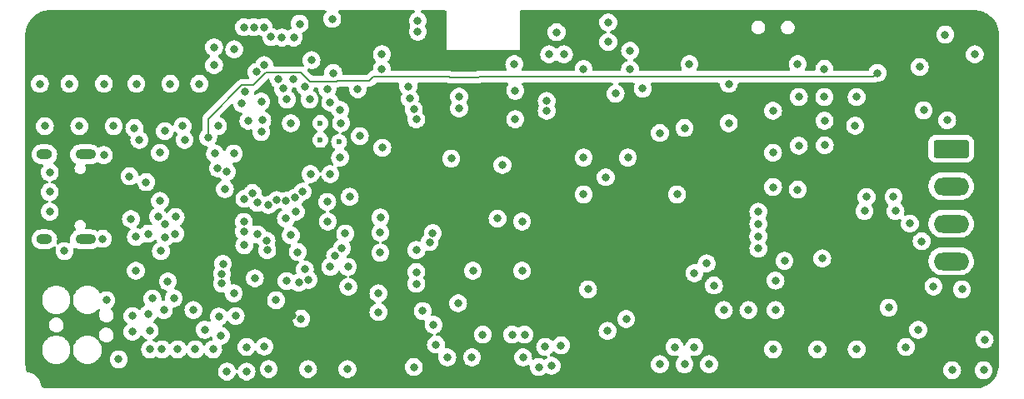
<source format=gbr>
%TF.GenerationSoftware,KiCad,Pcbnew,(6.99.0-1917-g23fb4c7433)*%
%TF.CreationDate,2022-06-08T13:57:36+10:00*%
%TF.ProjectId,samd21_gps_tracker,73616d64-3231-45f6-9770-735f74726163,rev?*%
%TF.SameCoordinates,Original*%
%TF.FileFunction,Copper,L3,Inr*%
%TF.FilePolarity,Positive*%
%FSLAX46Y46*%
G04 Gerber Fmt 4.6, Leading zero omitted, Abs format (unit mm)*
G04 Created by KiCad (PCBNEW (6.99.0-1917-g23fb4c7433)) date 2022-06-08 13:57:36*
%MOMM*%
%LPD*%
G01*
G04 APERTURE LIST*
G04 Aperture macros list*
%AMRoundRect*
0 Rectangle with rounded corners*
0 $1 Rounding radius*
0 $2 $3 $4 $5 $6 $7 $8 $9 X,Y pos of 4 corners*
0 Add a 4 corners polygon primitive as box body*
4,1,4,$2,$3,$4,$5,$6,$7,$8,$9,$2,$3,0*
0 Add four circle primitives for the rounded corners*
1,1,$1+$1,$2,$3*
1,1,$1+$1,$4,$5*
1,1,$1+$1,$6,$7*
1,1,$1+$1,$8,$9*
0 Add four rect primitives between the rounded corners*
20,1,$1+$1,$2,$3,$4,$5,0*
20,1,$1+$1,$4,$5,$6,$7,0*
20,1,$1+$1,$6,$7,$8,$9,0*
20,1,$1+$1,$8,$9,$2,$3,0*%
G04 Aperture macros list end*
%TA.AperFunction,ComponentPad*%
%ADD10RoundRect,0.250000X-1.550000X0.650000X-1.550000X-0.650000X1.550000X-0.650000X1.550000X0.650000X0*%
%TD*%
%TA.AperFunction,ComponentPad*%
%ADD11O,3.600000X1.800000*%
%TD*%
%TA.AperFunction,ComponentPad*%
%ADD12O,1.600000X1.000000*%
%TD*%
%TA.AperFunction,ComponentPad*%
%ADD13O,2.100000X1.000000*%
%TD*%
%TA.AperFunction,ViaPad*%
%ADD14C,0.800000*%
%TD*%
%TA.AperFunction,ViaPad*%
%ADD15C,0.600000*%
%TD*%
%TA.AperFunction,Conductor*%
%ADD16C,0.200000*%
%TD*%
G04 APERTURE END LIST*
D10*
%TO.N,GND*%
%TO.C,J2*%
X232600000Y-51600000D03*
D11*
%TO.N,VIN*%
X232599999Y-55409999D03*
%TO.N,CH*%
X232599999Y-59219999D03*
%TO.N,CL*%
X232599999Y-63029999D03*
%TD*%
D12*
%TO.N,*%
%TO.C,J5*%
X140449999Y-60819999D03*
D13*
X144629999Y-60819999D03*
D12*
X140449999Y-52179999D03*
D13*
X144629999Y-52179999D03*
%TD*%
D14*
%TO.N,GND*%
X180250000Y-71500000D03*
X180000000Y-69500000D03*
X153750000Y-60250000D03*
X169250000Y-59000000D03*
X187000000Y-53250000D03*
X191500000Y-47750000D03*
X191500000Y-46750000D03*
X195250000Y-43500000D03*
X191750000Y-42000000D03*
X197750000Y-40750000D03*
X192500000Y-39750000D03*
X198500000Y-46000000D03*
X201250000Y-45500000D03*
X203000000Y-50000000D03*
X205500000Y-49500000D03*
X197500000Y-54500000D03*
X199750000Y-52500000D03*
X195250000Y-56250000D03*
X208500000Y-65500000D03*
X228000000Y-71750000D03*
X229250000Y-70000000D03*
X217000000Y-55750000D03*
X213000000Y-58000000D03*
X213000000Y-59250000D03*
X213000000Y-60500000D03*
X213000000Y-61750000D03*
X199970000Y-43550000D03*
X223790000Y-57930000D03*
X226940000Y-57930000D03*
X185000000Y-70500000D03*
X188000000Y-70500000D03*
X189250000Y-70500000D03*
X222990000Y-46340000D03*
X219710000Y-46340000D03*
X219710000Y-43490000D03*
X219740000Y-48750000D03*
X217120000Y-46340000D03*
X217120000Y-51290000D03*
X181400000Y-72800000D03*
X155800000Y-72000000D03*
X157600000Y-72000000D03*
X152400000Y-72000000D03*
X153600000Y-66800000D03*
X158400000Y-70600000D03*
X151200000Y-72000000D03*
X152600000Y-68000000D03*
X151000000Y-68400000D03*
X149400000Y-68600000D03*
X149400000Y-70200000D03*
X155600000Y-68000000D03*
X223000000Y-72000000D03*
X219000000Y-72000000D03*
X214750000Y-68000000D03*
X214750000Y-65000000D03*
X214500000Y-55500000D03*
X214500000Y-52000000D03*
X214500000Y-47750000D03*
X204750000Y-56250000D03*
X164250000Y-44500000D03*
X165750000Y-44500000D03*
X174750000Y-42000000D03*
X156200000Y-45000000D03*
X149800000Y-45000000D03*
X157700000Y-43100000D03*
X157700000Y-41300000D03*
X233700000Y-65900000D03*
X229800000Y-47700000D03*
X232200000Y-48700000D03*
X178400000Y-38600000D03*
X178400000Y-39700000D03*
X152700000Y-49800000D03*
X157800000Y-52100000D03*
X232700000Y-74100000D03*
X235900000Y-74100000D03*
X236000000Y-71000000D03*
X195700000Y-65900000D03*
X169500000Y-63600000D03*
X162750000Y-39250000D03*
X217000000Y-43000000D03*
X162800002Y-71700000D03*
X206500000Y-71750000D03*
X143000000Y-45000000D03*
X146500000Y-45000000D03*
X146382990Y-60750000D03*
X207750000Y-63250000D03*
X174800000Y-51500000D03*
X181800000Y-52600000D03*
X189000000Y-59000000D03*
X141000000Y-56000000D03*
X197750000Y-38760510D03*
X197683287Y-70115855D03*
X226750000Y-56500000D03*
X140000000Y-45000000D03*
X226250000Y-67750000D03*
X174400000Y-68200000D03*
X228400000Y-59200000D03*
X158181520Y-68676592D03*
X182600000Y-47500000D03*
X146750000Y-67000000D03*
X235000000Y-42000000D03*
X171300000Y-63600000D03*
X160750000Y-39250000D03*
X154500000Y-49300000D03*
X206500000Y-64250000D03*
X214500000Y-72000000D03*
X149600000Y-49500000D03*
X167500000Y-54181468D03*
X167250000Y-74000000D03*
X199970000Y-41650000D03*
X232000000Y-40000000D03*
X159000000Y-74250000D03*
X184000000Y-64000000D03*
X183900000Y-72800000D03*
X158500002Y-64300000D03*
X171485543Y-56483504D03*
X154000000Y-72000000D03*
X206000000Y-43000000D03*
X172504632Y-50317667D03*
X151432948Y-66832948D03*
X182500000Y-67300000D03*
X140500000Y-49300000D03*
X148000000Y-73000000D03*
X195250000Y-52500000D03*
X162600000Y-48700000D03*
X159900000Y-68600000D03*
X212000000Y-68000000D03*
X159700000Y-52100000D03*
X156750000Y-70000000D03*
X141000000Y-58000000D03*
X161846986Y-64767002D03*
X230800000Y-65600000D03*
X209500000Y-68000000D03*
X161750000Y-39250000D03*
X147500000Y-49300000D03*
X219750000Y-51250000D03*
X153788715Y-58538715D03*
X204500000Y-71750000D03*
X163500000Y-40250000D03*
X203000000Y-73500000D03*
X222840000Y-49260000D03*
X182600000Y-46300000D03*
X158500000Y-65300000D03*
X164000002Y-67000000D03*
X229400000Y-43300000D03*
X149250000Y-58750000D03*
X158100000Y-49300000D03*
X163249998Y-74000000D03*
X153250000Y-45000000D03*
X205500000Y-73500000D03*
X169500000Y-54181468D03*
X189100000Y-72800000D03*
X146500000Y-52250000D03*
X189000000Y-64000000D03*
X229600000Y-61000000D03*
X208000000Y-73500000D03*
X171250000Y-74000000D03*
X149100000Y-54400000D03*
X151157948Y-70092052D03*
X142500000Y-62000000D03*
X199581907Y-68905041D03*
X210000000Y-49000000D03*
X169200002Y-57000000D03*
X152200000Y-52000000D03*
X174750000Y-43500000D03*
X144000000Y-49300002D03*
X152200000Y-56900000D03*
X161000000Y-74250000D03*
X162100000Y-57100000D03*
X160727701Y-59033455D03*
X141000000Y-54000000D03*
X162500000Y-46815479D03*
X210000000Y-45000000D03*
X224000000Y-56500000D03*
%TO.N,+3V3*%
X154600000Y-38800000D03*
X212250000Y-65500000D03*
X157500000Y-38800000D03*
X173200000Y-42400000D03*
X170450000Y-69700000D03*
X226600000Y-61900000D03*
X228000000Y-67750000D03*
X140835032Y-68750000D03*
X153600000Y-64000000D03*
X225250000Y-64750000D03*
X222500000Y-63500000D03*
X142700000Y-38800000D03*
X148800000Y-38800000D03*
X153750000Y-61910510D03*
X227700000Y-63800000D03*
X145800000Y-38800000D03*
X195250000Y-42000000D03*
X165623474Y-68580185D03*
X224200000Y-61900000D03*
X151600000Y-38760510D03*
X169700000Y-42400000D03*
X196100000Y-68500000D03*
X222700000Y-65500000D03*
X225300000Y-59750000D03*
X230800000Y-68000000D03*
%TO.N,VIN*%
X157100000Y-50448999D03*
X225100000Y-43900000D03*
%TO.N,LoRa_VCC*%
X186500000Y-58700000D03*
X174600000Y-58600000D03*
X169211276Y-45549490D03*
X160532719Y-47000000D03*
X172300000Y-45549490D03*
%TO.N,Net-(C15-Pad1)*%
X188200000Y-43000000D03*
X169700619Y-38411968D03*
X169800000Y-43900000D03*
X193250000Y-42000000D03*
D15*
%TO.N,Net-(C22-Pad1)*%
X170400000Y-50900000D03*
%TO.N,Net-(C23-Pad1)*%
X168500000Y-50700000D03*
%TO.N,Net-(C24-Pad1)*%
X168500000Y-49000000D03*
D14*
%TO.N,SIM_VDD*%
X178900000Y-68100000D03*
X177436699Y-45264198D03*
%TO.N,Net-(C26-Pad1)*%
X161000000Y-71750000D03*
%TO.N,SWDIO*%
X151000000Y-60250000D03*
X152000000Y-58500000D03*
%TO.N,~{Reset}*%
X160750004Y-60000209D03*
X159699998Y-66300000D03*
%TO.N,SWCLK*%
X149761466Y-60568572D03*
X152750000Y-59250000D03*
%TO.N,STATUS_LED*%
X165500000Y-60400000D03*
X158800000Y-55700000D03*
%TO.N,PPS*%
X150800000Y-55000000D03*
X166678075Y-55963720D03*
%TO.N,GPS_ON*%
X166400000Y-38900000D03*
X167600000Y-42600000D03*
%TO.N,SDA*%
X165100000Y-46600000D03*
X164052188Y-56817983D03*
X167400000Y-46600000D03*
X188300000Y-48600000D03*
%TO.N,SCL*%
X166950661Y-45279779D03*
X188300000Y-45700000D03*
X164700000Y-45500000D03*
X163220624Y-57311555D03*
%TO.N,RN_RST*%
X160771562Y-61415479D03*
X158600000Y-63310032D03*
X170000000Y-62500000D03*
X163100000Y-61900000D03*
%TO.N,CAN_RST*%
X149750000Y-64000000D03*
X152300000Y-62000000D03*
%TO.N,INT1*%
X162000000Y-43800000D03*
X162500000Y-49900000D03*
X160843222Y-45803329D03*
X161183229Y-48767600D03*
%TO.N,INT2*%
X165800000Y-40300000D03*
X162800000Y-43100000D03*
%TO.N,SIM_DATA*%
X178000000Y-47600000D03*
X170500000Y-47650500D03*
X178249490Y-64138258D03*
%TO.N,SIM_CLK*%
X170600000Y-49000000D03*
X178249490Y-48602194D03*
X178249490Y-61900000D03*
%TO.N,SIM_RST*%
X169500000Y-46900000D03*
X177600000Y-46500000D03*
X178249490Y-65336584D03*
%TO.N,~{EN}*%
X215665989Y-62999991D03*
X219500000Y-62750000D03*
%TO.N,GPS_TX*%
X165015603Y-56901305D03*
%TO.N,GPS_RX*%
X165923559Y-56568549D03*
%TO.N,RN_RX*%
X174586357Y-62160312D03*
X179607798Y-61092749D03*
X170700000Y-61700000D03*
X165000000Y-58700000D03*
%TO.N,RN_TX*%
X171028281Y-60228281D03*
X179921847Y-60178153D03*
X166000000Y-58000000D03*
X174593171Y-60135510D03*
%TO.N,D11-MOSI*%
X191340869Y-71740869D03*
X166927416Y-63872584D03*
%TO.N,D13-SCK*%
X192962064Y-71586890D03*
X167303989Y-64927950D03*
%TO.N,D10-SS*%
X190684430Y-73789629D03*
X166300000Y-65200000D03*
%TO.N,D12-MISO*%
X165066936Y-65045584D03*
X192000000Y-73644968D03*
%TO.N,STATUS*%
X161596197Y-56098003D03*
X159000000Y-53939490D03*
X163027007Y-60935747D03*
%TO.N,NETLIGHT*%
X160778988Y-56700000D03*
X158085679Y-53591119D03*
X162100000Y-60300000D03*
%TO.N,SIM_PWRKEY*%
X166542067Y-68882341D03*
%TO.N,SIM_TXD*%
X174400000Y-66300000D03*
%TO.N,SIM_RXD*%
X171342012Y-65624173D03*
%TO.N,BATT_ADC*%
X166200000Y-62100000D03*
X178000000Y-73800000D03*
%TO.N,3V3*%
X152700000Y-60600000D03*
X150100000Y-50700000D03*
X164600000Y-40300000D03*
X154700000Y-50700000D03*
X170500000Y-52500000D03*
X153000000Y-65100000D03*
X165500000Y-49000000D03*
X159749999Y-41500000D03*
%TD*%
D16*
%TO.N,VIN*%
X170187162Y-44700000D02*
X170120161Y-44767001D01*
X160523061Y-45136328D02*
X157100000Y-48559389D01*
X181679839Y-44367001D02*
X181612837Y-44299999D01*
X166491043Y-43832999D02*
X162954163Y-43832999D01*
X184587163Y-44299999D02*
X184520161Y-44367001D01*
X173487162Y-44700000D02*
X170187162Y-44700000D01*
X170120161Y-44767001D02*
X167425045Y-44767001D01*
X173887163Y-44299999D02*
X173487162Y-44700000D01*
X162954163Y-43832999D02*
X161650834Y-45136328D01*
X167425045Y-44767001D02*
X166491043Y-43832999D01*
X181612837Y-44299999D02*
X173887163Y-44299999D01*
X157100000Y-48559389D02*
X157100000Y-50448999D01*
X224700001Y-44299999D02*
X184587163Y-44299999D01*
X161650834Y-45136328D02*
X160523061Y-45136328D01*
X184520161Y-44367001D02*
X181679839Y-44367001D01*
X225100000Y-43900000D02*
X224700001Y-44299999D01*
%TD*%
%TA.AperFunction,Conductor*%
%TO.N,+3V3*%
G36*
X169061413Y-37545502D02*
G01*
X169107906Y-37599158D01*
X169118010Y-37669432D01*
X169086929Y-37735808D01*
X168961579Y-37875024D01*
X168866092Y-38040412D01*
X168807077Y-38222040D01*
X168806387Y-38228601D01*
X168806387Y-38228603D01*
X168805743Y-38234729D01*
X168787115Y-38411968D01*
X168787805Y-38418533D01*
X168805651Y-38588324D01*
X168807077Y-38601896D01*
X168866092Y-38783524D01*
X168961579Y-38948912D01*
X168965997Y-38953819D01*
X168965998Y-38953820D01*
X169025384Y-39019775D01*
X169089366Y-39090834D01*
X169243867Y-39203086D01*
X169249895Y-39205770D01*
X169249897Y-39205771D01*
X169397894Y-39271663D01*
X169418331Y-39280762D01*
X169511731Y-39300615D01*
X169598675Y-39319096D01*
X169598680Y-39319096D01*
X169605132Y-39320468D01*
X169796106Y-39320468D01*
X169802558Y-39319096D01*
X169802563Y-39319096D01*
X169889506Y-39300615D01*
X169982907Y-39280762D01*
X170003344Y-39271663D01*
X170151341Y-39205771D01*
X170151343Y-39205770D01*
X170157371Y-39203086D01*
X170311872Y-39090834D01*
X170375854Y-39019775D01*
X170435240Y-38953820D01*
X170435241Y-38953819D01*
X170439659Y-38948912D01*
X170535146Y-38783524D01*
X170594161Y-38601896D01*
X170595588Y-38588324D01*
X170613433Y-38418533D01*
X170614123Y-38411968D01*
X170595495Y-38234729D01*
X170594851Y-38228603D01*
X170594851Y-38228601D01*
X170594161Y-38222040D01*
X170535146Y-38040412D01*
X170439659Y-37875024D01*
X170314309Y-37735808D01*
X170283593Y-37671803D01*
X170292357Y-37601349D01*
X170337819Y-37546818D01*
X170407946Y-37525500D01*
X177986951Y-37525500D01*
X178055072Y-37545502D01*
X178101565Y-37599158D01*
X178111669Y-37669432D01*
X178082175Y-37734012D01*
X178038199Y-37766607D01*
X177949281Y-37806195D01*
X177949274Y-37806199D01*
X177943248Y-37808882D01*
X177788747Y-37921134D01*
X177784326Y-37926044D01*
X177784325Y-37926045D01*
X177754127Y-37959584D01*
X177660960Y-38063056D01*
X177565473Y-38228444D01*
X177506458Y-38410072D01*
X177486496Y-38600000D01*
X177487186Y-38606565D01*
X177498980Y-38718774D01*
X177506458Y-38789928D01*
X177565473Y-38971556D01*
X177568776Y-38977278D01*
X177568777Y-38977279D01*
X177632125Y-39087000D01*
X177648863Y-39155995D01*
X177632125Y-39212999D01*
X177565473Y-39328444D01*
X177506458Y-39510072D01*
X177505768Y-39516633D01*
X177505768Y-39516635D01*
X177494139Y-39627279D01*
X177486496Y-39700000D01*
X177487186Y-39706565D01*
X177497271Y-39802514D01*
X177506458Y-39889928D01*
X177565473Y-40071556D01*
X177660960Y-40236944D01*
X177665378Y-40241851D01*
X177665379Y-40241852D01*
X177705980Y-40286944D01*
X177788747Y-40378866D01*
X177943248Y-40491118D01*
X177949276Y-40493802D01*
X177949278Y-40493803D01*
X178033332Y-40531226D01*
X178117712Y-40568794D01*
X178211113Y-40588647D01*
X178298056Y-40607128D01*
X178298061Y-40607128D01*
X178304513Y-40608500D01*
X178495487Y-40608500D01*
X178501939Y-40607128D01*
X178501944Y-40607128D01*
X178588887Y-40588647D01*
X178682288Y-40568794D01*
X178766668Y-40531226D01*
X178850722Y-40493803D01*
X178850724Y-40493802D01*
X178856752Y-40491118D01*
X179011253Y-40378866D01*
X179094020Y-40286944D01*
X179134621Y-40241852D01*
X179134622Y-40241851D01*
X179139040Y-40236944D01*
X179234527Y-40071556D01*
X179293542Y-39889928D01*
X179302730Y-39802514D01*
X179312814Y-39706565D01*
X179313504Y-39700000D01*
X179305861Y-39627279D01*
X179294232Y-39516635D01*
X179294232Y-39516633D01*
X179293542Y-39510072D01*
X179234527Y-39328444D01*
X179167875Y-39212999D01*
X179151137Y-39144005D01*
X179167875Y-39087000D01*
X179231223Y-38977279D01*
X179231224Y-38977278D01*
X179234527Y-38971556D01*
X179293542Y-38789928D01*
X179301021Y-38718774D01*
X179312814Y-38606565D01*
X179313504Y-38600000D01*
X179293542Y-38410072D01*
X179234527Y-38228444D01*
X179139040Y-38063056D01*
X179045874Y-37959584D01*
X179015675Y-37926045D01*
X179015674Y-37926044D01*
X179011253Y-37921134D01*
X178856752Y-37808882D01*
X178850726Y-37806199D01*
X178850719Y-37806195D01*
X178761801Y-37766607D01*
X178707705Y-37720627D01*
X178687055Y-37652700D01*
X178706407Y-37584392D01*
X178759618Y-37537390D01*
X178813049Y-37525500D01*
X181174000Y-37525500D01*
X181242121Y-37545502D01*
X181288614Y-37599158D01*
X181300000Y-37651500D01*
X181300000Y-41600000D01*
X188800000Y-41600000D01*
X188800000Y-40750000D01*
X196836496Y-40750000D01*
X196837186Y-40756565D01*
X196853011Y-40907128D01*
X196856458Y-40939928D01*
X196915473Y-41121556D01*
X196918776Y-41127278D01*
X196918777Y-41127279D01*
X196936803Y-41158500D01*
X197010960Y-41286944D01*
X197015378Y-41291851D01*
X197015379Y-41291852D01*
X197120387Y-41408475D01*
X197138747Y-41428866D01*
X197293248Y-41541118D01*
X197299276Y-41543802D01*
X197299278Y-41543803D01*
X197461681Y-41616109D01*
X197467712Y-41618794D01*
X197542680Y-41634729D01*
X197648056Y-41657128D01*
X197648061Y-41657128D01*
X197654513Y-41658500D01*
X197845487Y-41658500D01*
X197851939Y-41657128D01*
X197851944Y-41657128D01*
X197957320Y-41634729D01*
X198032288Y-41618794D01*
X198038319Y-41616109D01*
X198200722Y-41543803D01*
X198200724Y-41543802D01*
X198206752Y-41541118D01*
X198361253Y-41428866D01*
X198379613Y-41408475D01*
X198484621Y-41291852D01*
X198484622Y-41291851D01*
X198489040Y-41286944D01*
X198563197Y-41158500D01*
X198581223Y-41127279D01*
X198581224Y-41127278D01*
X198584527Y-41121556D01*
X198643542Y-40939928D01*
X198646990Y-40907128D01*
X198662814Y-40756565D01*
X198663504Y-40750000D01*
X198655861Y-40677279D01*
X198644232Y-40566635D01*
X198644232Y-40566633D01*
X198643542Y-40560072D01*
X198584527Y-40378444D01*
X198489040Y-40213056D01*
X198468216Y-40189928D01*
X198365675Y-40076045D01*
X198365674Y-40076044D01*
X198361253Y-40071134D01*
X198263346Y-40000000D01*
X231086496Y-40000000D01*
X231087186Y-40006565D01*
X231103011Y-40157128D01*
X231106458Y-40189928D01*
X231165473Y-40371556D01*
X231260960Y-40536944D01*
X231265378Y-40541851D01*
X231265379Y-40541852D01*
X231287220Y-40566109D01*
X231388747Y-40678866D01*
X231543248Y-40791118D01*
X231549276Y-40793802D01*
X231549278Y-40793803D01*
X231695449Y-40858882D01*
X231717712Y-40868794D01*
X231811112Y-40888647D01*
X231898056Y-40907128D01*
X231898061Y-40907128D01*
X231904513Y-40908500D01*
X232095487Y-40908500D01*
X232101939Y-40907128D01*
X232101944Y-40907128D01*
X232188888Y-40888647D01*
X232282288Y-40868794D01*
X232304551Y-40858882D01*
X232450722Y-40793803D01*
X232450724Y-40793802D01*
X232456752Y-40791118D01*
X232611253Y-40678866D01*
X232712780Y-40566109D01*
X232734621Y-40541852D01*
X232734622Y-40541851D01*
X232739040Y-40536944D01*
X232834527Y-40371556D01*
X232893542Y-40189928D01*
X232896990Y-40157128D01*
X232912814Y-40006565D01*
X232913504Y-40000000D01*
X232906643Y-39934724D01*
X232894232Y-39816635D01*
X232894232Y-39816633D01*
X232893542Y-39810072D01*
X232834527Y-39628444D01*
X232808295Y-39583008D01*
X232775944Y-39526976D01*
X232739040Y-39463056D01*
X232718216Y-39439928D01*
X232615675Y-39326045D01*
X232615674Y-39326044D01*
X232611253Y-39321134D01*
X232456752Y-39208882D01*
X232450724Y-39206198D01*
X232450722Y-39206197D01*
X232288319Y-39133891D01*
X232288318Y-39133891D01*
X232282288Y-39131206D01*
X232188887Y-39111353D01*
X232101944Y-39092872D01*
X232101939Y-39092872D01*
X232095487Y-39091500D01*
X231904513Y-39091500D01*
X231898061Y-39092872D01*
X231898056Y-39092872D01*
X231811113Y-39111353D01*
X231717712Y-39131206D01*
X231711682Y-39133891D01*
X231711681Y-39133891D01*
X231549278Y-39206197D01*
X231549276Y-39206198D01*
X231543248Y-39208882D01*
X231388747Y-39321134D01*
X231384326Y-39326044D01*
X231384325Y-39326045D01*
X231281785Y-39439928D01*
X231260960Y-39463056D01*
X231224056Y-39526976D01*
X231191706Y-39583008D01*
X231165473Y-39628444D01*
X231106458Y-39810072D01*
X231105768Y-39816633D01*
X231105768Y-39816635D01*
X231093357Y-39934724D01*
X231086496Y-40000000D01*
X198263346Y-40000000D01*
X198206752Y-39958882D01*
X198200724Y-39956198D01*
X198200722Y-39956197D01*
X198038319Y-39883891D01*
X198038318Y-39883891D01*
X198032288Y-39881206D01*
X198025833Y-39879834D01*
X198025824Y-39879831D01*
X198019566Y-39878501D01*
X197957093Y-39844773D01*
X197922772Y-39782623D01*
X197927500Y-39711784D01*
X197969776Y-39654747D01*
X198019566Y-39632009D01*
X198025824Y-39630679D01*
X198025833Y-39630676D01*
X198032288Y-39629304D01*
X198047074Y-39622721D01*
X198200722Y-39554313D01*
X198200724Y-39554312D01*
X198206752Y-39551628D01*
X198240683Y-39526976D01*
X198328660Y-39463056D01*
X198361253Y-39439376D01*
X198382921Y-39415311D01*
X198437175Y-39355056D01*
X212299500Y-39355056D01*
X212340210Y-39520225D01*
X212343752Y-39526974D01*
X212343753Y-39526976D01*
X212373025Y-39582749D01*
X212419266Y-39670852D01*
X212424317Y-39676553D01*
X212424318Y-39676555D01*
X212446623Y-39701732D01*
X212532071Y-39798183D01*
X212538343Y-39802512D01*
X212538345Y-39802514D01*
X212656240Y-39883891D01*
X212672070Y-39894818D01*
X212679200Y-39897522D01*
X212823999Y-39952437D01*
X212824004Y-39952438D01*
X212831128Y-39955140D01*
X212838697Y-39956059D01*
X212953845Y-39970041D01*
X212953851Y-39970041D01*
X212957628Y-39970500D01*
X213042372Y-39970500D01*
X213046149Y-39970041D01*
X213046155Y-39970041D01*
X213161303Y-39956059D01*
X213168872Y-39955140D01*
X213175996Y-39952438D01*
X213176001Y-39952437D01*
X213320800Y-39897522D01*
X213327930Y-39894818D01*
X213343760Y-39883891D01*
X213461655Y-39802514D01*
X213461657Y-39802512D01*
X213467929Y-39798183D01*
X213553377Y-39701732D01*
X213575682Y-39676555D01*
X213575683Y-39676553D01*
X213580734Y-39670852D01*
X213626975Y-39582749D01*
X213656247Y-39526976D01*
X213656248Y-39526974D01*
X213659790Y-39520225D01*
X213700500Y-39355056D01*
X215299500Y-39355056D01*
X215340210Y-39520225D01*
X215343752Y-39526974D01*
X215343753Y-39526976D01*
X215373025Y-39582749D01*
X215419266Y-39670852D01*
X215424317Y-39676553D01*
X215424318Y-39676555D01*
X215446623Y-39701732D01*
X215532071Y-39798183D01*
X215538343Y-39802512D01*
X215538345Y-39802514D01*
X215656240Y-39883891D01*
X215672070Y-39894818D01*
X215679200Y-39897522D01*
X215823999Y-39952437D01*
X215824004Y-39952438D01*
X215831128Y-39955140D01*
X215838697Y-39956059D01*
X215953845Y-39970041D01*
X215953851Y-39970041D01*
X215957628Y-39970500D01*
X216042372Y-39970500D01*
X216046149Y-39970041D01*
X216046155Y-39970041D01*
X216161303Y-39956059D01*
X216168872Y-39955140D01*
X216175996Y-39952438D01*
X216176001Y-39952437D01*
X216320800Y-39897522D01*
X216327930Y-39894818D01*
X216343760Y-39883891D01*
X216461655Y-39802514D01*
X216461657Y-39802512D01*
X216467929Y-39798183D01*
X216553377Y-39701732D01*
X216575682Y-39676555D01*
X216575683Y-39676553D01*
X216580734Y-39670852D01*
X216626975Y-39582749D01*
X216656247Y-39526976D01*
X216656248Y-39526974D01*
X216659790Y-39520225D01*
X216700500Y-39355056D01*
X216700500Y-39184944D01*
X216659790Y-39019775D01*
X216634483Y-38971556D01*
X216600372Y-38906565D01*
X216580734Y-38869148D01*
X216569970Y-38856997D01*
X216472984Y-38747523D01*
X216467929Y-38741817D01*
X216419152Y-38708148D01*
X216334206Y-38649514D01*
X216327930Y-38645182D01*
X216316616Y-38640891D01*
X216176001Y-38587563D01*
X216175996Y-38587562D01*
X216168872Y-38584860D01*
X216146620Y-38582158D01*
X216046155Y-38569959D01*
X216046149Y-38569959D01*
X216042372Y-38569500D01*
X215957628Y-38569500D01*
X215953851Y-38569959D01*
X215953845Y-38569959D01*
X215853380Y-38582158D01*
X215831128Y-38584860D01*
X215824004Y-38587562D01*
X215823999Y-38587563D01*
X215683384Y-38640891D01*
X215672070Y-38645182D01*
X215665794Y-38649514D01*
X215580849Y-38708148D01*
X215532071Y-38741817D01*
X215527016Y-38747523D01*
X215430031Y-38856997D01*
X215419266Y-38869148D01*
X215399628Y-38906565D01*
X215365518Y-38971556D01*
X215340210Y-39019775D01*
X215299500Y-39184944D01*
X215299500Y-39355056D01*
X213700500Y-39355056D01*
X213700500Y-39184944D01*
X213659790Y-39019775D01*
X213634483Y-38971556D01*
X213600372Y-38906565D01*
X213580734Y-38869148D01*
X213569970Y-38856997D01*
X213472984Y-38747523D01*
X213467929Y-38741817D01*
X213419152Y-38708148D01*
X213334206Y-38649514D01*
X213327930Y-38645182D01*
X213316616Y-38640891D01*
X213176001Y-38587563D01*
X213175996Y-38587562D01*
X213168872Y-38584860D01*
X213146620Y-38582158D01*
X213046155Y-38569959D01*
X213046149Y-38569959D01*
X213042372Y-38569500D01*
X212957628Y-38569500D01*
X212953851Y-38569959D01*
X212953845Y-38569959D01*
X212853380Y-38582158D01*
X212831128Y-38584860D01*
X212824004Y-38587562D01*
X212823999Y-38587563D01*
X212683384Y-38640891D01*
X212672070Y-38645182D01*
X212665794Y-38649514D01*
X212580849Y-38708148D01*
X212532071Y-38741817D01*
X212527016Y-38747523D01*
X212430031Y-38856997D01*
X212419266Y-38869148D01*
X212399628Y-38906565D01*
X212365518Y-38971556D01*
X212340210Y-39019775D01*
X212299500Y-39184944D01*
X212299500Y-39355056D01*
X198437175Y-39355056D01*
X198484621Y-39302362D01*
X198484622Y-39302361D01*
X198489040Y-39297454D01*
X198584527Y-39132066D01*
X198643542Y-38950438D01*
X198644304Y-38943194D01*
X198662814Y-38767075D01*
X198663504Y-38760510D01*
X198651383Y-38645182D01*
X198644232Y-38577145D01*
X198644232Y-38577143D01*
X198643542Y-38570582D01*
X198584527Y-38388954D01*
X198567293Y-38359103D01*
X198492341Y-38229284D01*
X198489040Y-38223566D01*
X198361253Y-38081644D01*
X198206752Y-37969392D01*
X198200724Y-37966708D01*
X198200722Y-37966707D01*
X198038319Y-37894401D01*
X198038318Y-37894401D01*
X198032288Y-37891716D01*
X197930692Y-37870121D01*
X197851944Y-37853382D01*
X197851939Y-37853382D01*
X197845487Y-37852010D01*
X197654513Y-37852010D01*
X197648061Y-37853382D01*
X197648056Y-37853382D01*
X197569308Y-37870121D01*
X197467712Y-37891716D01*
X197461682Y-37894401D01*
X197461681Y-37894401D01*
X197299278Y-37966707D01*
X197299276Y-37966708D01*
X197293248Y-37969392D01*
X197138747Y-38081644D01*
X197010960Y-38223566D01*
X197007659Y-38229284D01*
X196932708Y-38359103D01*
X196915473Y-38388954D01*
X196856458Y-38570582D01*
X196855768Y-38577143D01*
X196855768Y-38577145D01*
X196848617Y-38645182D01*
X196836496Y-38760510D01*
X196837186Y-38767075D01*
X196855697Y-38943194D01*
X196856458Y-38950438D01*
X196915473Y-39132066D01*
X197010960Y-39297454D01*
X197015378Y-39302361D01*
X197015379Y-39302362D01*
X197117079Y-39415311D01*
X197138747Y-39439376D01*
X197171340Y-39463056D01*
X197259318Y-39526976D01*
X197293248Y-39551628D01*
X197299276Y-39554312D01*
X197299278Y-39554313D01*
X197452926Y-39622721D01*
X197467712Y-39629304D01*
X197474167Y-39630676D01*
X197474176Y-39630679D01*
X197480434Y-39632009D01*
X197542907Y-39665737D01*
X197577228Y-39727887D01*
X197572500Y-39798726D01*
X197530224Y-39855763D01*
X197480434Y-39878501D01*
X197474176Y-39879831D01*
X197474167Y-39879834D01*
X197467712Y-39881206D01*
X197461682Y-39883891D01*
X197461681Y-39883891D01*
X197299278Y-39956197D01*
X197299276Y-39956198D01*
X197293248Y-39958882D01*
X197138747Y-40071134D01*
X197134326Y-40076044D01*
X197134325Y-40076045D01*
X197031785Y-40189928D01*
X197010960Y-40213056D01*
X196915473Y-40378444D01*
X196856458Y-40560072D01*
X196855768Y-40566633D01*
X196855768Y-40566635D01*
X196844139Y-40677279D01*
X196836496Y-40750000D01*
X188800000Y-40750000D01*
X188800000Y-39750000D01*
X191586496Y-39750000D01*
X191587186Y-39756565D01*
X191600142Y-39879831D01*
X191606458Y-39939928D01*
X191665473Y-40121556D01*
X191668776Y-40127278D01*
X191668777Y-40127279D01*
X191686803Y-40158500D01*
X191760960Y-40286944D01*
X191765378Y-40291851D01*
X191765379Y-40291852D01*
X191856338Y-40392872D01*
X191888747Y-40428866D01*
X192043248Y-40541118D01*
X192049276Y-40543802D01*
X192049278Y-40543803D01*
X192194591Y-40608500D01*
X192217712Y-40618794D01*
X192311113Y-40638647D01*
X192398056Y-40657128D01*
X192398061Y-40657128D01*
X192404513Y-40658500D01*
X192595487Y-40658500D01*
X192601939Y-40657128D01*
X192601944Y-40657128D01*
X192688887Y-40638647D01*
X192782288Y-40618794D01*
X192805409Y-40608500D01*
X192950722Y-40543803D01*
X192950724Y-40543802D01*
X192956752Y-40541118D01*
X193111253Y-40428866D01*
X193143662Y-40392872D01*
X193234621Y-40291852D01*
X193234622Y-40291851D01*
X193239040Y-40286944D01*
X193313197Y-40158500D01*
X193331223Y-40127279D01*
X193331224Y-40127278D01*
X193334527Y-40121556D01*
X193393542Y-39939928D01*
X193399859Y-39879831D01*
X193412814Y-39756565D01*
X193413504Y-39750000D01*
X193400963Y-39630679D01*
X193394232Y-39566635D01*
X193394232Y-39566633D01*
X193393542Y-39560072D01*
X193334527Y-39378444D01*
X193239040Y-39213056D01*
X193207069Y-39177548D01*
X193115675Y-39076045D01*
X193115674Y-39076044D01*
X193111253Y-39071134D01*
X192956752Y-38958882D01*
X192950724Y-38956198D01*
X192950722Y-38956197D01*
X192788319Y-38883891D01*
X192788318Y-38883891D01*
X192782288Y-38881206D01*
X192688888Y-38861353D01*
X192601944Y-38842872D01*
X192601939Y-38842872D01*
X192595487Y-38841500D01*
X192404513Y-38841500D01*
X192398061Y-38842872D01*
X192398056Y-38842872D01*
X192311113Y-38861353D01*
X192217712Y-38881206D01*
X192211682Y-38883891D01*
X192211681Y-38883891D01*
X192049278Y-38956197D01*
X192049276Y-38956198D01*
X192043248Y-38958882D01*
X191888747Y-39071134D01*
X191884326Y-39076044D01*
X191884325Y-39076045D01*
X191792932Y-39177548D01*
X191760960Y-39213056D01*
X191665473Y-39378444D01*
X191606458Y-39560072D01*
X191605768Y-39566633D01*
X191605768Y-39566635D01*
X191599037Y-39630679D01*
X191586496Y-39750000D01*
X188800000Y-39750000D01*
X188800000Y-37651500D01*
X188820002Y-37583379D01*
X188873658Y-37536886D01*
X188926000Y-37525500D01*
X234996194Y-37525500D01*
X235003802Y-37525730D01*
X235290661Y-37543082D01*
X235305765Y-37544916D01*
X235584689Y-37596030D01*
X235599462Y-37599671D01*
X235870201Y-37684037D01*
X235884419Y-37689429D01*
X236143006Y-37805811D01*
X236156476Y-37812880D01*
X236399154Y-37959584D01*
X236411676Y-37968227D01*
X236634903Y-38143114D01*
X236646291Y-38153204D01*
X236846796Y-38353709D01*
X236856886Y-38365097D01*
X237031773Y-38588324D01*
X237040416Y-38600846D01*
X237187120Y-38843524D01*
X237194189Y-38856994D01*
X237301851Y-39096206D01*
X237310569Y-39115577D01*
X237315963Y-39129799D01*
X237382492Y-39343297D01*
X237400329Y-39400538D01*
X237403970Y-39415311D01*
X237455084Y-39694235D01*
X237456918Y-39709339D01*
X237474270Y-39996198D01*
X237474500Y-40003806D01*
X237474500Y-73496194D01*
X237474270Y-73503802D01*
X237456918Y-73790661D01*
X237455084Y-73805765D01*
X237403970Y-74084689D01*
X237400329Y-74099462D01*
X237316354Y-74368949D01*
X237315965Y-74370196D01*
X237310571Y-74384419D01*
X237201268Y-74627279D01*
X237194191Y-74643003D01*
X237187120Y-74656476D01*
X237040416Y-74899154D01*
X237031773Y-74911676D01*
X236856886Y-75134903D01*
X236846796Y-75146291D01*
X236646291Y-75346796D01*
X236634903Y-75356886D01*
X236411676Y-75531773D01*
X236399154Y-75540416D01*
X236156476Y-75687120D01*
X236143006Y-75694189D01*
X235884419Y-75810571D01*
X235870201Y-75815963D01*
X235692061Y-75871474D01*
X235599462Y-75900329D01*
X235584689Y-75903970D01*
X235305765Y-75955084D01*
X235290661Y-75956918D01*
X235003802Y-75974270D01*
X234996194Y-75974500D01*
X141003806Y-75974500D01*
X140996198Y-75974270D01*
X140709339Y-75956918D01*
X140694235Y-75955084D01*
X140415311Y-75903970D01*
X140400541Y-75900330D01*
X140266156Y-75858454D01*
X140207071Y-75819091D01*
X140181479Y-75756082D01*
X140179013Y-75756454D01*
X140178311Y-75751794D01*
X140177958Y-75747089D01*
X140130786Y-75540416D01*
X140122572Y-75504427D01*
X140122572Y-75504426D01*
X140121522Y-75499827D01*
X140119800Y-75495439D01*
X140119798Y-75495433D01*
X140030588Y-75268131D01*
X140028864Y-75263738D01*
X139902054Y-75044096D01*
X139896585Y-75037237D01*
X139746859Y-74849487D01*
X139746857Y-74849485D01*
X139743924Y-74845807D01*
X139583286Y-74696757D01*
X139561456Y-74676502D01*
X139561455Y-74676501D01*
X139558007Y-74673302D01*
X139553408Y-74670166D01*
X139352350Y-74533087D01*
X139348456Y-74530432D01*
X139344209Y-74528387D01*
X139344206Y-74528385D01*
X139124200Y-74422436D01*
X139124198Y-74422435D01*
X139119951Y-74420390D01*
X138877598Y-74345634D01*
X138872948Y-74344933D01*
X138872943Y-74344932D01*
X138744502Y-74325573D01*
X138680123Y-74295641D01*
X138650478Y-74250000D01*
X158086496Y-74250000D01*
X158087186Y-74256565D01*
X158104620Y-74422436D01*
X158106458Y-74439928D01*
X158165473Y-74621556D01*
X158260960Y-74786944D01*
X158265378Y-74791851D01*
X158265379Y-74791852D01*
X158357176Y-74893803D01*
X158388747Y-74928866D01*
X158543248Y-75041118D01*
X158549276Y-75043802D01*
X158549278Y-75043803D01*
X158711681Y-75116109D01*
X158717712Y-75118794D01*
X158811113Y-75138647D01*
X158898056Y-75157128D01*
X158898061Y-75157128D01*
X158904513Y-75158500D01*
X159095487Y-75158500D01*
X159101939Y-75157128D01*
X159101944Y-75157128D01*
X159188887Y-75138647D01*
X159282288Y-75118794D01*
X159288319Y-75116109D01*
X159450722Y-75043803D01*
X159450724Y-75043802D01*
X159456752Y-75041118D01*
X159611253Y-74928866D01*
X159642824Y-74893803D01*
X159734621Y-74791852D01*
X159734622Y-74791851D01*
X159739040Y-74786944D01*
X159834527Y-74621556D01*
X159880167Y-74481090D01*
X159920241Y-74422486D01*
X159985637Y-74394849D01*
X160055594Y-74406956D01*
X160107900Y-74454962D01*
X160119832Y-74481089D01*
X160165473Y-74621556D01*
X160260960Y-74786944D01*
X160265378Y-74791851D01*
X160265379Y-74791852D01*
X160357176Y-74893803D01*
X160388747Y-74928866D01*
X160543248Y-75041118D01*
X160549276Y-75043802D01*
X160549278Y-75043803D01*
X160711681Y-75116109D01*
X160717712Y-75118794D01*
X160811113Y-75138647D01*
X160898056Y-75157128D01*
X160898061Y-75157128D01*
X160904513Y-75158500D01*
X161095487Y-75158500D01*
X161101939Y-75157128D01*
X161101944Y-75157128D01*
X161188887Y-75138647D01*
X161282288Y-75118794D01*
X161288319Y-75116109D01*
X161450722Y-75043803D01*
X161450724Y-75043802D01*
X161456752Y-75041118D01*
X161611253Y-74928866D01*
X161642824Y-74893803D01*
X161734621Y-74791852D01*
X161734622Y-74791851D01*
X161739040Y-74786944D01*
X161834527Y-74621556D01*
X161893542Y-74439928D01*
X161895381Y-74422436D01*
X161912814Y-74256565D01*
X161913504Y-74250000D01*
X161906864Y-74186820D01*
X161894232Y-74066635D01*
X161894232Y-74066633D01*
X161893542Y-74060072D01*
X161874023Y-74000000D01*
X162336494Y-74000000D01*
X162337184Y-74006565D01*
X162355127Y-74177279D01*
X162356456Y-74189928D01*
X162415471Y-74371556D01*
X162418774Y-74377278D01*
X162418775Y-74377279D01*
X162446026Y-74424479D01*
X162510958Y-74536944D01*
X162515376Y-74541851D01*
X162515377Y-74541852D01*
X162628140Y-74667088D01*
X162638745Y-74678866D01*
X162677644Y-74707128D01*
X162776383Y-74778866D01*
X162793246Y-74791118D01*
X162799274Y-74793802D01*
X162799276Y-74793803D01*
X162961679Y-74866109D01*
X162967710Y-74868794D01*
X163054477Y-74887237D01*
X163148054Y-74907128D01*
X163148059Y-74907128D01*
X163154511Y-74908500D01*
X163345485Y-74908500D01*
X163351937Y-74907128D01*
X163351942Y-74907128D01*
X163445519Y-74887237D01*
X163532286Y-74868794D01*
X163538317Y-74866109D01*
X163700720Y-74793803D01*
X163700722Y-74793802D01*
X163706750Y-74791118D01*
X163723614Y-74778866D01*
X163822352Y-74707128D01*
X163861251Y-74678866D01*
X163871856Y-74667088D01*
X163984619Y-74541852D01*
X163984620Y-74541851D01*
X163989038Y-74536944D01*
X164053970Y-74424479D01*
X164081221Y-74377279D01*
X164081222Y-74377278D01*
X164084525Y-74371556D01*
X164143540Y-74189928D01*
X164144870Y-74177279D01*
X164162812Y-74006565D01*
X164163502Y-74000000D01*
X166336496Y-74000000D01*
X166337186Y-74006565D01*
X166355129Y-74177279D01*
X166356458Y-74189928D01*
X166415473Y-74371556D01*
X166418776Y-74377278D01*
X166418777Y-74377279D01*
X166446028Y-74424479D01*
X166510960Y-74536944D01*
X166515378Y-74541851D01*
X166515379Y-74541852D01*
X166628142Y-74667088D01*
X166638747Y-74678866D01*
X166677646Y-74707128D01*
X166776385Y-74778866D01*
X166793248Y-74791118D01*
X166799276Y-74793802D01*
X166799278Y-74793803D01*
X166961681Y-74866109D01*
X166967712Y-74868794D01*
X167054479Y-74887237D01*
X167148056Y-74907128D01*
X167148061Y-74907128D01*
X167154513Y-74908500D01*
X167345487Y-74908500D01*
X167351939Y-74907128D01*
X167351944Y-74907128D01*
X167445521Y-74887237D01*
X167532288Y-74868794D01*
X167538319Y-74866109D01*
X167700722Y-74793803D01*
X167700724Y-74793802D01*
X167706752Y-74791118D01*
X167723616Y-74778866D01*
X167822354Y-74707128D01*
X167861253Y-74678866D01*
X167871858Y-74667088D01*
X167984621Y-74541852D01*
X167984622Y-74541851D01*
X167989040Y-74536944D01*
X168053972Y-74424479D01*
X168081223Y-74377279D01*
X168081224Y-74377278D01*
X168084527Y-74371556D01*
X168143542Y-74189928D01*
X168144872Y-74177279D01*
X168162814Y-74006565D01*
X168163504Y-74000000D01*
X170336496Y-74000000D01*
X170337186Y-74006565D01*
X170355129Y-74177279D01*
X170356458Y-74189928D01*
X170415473Y-74371556D01*
X170418776Y-74377278D01*
X170418777Y-74377279D01*
X170446028Y-74424479D01*
X170510960Y-74536944D01*
X170515378Y-74541851D01*
X170515379Y-74541852D01*
X170628142Y-74667088D01*
X170638747Y-74678866D01*
X170677646Y-74707128D01*
X170776385Y-74778866D01*
X170793248Y-74791118D01*
X170799276Y-74793802D01*
X170799278Y-74793803D01*
X170961681Y-74866109D01*
X170967712Y-74868794D01*
X171054479Y-74887237D01*
X171148056Y-74907128D01*
X171148061Y-74907128D01*
X171154513Y-74908500D01*
X171345487Y-74908500D01*
X171351939Y-74907128D01*
X171351944Y-74907128D01*
X171445521Y-74887237D01*
X171532288Y-74868794D01*
X171538319Y-74866109D01*
X171700722Y-74793803D01*
X171700724Y-74793802D01*
X171706752Y-74791118D01*
X171723616Y-74778866D01*
X171822354Y-74707128D01*
X171861253Y-74678866D01*
X171871858Y-74667088D01*
X171984621Y-74541852D01*
X171984622Y-74541851D01*
X171989040Y-74536944D01*
X172053972Y-74424479D01*
X172081223Y-74377279D01*
X172081224Y-74377278D01*
X172084527Y-74371556D01*
X172143542Y-74189928D01*
X172144872Y-74177279D01*
X172162814Y-74006565D01*
X172163504Y-74000000D01*
X172153743Y-73907128D01*
X172144232Y-73816635D01*
X172144232Y-73816633D01*
X172143542Y-73810072D01*
X172140269Y-73800000D01*
X177086496Y-73800000D01*
X177087186Y-73806565D01*
X177090824Y-73841174D01*
X177106458Y-73989928D01*
X177165473Y-74171556D01*
X177260960Y-74336944D01*
X177265378Y-74341851D01*
X177265379Y-74341852D01*
X177270035Y-74347023D01*
X177388747Y-74478866D01*
X177476872Y-74542893D01*
X177528974Y-74580747D01*
X177543248Y-74591118D01*
X177549276Y-74593802D01*
X177549278Y-74593803D01*
X177711681Y-74666109D01*
X177717712Y-74668794D01*
X177783365Y-74682749D01*
X177898056Y-74707128D01*
X177898061Y-74707128D01*
X177904513Y-74708500D01*
X178095487Y-74708500D01*
X178101939Y-74707128D01*
X178101944Y-74707128D01*
X178216635Y-74682749D01*
X178282288Y-74668794D01*
X178288319Y-74666109D01*
X178450722Y-74593803D01*
X178450724Y-74593802D01*
X178456752Y-74591118D01*
X178471027Y-74580747D01*
X178523128Y-74542893D01*
X178611253Y-74478866D01*
X178729965Y-74347023D01*
X178734621Y-74341852D01*
X178734622Y-74341851D01*
X178739040Y-74336944D01*
X178834527Y-74171556D01*
X178893542Y-73989928D01*
X178909177Y-73841174D01*
X178912814Y-73806565D01*
X178913504Y-73800000D01*
X178901181Y-73682749D01*
X178894232Y-73616635D01*
X178894232Y-73616633D01*
X178893542Y-73610072D01*
X178834527Y-73428444D01*
X178819610Y-73402606D01*
X178772571Y-73321134D01*
X178739040Y-73263056D01*
X178622740Y-73133891D01*
X178615675Y-73126045D01*
X178615674Y-73126044D01*
X178611253Y-73121134D01*
X178456752Y-73008882D01*
X178450724Y-73006198D01*
X178450722Y-73006197D01*
X178288319Y-72933891D01*
X178288318Y-72933891D01*
X178282288Y-72931206D01*
X178188888Y-72911353D01*
X178101944Y-72892872D01*
X178101939Y-72892872D01*
X178095487Y-72891500D01*
X177904513Y-72891500D01*
X177898061Y-72892872D01*
X177898056Y-72892872D01*
X177811112Y-72911353D01*
X177717712Y-72931206D01*
X177711682Y-72933891D01*
X177711681Y-72933891D01*
X177549278Y-73006197D01*
X177549276Y-73006198D01*
X177543248Y-73008882D01*
X177388747Y-73121134D01*
X177384326Y-73126044D01*
X177384325Y-73126045D01*
X177377261Y-73133891D01*
X177260960Y-73263056D01*
X177227429Y-73321134D01*
X177180391Y-73402606D01*
X177165473Y-73428444D01*
X177106458Y-73610072D01*
X177105768Y-73616633D01*
X177105768Y-73616635D01*
X177098819Y-73682749D01*
X177086496Y-73800000D01*
X172140269Y-73800000D01*
X172084527Y-73628444D01*
X171989040Y-73463056D01*
X171981823Y-73455040D01*
X171865675Y-73326045D01*
X171865674Y-73326044D01*
X171861253Y-73321134D01*
X171706752Y-73208882D01*
X171700724Y-73206198D01*
X171700722Y-73206197D01*
X171538319Y-73133891D01*
X171538318Y-73133891D01*
X171532288Y-73131206D01*
X171423226Y-73108024D01*
X171351944Y-73092872D01*
X171351939Y-73092872D01*
X171345487Y-73091500D01*
X171154513Y-73091500D01*
X171148061Y-73092872D01*
X171148056Y-73092872D01*
X171076774Y-73108024D01*
X170967712Y-73131206D01*
X170961682Y-73133891D01*
X170961681Y-73133891D01*
X170799278Y-73206197D01*
X170799276Y-73206198D01*
X170793248Y-73208882D01*
X170638747Y-73321134D01*
X170634326Y-73326044D01*
X170634325Y-73326045D01*
X170518178Y-73455040D01*
X170510960Y-73463056D01*
X170415473Y-73628444D01*
X170356458Y-73810072D01*
X170355768Y-73816633D01*
X170355768Y-73816635D01*
X170346257Y-73907128D01*
X170336496Y-74000000D01*
X168163504Y-74000000D01*
X168153743Y-73907128D01*
X168144232Y-73816635D01*
X168144232Y-73816633D01*
X168143542Y-73810072D01*
X168084527Y-73628444D01*
X167989040Y-73463056D01*
X167981823Y-73455040D01*
X167865675Y-73326045D01*
X167865674Y-73326044D01*
X167861253Y-73321134D01*
X167706752Y-73208882D01*
X167700724Y-73206198D01*
X167700722Y-73206197D01*
X167538319Y-73133891D01*
X167538318Y-73133891D01*
X167532288Y-73131206D01*
X167423226Y-73108024D01*
X167351944Y-73092872D01*
X167351939Y-73092872D01*
X167345487Y-73091500D01*
X167154513Y-73091500D01*
X167148061Y-73092872D01*
X167148056Y-73092872D01*
X167076774Y-73108024D01*
X166967712Y-73131206D01*
X166961682Y-73133891D01*
X166961681Y-73133891D01*
X166799278Y-73206197D01*
X166799276Y-73206198D01*
X166793248Y-73208882D01*
X166638747Y-73321134D01*
X166634326Y-73326044D01*
X166634325Y-73326045D01*
X166518178Y-73455040D01*
X166510960Y-73463056D01*
X166415473Y-73628444D01*
X166356458Y-73810072D01*
X166355768Y-73816633D01*
X166355768Y-73816635D01*
X166346257Y-73907128D01*
X166336496Y-74000000D01*
X164163502Y-74000000D01*
X164153741Y-73907128D01*
X164144230Y-73816635D01*
X164144230Y-73816633D01*
X164143540Y-73810072D01*
X164084525Y-73628444D01*
X163989038Y-73463056D01*
X163981821Y-73455040D01*
X163865673Y-73326045D01*
X163865672Y-73326044D01*
X163861251Y-73321134D01*
X163706750Y-73208882D01*
X163700722Y-73206198D01*
X163700720Y-73206197D01*
X163538317Y-73133891D01*
X163538316Y-73133891D01*
X163532286Y-73131206D01*
X163423224Y-73108024D01*
X163351942Y-73092872D01*
X163351937Y-73092872D01*
X163345485Y-73091500D01*
X163154511Y-73091500D01*
X163148059Y-73092872D01*
X163148054Y-73092872D01*
X163076772Y-73108024D01*
X162967710Y-73131206D01*
X162961680Y-73133891D01*
X162961679Y-73133891D01*
X162799276Y-73206197D01*
X162799274Y-73206198D01*
X162793246Y-73208882D01*
X162638745Y-73321134D01*
X162634324Y-73326044D01*
X162634323Y-73326045D01*
X162518176Y-73455040D01*
X162510958Y-73463056D01*
X162415471Y-73628444D01*
X162356456Y-73810072D01*
X162355766Y-73816633D01*
X162355766Y-73816635D01*
X162346255Y-73907128D01*
X162336494Y-74000000D01*
X161874023Y-74000000D01*
X161834527Y-73878444D01*
X161827406Y-73866109D01*
X161783845Y-73790661D01*
X161739040Y-73713056D01*
X161733703Y-73707128D01*
X161615675Y-73576045D01*
X161615674Y-73576044D01*
X161611253Y-73571134D01*
X161456752Y-73458882D01*
X161450724Y-73456198D01*
X161450722Y-73456197D01*
X161288319Y-73383891D01*
X161288318Y-73383891D01*
X161282288Y-73381206D01*
X161188888Y-73361353D01*
X161101944Y-73342872D01*
X161101939Y-73342872D01*
X161095487Y-73341500D01*
X160904513Y-73341500D01*
X160898061Y-73342872D01*
X160898056Y-73342872D01*
X160811112Y-73361353D01*
X160717712Y-73381206D01*
X160711682Y-73383891D01*
X160711681Y-73383891D01*
X160549278Y-73456197D01*
X160549276Y-73456198D01*
X160543248Y-73458882D01*
X160388747Y-73571134D01*
X160384326Y-73576044D01*
X160384325Y-73576045D01*
X160266298Y-73707128D01*
X160260960Y-73713056D01*
X160216155Y-73790661D01*
X160172595Y-73866109D01*
X160165473Y-73878444D01*
X160127210Y-73996206D01*
X160119833Y-74018909D01*
X160079759Y-74077514D01*
X160014363Y-74105151D01*
X159944406Y-74093044D01*
X159892100Y-74045038D01*
X159880167Y-74018909D01*
X159872791Y-73996206D01*
X159834527Y-73878444D01*
X159827406Y-73866109D01*
X159783845Y-73790661D01*
X159739040Y-73713056D01*
X159733703Y-73707128D01*
X159615675Y-73576045D01*
X159615674Y-73576044D01*
X159611253Y-73571134D01*
X159456752Y-73458882D01*
X159450724Y-73456198D01*
X159450722Y-73456197D01*
X159288319Y-73383891D01*
X159288318Y-73383891D01*
X159282288Y-73381206D01*
X159188888Y-73361353D01*
X159101944Y-73342872D01*
X159101939Y-73342872D01*
X159095487Y-73341500D01*
X158904513Y-73341500D01*
X158898061Y-73342872D01*
X158898056Y-73342872D01*
X158811112Y-73361353D01*
X158717712Y-73381206D01*
X158711682Y-73383891D01*
X158711681Y-73383891D01*
X158549278Y-73456197D01*
X158549276Y-73456198D01*
X158543248Y-73458882D01*
X158388747Y-73571134D01*
X158384326Y-73576044D01*
X158384325Y-73576045D01*
X158266298Y-73707128D01*
X158260960Y-73713056D01*
X158216155Y-73790661D01*
X158172595Y-73866109D01*
X158165473Y-73878444D01*
X158106458Y-74060072D01*
X158105768Y-74066633D01*
X158105768Y-74066635D01*
X158093136Y-74186820D01*
X158086496Y-74250000D01*
X138650478Y-74250000D01*
X138642986Y-74238465D01*
X138625364Y-74181912D01*
X138599671Y-74099462D01*
X138596030Y-74084689D01*
X138544916Y-73805765D01*
X138543082Y-73790661D01*
X138525730Y-73503802D01*
X138525500Y-73496194D01*
X138525500Y-72159152D01*
X140222050Y-72159152D01*
X140261274Y-72394206D01*
X140338651Y-72619597D01*
X140341131Y-72624179D01*
X140341132Y-72624182D01*
X140445283Y-72816635D01*
X140452071Y-72829179D01*
X140455266Y-72833284D01*
X140455270Y-72833290D01*
X140594959Y-73012763D01*
X140598440Y-73017235D01*
X140609856Y-73027744D01*
X140769925Y-73175098D01*
X140769931Y-73175103D01*
X140773766Y-73178633D01*
X140973266Y-73308973D01*
X140992138Y-73317251D01*
X141144061Y-73383891D01*
X141191498Y-73404699D01*
X141196546Y-73405977D01*
X141196551Y-73405979D01*
X141417451Y-73461918D01*
X141422510Y-73463199D01*
X141427701Y-73463629D01*
X141427706Y-73463630D01*
X141597927Y-73477735D01*
X141597940Y-73477736D01*
X141600528Y-73477950D01*
X141719472Y-73477950D01*
X141722060Y-73477736D01*
X141722073Y-73477735D01*
X141892294Y-73463630D01*
X141892299Y-73463629D01*
X141897490Y-73463199D01*
X141902549Y-73461918D01*
X142123449Y-73405979D01*
X142123454Y-73405977D01*
X142128502Y-73404699D01*
X142175940Y-73383891D01*
X142327862Y-73317251D01*
X142346734Y-73308973D01*
X142546234Y-73178633D01*
X142550069Y-73175103D01*
X142550075Y-73175098D01*
X142710144Y-73027744D01*
X142721560Y-73017235D01*
X142725041Y-73012763D01*
X142864730Y-72833290D01*
X142864734Y-72833284D01*
X142867929Y-72829179D01*
X142874718Y-72816635D01*
X142978868Y-72624182D01*
X142978869Y-72624179D01*
X142981349Y-72619597D01*
X143058726Y-72394206D01*
X143097950Y-72159152D01*
X143397050Y-72159152D01*
X143436274Y-72394206D01*
X143513651Y-72619597D01*
X143516131Y-72624179D01*
X143516132Y-72624182D01*
X143620283Y-72816635D01*
X143627071Y-72829179D01*
X143630266Y-72833284D01*
X143630270Y-72833290D01*
X143769959Y-73012763D01*
X143773440Y-73017235D01*
X143784856Y-73027744D01*
X143944925Y-73175098D01*
X143944931Y-73175103D01*
X143948766Y-73178633D01*
X144148266Y-73308973D01*
X144167138Y-73317251D01*
X144319061Y-73383891D01*
X144366498Y-73404699D01*
X144371546Y-73405977D01*
X144371551Y-73405979D01*
X144592451Y-73461918D01*
X144597510Y-73463199D01*
X144602701Y-73463629D01*
X144602706Y-73463630D01*
X144772927Y-73477735D01*
X144772940Y-73477736D01*
X144775528Y-73477950D01*
X144894472Y-73477950D01*
X144897060Y-73477736D01*
X144897073Y-73477735D01*
X145067294Y-73463630D01*
X145067299Y-73463629D01*
X145072490Y-73463199D01*
X145077549Y-73461918D01*
X145298449Y-73405979D01*
X145298454Y-73405977D01*
X145303502Y-73404699D01*
X145350940Y-73383891D01*
X145502862Y-73317251D01*
X145521734Y-73308973D01*
X145721234Y-73178633D01*
X145725069Y-73175103D01*
X145725075Y-73175098D01*
X145885144Y-73027744D01*
X145896560Y-73017235D01*
X145900041Y-73012763D01*
X145909975Y-73000000D01*
X147086496Y-73000000D01*
X147087186Y-73006565D01*
X147105571Y-73181485D01*
X147106458Y-73189928D01*
X147165473Y-73371556D01*
X147168776Y-73377278D01*
X147168777Y-73377279D01*
X147183400Y-73402606D01*
X147260960Y-73536944D01*
X147265378Y-73541851D01*
X147265379Y-73541852D01*
X147379678Y-73668794D01*
X147388747Y-73678866D01*
X147543248Y-73791118D01*
X147549276Y-73793802D01*
X147549278Y-73793803D01*
X147641575Y-73834896D01*
X147717712Y-73868794D01*
X147792666Y-73884726D01*
X147898056Y-73907128D01*
X147898061Y-73907128D01*
X147904513Y-73908500D01*
X148095487Y-73908500D01*
X148101939Y-73907128D01*
X148101944Y-73907128D01*
X148207334Y-73884726D01*
X148282288Y-73868794D01*
X148358425Y-73834896D01*
X148450722Y-73793803D01*
X148450724Y-73793802D01*
X148456752Y-73791118D01*
X148611253Y-73678866D01*
X148620322Y-73668794D01*
X148734621Y-73541852D01*
X148734622Y-73541851D01*
X148739040Y-73536944D01*
X148816600Y-73402606D01*
X148831223Y-73377279D01*
X148831224Y-73377278D01*
X148834527Y-73371556D01*
X148893542Y-73189928D01*
X148894430Y-73181485D01*
X148912814Y-73006565D01*
X148913504Y-73000000D01*
X148897861Y-72851165D01*
X148894232Y-72816635D01*
X148894232Y-72816633D01*
X148893542Y-72810072D01*
X148834527Y-72628444D01*
X148830261Y-72621054D01*
X148781931Y-72537346D01*
X148739040Y-72463056D01*
X148720350Y-72442298D01*
X148615675Y-72326045D01*
X148615674Y-72326044D01*
X148611253Y-72321134D01*
X148456752Y-72208882D01*
X148450724Y-72206198D01*
X148450722Y-72206197D01*
X148288319Y-72133891D01*
X148288318Y-72133891D01*
X148282288Y-72131206D01*
X148181214Y-72109722D01*
X148101944Y-72092872D01*
X148101939Y-72092872D01*
X148095487Y-72091500D01*
X147904513Y-72091500D01*
X147898061Y-72092872D01*
X147898056Y-72092872D01*
X147818786Y-72109722D01*
X147717712Y-72131206D01*
X147711682Y-72133891D01*
X147711681Y-72133891D01*
X147549278Y-72206197D01*
X147549276Y-72206198D01*
X147543248Y-72208882D01*
X147388747Y-72321134D01*
X147384326Y-72326044D01*
X147384325Y-72326045D01*
X147279651Y-72442298D01*
X147260960Y-72463056D01*
X147218069Y-72537346D01*
X147169740Y-72621054D01*
X147165473Y-72628444D01*
X147106458Y-72810072D01*
X147105768Y-72816633D01*
X147105768Y-72816635D01*
X147102139Y-72851165D01*
X147086496Y-73000000D01*
X145909975Y-73000000D01*
X146039730Y-72833290D01*
X146039734Y-72833284D01*
X146042929Y-72829179D01*
X146049718Y-72816635D01*
X146153868Y-72624182D01*
X146153869Y-72624179D01*
X146156349Y-72619597D01*
X146233726Y-72394206D01*
X146272950Y-72159152D01*
X146272950Y-71920848D01*
X146233726Y-71685794D01*
X146156349Y-71460403D01*
X146125568Y-71403525D01*
X146045409Y-71255403D01*
X146045407Y-71255400D01*
X146042929Y-71250821D01*
X146039734Y-71246716D01*
X146039730Y-71246710D01*
X145899760Y-71066876D01*
X145899758Y-71066874D01*
X145896560Y-71062765D01*
X145835510Y-71006565D01*
X145725075Y-70904902D01*
X145725069Y-70904897D01*
X145721234Y-70901367D01*
X145550664Y-70789928D01*
X145526095Y-70773876D01*
X145526093Y-70773875D01*
X145521734Y-70771027D01*
X145401064Y-70718096D01*
X145308274Y-70677394D01*
X145308272Y-70677393D01*
X145303502Y-70675301D01*
X145298454Y-70674023D01*
X145298449Y-70674021D01*
X145077549Y-70618082D01*
X145077548Y-70618082D01*
X145072490Y-70616801D01*
X145067299Y-70616371D01*
X145067294Y-70616370D01*
X144897073Y-70602265D01*
X144897060Y-70602264D01*
X144894472Y-70602050D01*
X144775528Y-70602050D01*
X144772940Y-70602264D01*
X144772927Y-70602265D01*
X144602706Y-70616370D01*
X144602701Y-70616371D01*
X144597510Y-70616801D01*
X144592452Y-70618082D01*
X144592451Y-70618082D01*
X144371551Y-70674021D01*
X144371546Y-70674023D01*
X144366498Y-70675301D01*
X144361728Y-70677393D01*
X144361726Y-70677394D01*
X144268936Y-70718096D01*
X144148266Y-70771027D01*
X144143907Y-70773875D01*
X144143905Y-70773876D01*
X144119336Y-70789928D01*
X143948766Y-70901367D01*
X143944931Y-70904897D01*
X143944925Y-70904902D01*
X143834490Y-71006565D01*
X143773440Y-71062765D01*
X143770242Y-71066874D01*
X143770240Y-71066876D01*
X143630270Y-71246710D01*
X143630266Y-71246716D01*
X143627071Y-71250821D01*
X143624593Y-71255400D01*
X143624591Y-71255403D01*
X143544432Y-71403525D01*
X143513651Y-71460403D01*
X143436274Y-71685794D01*
X143397050Y-71920848D01*
X143397050Y-72159152D01*
X143097950Y-72159152D01*
X143097950Y-71920848D01*
X143058726Y-71685794D01*
X142981349Y-71460403D01*
X142950568Y-71403525D01*
X142870409Y-71255403D01*
X142870407Y-71255400D01*
X142867929Y-71250821D01*
X142864734Y-71246716D01*
X142864730Y-71246710D01*
X142724760Y-71066876D01*
X142724758Y-71066874D01*
X142721560Y-71062765D01*
X142660510Y-71006565D01*
X142550075Y-70904902D01*
X142550069Y-70904897D01*
X142546234Y-70901367D01*
X142375664Y-70789928D01*
X142351095Y-70773876D01*
X142351093Y-70773875D01*
X142346734Y-70771027D01*
X142226064Y-70718096D01*
X142133274Y-70677394D01*
X142133272Y-70677393D01*
X142128502Y-70675301D01*
X142123454Y-70674023D01*
X142123449Y-70674021D01*
X141902549Y-70618082D01*
X141902548Y-70618082D01*
X141897490Y-70616801D01*
X141892299Y-70616371D01*
X141892294Y-70616370D01*
X141722073Y-70602265D01*
X141722060Y-70602264D01*
X141719472Y-70602050D01*
X141600528Y-70602050D01*
X141597940Y-70602264D01*
X141597927Y-70602265D01*
X141427706Y-70616370D01*
X141427701Y-70616371D01*
X141422510Y-70616801D01*
X141417452Y-70618082D01*
X141417451Y-70618082D01*
X141196551Y-70674021D01*
X141196546Y-70674023D01*
X141191498Y-70675301D01*
X141186728Y-70677393D01*
X141186726Y-70677394D01*
X141093936Y-70718096D01*
X140973266Y-70771027D01*
X140968907Y-70773875D01*
X140968905Y-70773876D01*
X140944336Y-70789928D01*
X140773766Y-70901367D01*
X140769931Y-70904897D01*
X140769925Y-70904902D01*
X140659490Y-71006565D01*
X140598440Y-71062765D01*
X140595242Y-71066874D01*
X140595240Y-71066876D01*
X140455270Y-71246710D01*
X140455266Y-71246716D01*
X140452071Y-71250821D01*
X140449593Y-71255400D01*
X140449591Y-71255403D01*
X140369432Y-71403525D01*
X140338651Y-71460403D01*
X140261274Y-71685794D01*
X140222050Y-71920848D01*
X140222050Y-72159152D01*
X138525500Y-72159152D01*
X138525500Y-70559660D01*
X145990393Y-70559660D01*
X145991667Y-70566885D01*
X145991667Y-70566886D01*
X146003485Y-70633906D01*
X146020668Y-70731354D01*
X146046612Y-70791500D01*
X146086466Y-70883891D01*
X146089721Y-70891438D01*
X146126083Y-70940280D01*
X146183386Y-71017251D01*
X146193832Y-71031283D01*
X146199452Y-71035999D01*
X146199456Y-71036003D01*
X146276590Y-71100726D01*
X146327386Y-71143349D01*
X146333937Y-71146639D01*
X146333940Y-71146641D01*
X146476625Y-71218300D01*
X146476629Y-71218301D01*
X146483185Y-71221594D01*
X146652829Y-71261800D01*
X146783436Y-71261800D01*
X146913164Y-71246637D01*
X147076993Y-71187008D01*
X147083124Y-71182975D01*
X147083127Y-71182974D01*
X147216518Y-71095241D01*
X147216520Y-71095240D01*
X147222654Y-71091205D01*
X147342296Y-70964393D01*
X147348509Y-70953632D01*
X147425795Y-70819768D01*
X147425796Y-70819765D01*
X147429467Y-70813407D01*
X147435551Y-70793087D01*
X147459598Y-70712763D01*
X147479469Y-70646388D01*
X147480354Y-70631206D01*
X147486177Y-70531226D01*
X147489607Y-70472340D01*
X147482794Y-70433699D01*
X147460606Y-70307871D01*
X147459332Y-70300646D01*
X147415918Y-70200000D01*
X148486496Y-70200000D01*
X148487186Y-70206565D01*
X148505266Y-70378582D01*
X148506458Y-70389928D01*
X148565473Y-70571556D01*
X148660960Y-70736944D01*
X148665378Y-70741851D01*
X148665379Y-70741852D01*
X148779678Y-70868794D01*
X148788747Y-70878866D01*
X148835402Y-70912763D01*
X148936562Y-70986260D01*
X148943248Y-70991118D01*
X148949276Y-70993802D01*
X148949278Y-70993803D01*
X149111681Y-71066109D01*
X149117712Y-71068794D01*
X149211113Y-71088647D01*
X149298056Y-71107128D01*
X149298061Y-71107128D01*
X149304513Y-71108500D01*
X149495487Y-71108500D01*
X149501939Y-71107128D01*
X149501944Y-71107128D01*
X149588887Y-71088647D01*
X149682288Y-71068794D01*
X149688319Y-71066109D01*
X149850722Y-70993803D01*
X149850724Y-70993802D01*
X149856752Y-70991118D01*
X149863439Y-70986260D01*
X149964598Y-70912763D01*
X150011253Y-70878866D01*
X150020322Y-70868794D01*
X150134621Y-70741852D01*
X150134622Y-70741851D01*
X150139040Y-70736944D01*
X150201057Y-70629528D01*
X150252440Y-70580535D01*
X150322153Y-70567099D01*
X150388064Y-70593485D01*
X150412112Y-70618467D01*
X150415604Y-70623274D01*
X150418908Y-70628996D01*
X150423329Y-70633906D01*
X150497899Y-70716724D01*
X150546695Y-70770918D01*
X150600586Y-70810072D01*
X150693088Y-70877279D01*
X150701196Y-70883170D01*
X150707222Y-70885853D01*
X150707229Y-70885857D01*
X150787417Y-70921558D01*
X150825567Y-70938543D01*
X150829468Y-70940280D01*
X150883564Y-70986260D01*
X150904214Y-71054187D01*
X150884862Y-71122495D01*
X150829469Y-71170494D01*
X150749278Y-71206197D01*
X150749276Y-71206198D01*
X150743248Y-71208882D01*
X150737907Y-71212762D01*
X150737906Y-71212763D01*
X150725717Y-71221619D01*
X150588747Y-71321134D01*
X150584326Y-71326044D01*
X150584325Y-71326045D01*
X150493636Y-71426766D01*
X150460960Y-71463056D01*
X150409119Y-71552847D01*
X150373076Y-71615276D01*
X150365473Y-71628444D01*
X150306458Y-71810072D01*
X150305768Y-71816633D01*
X150305768Y-71816635D01*
X150293444Y-71933891D01*
X150286496Y-72000000D01*
X150287186Y-72006565D01*
X150304590Y-72172151D01*
X150306458Y-72189928D01*
X150365473Y-72371556D01*
X150368776Y-72377278D01*
X150368777Y-72377279D01*
X150393289Y-72419735D01*
X150460960Y-72536944D01*
X150465378Y-72541851D01*
X150465379Y-72541852D01*
X150521149Y-72603791D01*
X150588747Y-72678866D01*
X150670688Y-72738400D01*
X150710181Y-72767093D01*
X150743248Y-72791118D01*
X150749276Y-72793802D01*
X150749278Y-72793803D01*
X150878116Y-72851165D01*
X150917712Y-72868794D01*
X151011113Y-72888647D01*
X151098056Y-72907128D01*
X151098061Y-72907128D01*
X151104513Y-72908500D01*
X151295487Y-72908500D01*
X151301939Y-72907128D01*
X151301944Y-72907128D01*
X151388887Y-72888647D01*
X151482288Y-72868794D01*
X151521884Y-72851165D01*
X151650722Y-72793803D01*
X151650724Y-72793802D01*
X151656752Y-72791118D01*
X151662094Y-72787237D01*
X151725939Y-72740851D01*
X151792807Y-72716992D01*
X151861959Y-72733073D01*
X151874061Y-72740851D01*
X151937906Y-72787237D01*
X151943248Y-72791118D01*
X151949276Y-72793802D01*
X151949278Y-72793803D01*
X152078116Y-72851165D01*
X152117712Y-72868794D01*
X152211113Y-72888647D01*
X152298056Y-72907128D01*
X152298061Y-72907128D01*
X152304513Y-72908500D01*
X152495487Y-72908500D01*
X152501939Y-72907128D01*
X152501944Y-72907128D01*
X152588887Y-72888647D01*
X152682288Y-72868794D01*
X152721884Y-72851165D01*
X152850722Y-72793803D01*
X152850724Y-72793802D01*
X152856752Y-72791118D01*
X152889820Y-72767093D01*
X152929312Y-72738400D01*
X153011253Y-72678866D01*
X153106365Y-72573233D01*
X153166810Y-72535994D01*
X153237793Y-72537346D01*
X153293635Y-72573233D01*
X153388747Y-72678866D01*
X153470688Y-72738400D01*
X153510181Y-72767093D01*
X153543248Y-72791118D01*
X153549276Y-72793802D01*
X153549278Y-72793803D01*
X153678116Y-72851165D01*
X153717712Y-72868794D01*
X153811113Y-72888647D01*
X153898056Y-72907128D01*
X153898061Y-72907128D01*
X153904513Y-72908500D01*
X154095487Y-72908500D01*
X154101939Y-72907128D01*
X154101944Y-72907128D01*
X154188887Y-72888647D01*
X154282288Y-72868794D01*
X154321884Y-72851165D01*
X154450722Y-72793803D01*
X154450724Y-72793802D01*
X154456752Y-72791118D01*
X154489820Y-72767093D01*
X154529312Y-72738400D01*
X154611253Y-72678866D01*
X154678851Y-72603791D01*
X154734621Y-72541852D01*
X154734622Y-72541851D01*
X154739040Y-72536944D01*
X154790881Y-72447153D01*
X154842264Y-72398160D01*
X154911977Y-72384724D01*
X154977888Y-72411110D01*
X155009119Y-72447153D01*
X155060960Y-72536944D01*
X155065378Y-72541851D01*
X155065379Y-72541852D01*
X155121149Y-72603791D01*
X155188747Y-72678866D01*
X155270688Y-72738400D01*
X155310181Y-72767093D01*
X155343248Y-72791118D01*
X155349276Y-72793802D01*
X155349278Y-72793803D01*
X155478116Y-72851165D01*
X155517712Y-72868794D01*
X155611113Y-72888647D01*
X155698056Y-72907128D01*
X155698061Y-72907128D01*
X155704513Y-72908500D01*
X155895487Y-72908500D01*
X155901939Y-72907128D01*
X155901944Y-72907128D01*
X155988887Y-72888647D01*
X156082288Y-72868794D01*
X156121884Y-72851165D01*
X156250722Y-72793803D01*
X156250724Y-72793802D01*
X156256752Y-72791118D01*
X156289820Y-72767093D01*
X156329312Y-72738400D01*
X156411253Y-72678866D01*
X156478851Y-72603791D01*
X156534621Y-72541852D01*
X156534622Y-72541851D01*
X156539040Y-72536944D01*
X156590881Y-72447153D01*
X156642264Y-72398160D01*
X156711977Y-72384724D01*
X156777888Y-72411110D01*
X156809119Y-72447153D01*
X156860960Y-72536944D01*
X156865378Y-72541851D01*
X156865379Y-72541852D01*
X156921149Y-72603791D01*
X156988747Y-72678866D01*
X157070688Y-72738400D01*
X157110181Y-72767093D01*
X157143248Y-72791118D01*
X157149276Y-72793802D01*
X157149278Y-72793803D01*
X157278116Y-72851165D01*
X157317712Y-72868794D01*
X157411113Y-72888647D01*
X157498056Y-72907128D01*
X157498061Y-72907128D01*
X157504513Y-72908500D01*
X157695487Y-72908500D01*
X157701939Y-72907128D01*
X157701944Y-72907128D01*
X157788887Y-72888647D01*
X157882288Y-72868794D01*
X157921884Y-72851165D01*
X158050722Y-72793803D01*
X158050724Y-72793802D01*
X158056752Y-72791118D01*
X158089820Y-72767093D01*
X158129312Y-72738400D01*
X158211253Y-72678866D01*
X158278851Y-72603791D01*
X158334621Y-72541852D01*
X158334622Y-72541851D01*
X158339040Y-72536944D01*
X158406711Y-72419735D01*
X158431223Y-72377279D01*
X158431224Y-72377278D01*
X158434527Y-72371556D01*
X158493542Y-72189928D01*
X158495411Y-72172151D01*
X158512814Y-72006565D01*
X158513504Y-72000000D01*
X158506556Y-71933891D01*
X158494232Y-71816635D01*
X158494232Y-71816633D01*
X158493542Y-71810072D01*
X158474023Y-71750000D01*
X160086496Y-71750000D01*
X160087186Y-71756565D01*
X160104809Y-71924234D01*
X160106458Y-71939928D01*
X160165473Y-72121556D01*
X160168776Y-72127278D01*
X160168777Y-72127279D01*
X160184172Y-72153944D01*
X160260960Y-72286944D01*
X160265378Y-72291851D01*
X160265379Y-72291852D01*
X160379773Y-72418899D01*
X160388747Y-72428866D01*
X160474429Y-72491118D01*
X160525339Y-72528106D01*
X160543248Y-72541118D01*
X160549276Y-72543802D01*
X160549278Y-72543803D01*
X160693223Y-72607891D01*
X160717712Y-72618794D01*
X160792680Y-72634729D01*
X160898056Y-72657128D01*
X160898061Y-72657128D01*
X160904513Y-72658500D01*
X161095487Y-72658500D01*
X161101939Y-72657128D01*
X161101944Y-72657128D01*
X161207320Y-72634729D01*
X161282288Y-72618794D01*
X161306777Y-72607891D01*
X161450722Y-72543803D01*
X161450724Y-72543802D01*
X161456752Y-72541118D01*
X161474662Y-72528106D01*
X161525571Y-72491118D01*
X161611253Y-72428866D01*
X161620227Y-72418899D01*
X161734621Y-72291852D01*
X161734622Y-72291851D01*
X161739040Y-72286944D01*
X161795968Y-72188342D01*
X161805316Y-72172151D01*
X161856699Y-72123158D01*
X161926412Y-72109722D01*
X161992323Y-72136108D01*
X162023553Y-72172150D01*
X162060962Y-72236944D01*
X162065380Y-72241851D01*
X162065381Y-72241852D01*
X162179680Y-72368794D01*
X162188749Y-72378866D01*
X162256987Y-72428444D01*
X162331949Y-72482907D01*
X162343250Y-72491118D01*
X162349278Y-72493802D01*
X162349280Y-72493803D01*
X162507728Y-72564348D01*
X162517714Y-72568794D01*
X162611114Y-72588647D01*
X162698058Y-72607128D01*
X162698063Y-72607128D01*
X162704515Y-72608500D01*
X162895489Y-72608500D01*
X162901941Y-72607128D01*
X162901946Y-72607128D01*
X162988890Y-72588647D01*
X163082290Y-72568794D01*
X163092276Y-72564348D01*
X163250724Y-72493803D01*
X163250726Y-72493802D01*
X163256754Y-72491118D01*
X163268056Y-72482907D01*
X163343017Y-72428444D01*
X163411255Y-72378866D01*
X163420324Y-72368794D01*
X163534623Y-72241852D01*
X163534624Y-72241851D01*
X163539042Y-72236944D01*
X163634529Y-72071556D01*
X163693544Y-71889928D01*
X163694874Y-71877279D01*
X163712816Y-71706565D01*
X163713506Y-71700000D01*
X163698040Y-71552847D01*
X163694234Y-71516635D01*
X163694234Y-71516633D01*
X163693544Y-71510072D01*
X163634529Y-71328444D01*
X163626128Y-71313892D01*
X163568979Y-71214909D01*
X163539042Y-71163056D01*
X163517758Y-71139417D01*
X163415677Y-71026045D01*
X163415676Y-71026044D01*
X163411255Y-71021134D01*
X163309310Y-70947066D01*
X163262096Y-70912763D01*
X163262095Y-70912762D01*
X163256754Y-70908882D01*
X163250726Y-70906198D01*
X163250724Y-70906197D01*
X163088321Y-70833891D01*
X163088320Y-70833891D01*
X163082290Y-70831206D01*
X162965461Y-70806373D01*
X162901946Y-70792872D01*
X162901941Y-70792872D01*
X162895489Y-70791500D01*
X162704515Y-70791500D01*
X162698063Y-70792872D01*
X162698058Y-70792872D01*
X162634543Y-70806373D01*
X162517714Y-70831206D01*
X162511684Y-70833891D01*
X162511683Y-70833891D01*
X162349280Y-70906197D01*
X162349278Y-70906198D01*
X162343250Y-70908882D01*
X162337909Y-70912762D01*
X162337908Y-70912763D01*
X162290694Y-70947066D01*
X162188749Y-71021134D01*
X162184328Y-71026044D01*
X162184327Y-71026045D01*
X162082247Y-71139417D01*
X162060962Y-71163056D01*
X162031025Y-71214909D01*
X161994686Y-71277849D01*
X161943303Y-71326842D01*
X161873590Y-71340278D01*
X161807679Y-71313892D01*
X161776448Y-71277849D01*
X161766617Y-71260820D01*
X161739040Y-71213056D01*
X161732863Y-71206195D01*
X161615675Y-71076045D01*
X161615674Y-71076044D01*
X161611253Y-71071134D01*
X161495779Y-70987237D01*
X161462094Y-70962763D01*
X161462093Y-70962762D01*
X161456752Y-70958882D01*
X161450724Y-70956198D01*
X161450722Y-70956197D01*
X161288319Y-70883891D01*
X161288318Y-70883891D01*
X161282288Y-70881206D01*
X161188887Y-70861353D01*
X161101944Y-70842872D01*
X161101939Y-70842872D01*
X161095487Y-70841500D01*
X160904513Y-70841500D01*
X160898061Y-70842872D01*
X160898056Y-70842872D01*
X160811113Y-70861353D01*
X160717712Y-70881206D01*
X160711682Y-70883891D01*
X160711681Y-70883891D01*
X160549278Y-70956197D01*
X160549276Y-70956198D01*
X160543248Y-70958882D01*
X160537907Y-70962762D01*
X160537906Y-70962763D01*
X160504221Y-70987237D01*
X160388747Y-71071134D01*
X160384326Y-71076044D01*
X160384325Y-71076045D01*
X160267138Y-71206195D01*
X160260960Y-71213056D01*
X160215891Y-71291118D01*
X160172595Y-71366109D01*
X160165473Y-71378444D01*
X160106458Y-71560072D01*
X160105768Y-71566633D01*
X160105768Y-71566635D01*
X160093244Y-71685794D01*
X160086496Y-71750000D01*
X158474023Y-71750000D01*
X158457777Y-71700000D01*
X158445254Y-71661457D01*
X158443226Y-71590490D01*
X158479889Y-71529692D01*
X158538889Y-71499275D01*
X158682288Y-71468794D01*
X158701135Y-71460403D01*
X158850722Y-71393803D01*
X158850724Y-71393802D01*
X158856752Y-71391118D01*
X158878114Y-71375598D01*
X158958421Y-71317251D01*
X159011253Y-71278866D01*
X159061837Y-71222687D01*
X159134621Y-71141852D01*
X159134622Y-71141851D01*
X159139040Y-71136944D01*
X159234527Y-70971556D01*
X159293542Y-70789928D01*
X159303393Y-70696206D01*
X159312814Y-70606565D01*
X159313504Y-70600000D01*
X159308494Y-70552333D01*
X159294232Y-70416635D01*
X159294232Y-70416633D01*
X159293542Y-70410072D01*
X159234527Y-70228444D01*
X159139040Y-70063056D01*
X159097243Y-70016635D01*
X159015675Y-69926045D01*
X159015674Y-69926044D01*
X159011253Y-69921134D01*
X158875800Y-69822721D01*
X158862094Y-69812763D01*
X158862093Y-69812762D01*
X158856752Y-69808882D01*
X158850724Y-69806198D01*
X158850722Y-69806197D01*
X158688319Y-69733891D01*
X158688318Y-69733891D01*
X158682288Y-69731206D01*
X158675833Y-69729834D01*
X158675824Y-69729831D01*
X158631229Y-69720352D01*
X158568756Y-69686624D01*
X158534435Y-69624474D01*
X158539163Y-69553635D01*
X158581439Y-69496598D01*
X158606179Y-69481999D01*
X158632239Y-69470397D01*
X158632246Y-69470393D01*
X158638272Y-69467710D01*
X158653922Y-69456340D01*
X158712793Y-69413567D01*
X158792773Y-69355458D01*
X158822852Y-69322052D01*
X158916141Y-69218444D01*
X158916142Y-69218443D01*
X158920560Y-69213536D01*
X158924798Y-69206197D01*
X158955013Y-69153862D01*
X159006395Y-69104868D01*
X159076108Y-69091431D01*
X159142020Y-69117818D01*
X159160677Y-69137199D01*
X159160960Y-69136944D01*
X159288747Y-69278866D01*
X159443248Y-69391118D01*
X159449276Y-69393802D01*
X159449278Y-69393803D01*
X159604824Y-69463056D01*
X159617712Y-69468794D01*
X159707194Y-69487814D01*
X159798056Y-69507128D01*
X159798061Y-69507128D01*
X159804513Y-69508500D01*
X159995487Y-69508500D01*
X160001939Y-69507128D01*
X160001944Y-69507128D01*
X160092806Y-69487814D01*
X160182288Y-69468794D01*
X160195176Y-69463056D01*
X160350722Y-69393803D01*
X160350724Y-69393802D01*
X160356752Y-69391118D01*
X160511253Y-69278866D01*
X160574267Y-69208882D01*
X160634621Y-69141852D01*
X160634622Y-69141851D01*
X160639040Y-69136944D01*
X160698604Y-69033776D01*
X160731223Y-68977279D01*
X160731224Y-68977278D01*
X160734527Y-68971556D01*
X160763515Y-68882341D01*
X165628563Y-68882341D01*
X165629253Y-68888906D01*
X165647389Y-69061457D01*
X165648525Y-69072269D01*
X165707540Y-69253897D01*
X165710843Y-69259619D01*
X165710844Y-69259620D01*
X165720646Y-69276597D01*
X165803027Y-69419285D01*
X165807445Y-69424192D01*
X165807446Y-69424193D01*
X165845187Y-69466109D01*
X165930814Y-69561207D01*
X165970400Y-69589968D01*
X166078867Y-69668774D01*
X166085315Y-69673459D01*
X166091343Y-69676143D01*
X166091345Y-69676144D01*
X166244425Y-69744299D01*
X166259779Y-69751135D01*
X166349472Y-69770200D01*
X166440123Y-69789469D01*
X166440128Y-69789469D01*
X166446580Y-69790841D01*
X166637554Y-69790841D01*
X166644006Y-69789469D01*
X166644011Y-69789469D01*
X166734662Y-69770200D01*
X166824355Y-69751135D01*
X166839709Y-69744299D01*
X166992789Y-69676144D01*
X166992791Y-69676143D01*
X166998819Y-69673459D01*
X167005268Y-69668774D01*
X167113734Y-69589968D01*
X167153320Y-69561207D01*
X167238947Y-69466109D01*
X167276688Y-69424193D01*
X167276689Y-69424192D01*
X167281107Y-69419285D01*
X167363488Y-69276597D01*
X167373290Y-69259620D01*
X167373291Y-69259619D01*
X167376594Y-69253897D01*
X167435609Y-69072269D01*
X167436746Y-69061457D01*
X167454881Y-68888906D01*
X167455571Y-68882341D01*
X167444963Y-68781407D01*
X167436299Y-68698976D01*
X167436299Y-68698974D01*
X167435609Y-68692413D01*
X167376594Y-68510785D01*
X167281107Y-68345397D01*
X167262471Y-68324699D01*
X167157742Y-68208386D01*
X167157741Y-68208385D01*
X167153320Y-68203475D01*
X167148537Y-68200000D01*
X173486496Y-68200000D01*
X173487186Y-68206565D01*
X173505129Y-68377279D01*
X173506458Y-68389928D01*
X173565473Y-68571556D01*
X173660960Y-68736944D01*
X173665378Y-68741851D01*
X173665379Y-68741852D01*
X173777631Y-68866520D01*
X173788747Y-68878866D01*
X173943248Y-68991118D01*
X173949276Y-68993802D01*
X173949278Y-68993803D01*
X174110776Y-69065706D01*
X174117712Y-69068794D01*
X174207575Y-69087895D01*
X174298056Y-69107128D01*
X174298061Y-69107128D01*
X174304513Y-69108500D01*
X174495487Y-69108500D01*
X174501939Y-69107128D01*
X174501944Y-69107128D01*
X174592425Y-69087895D01*
X174682288Y-69068794D01*
X174689224Y-69065706D01*
X174850722Y-68993803D01*
X174850724Y-68993802D01*
X174856752Y-68991118D01*
X175011253Y-68878866D01*
X175022369Y-68866520D01*
X175134621Y-68741852D01*
X175134622Y-68741851D01*
X175139040Y-68736944D01*
X175234527Y-68571556D01*
X175293542Y-68389928D01*
X175294872Y-68377279D01*
X175312814Y-68206565D01*
X175313504Y-68200000D01*
X175303684Y-68106565D01*
X175302994Y-68100000D01*
X177986496Y-68100000D01*
X177987186Y-68106565D01*
X178004981Y-68275871D01*
X178006458Y-68289928D01*
X178065473Y-68471556D01*
X178068776Y-68477278D01*
X178068777Y-68477279D01*
X178077985Y-68493227D01*
X178160960Y-68636944D01*
X178165378Y-68641851D01*
X178165379Y-68641852D01*
X178284325Y-68773955D01*
X178288747Y-68778866D01*
X178314670Y-68797700D01*
X178431168Y-68882341D01*
X178443248Y-68891118D01*
X178449276Y-68893802D01*
X178449278Y-68893803D01*
X178604824Y-68963056D01*
X178617712Y-68968794D01*
X178704479Y-68987237D01*
X178798056Y-69007128D01*
X178798061Y-69007128D01*
X178804513Y-69008500D01*
X178995487Y-69008500D01*
X179001944Y-69007128D01*
X179001949Y-69007127D01*
X179006480Y-69006164D01*
X179077271Y-69011567D01*
X179133903Y-69054385D01*
X179158395Y-69121023D01*
X179152508Y-69168344D01*
X179106458Y-69310072D01*
X179105768Y-69316633D01*
X179105768Y-69316635D01*
X179092202Y-69445714D01*
X179086496Y-69500000D01*
X179087186Y-69506565D01*
X179104235Y-69668774D01*
X179106458Y-69689928D01*
X179165473Y-69871556D01*
X179168776Y-69877278D01*
X179168777Y-69877279D01*
X179179497Y-69895846D01*
X179260960Y-70036944D01*
X179265378Y-70041851D01*
X179265379Y-70041852D01*
X179338194Y-70122721D01*
X179388747Y-70178866D01*
X179461175Y-70231488D01*
X179530671Y-70281980D01*
X179543248Y-70291118D01*
X179549276Y-70293802D01*
X179549278Y-70293803D01*
X179681993Y-70352891D01*
X179717712Y-70368794D01*
X179904513Y-70408500D01*
X179904014Y-70410849D01*
X179959564Y-70433699D01*
X180000198Y-70491917D01*
X180002906Y-70562862D01*
X179966829Y-70624009D01*
X179931993Y-70647109D01*
X179799278Y-70706197D01*
X179799276Y-70706198D01*
X179793248Y-70708882D01*
X179638747Y-70821134D01*
X179634326Y-70826044D01*
X179634325Y-70826045D01*
X179531468Y-70940280D01*
X179510960Y-70963056D01*
X179477429Y-71021134D01*
X179418908Y-71122495D01*
X179415473Y-71128444D01*
X179356458Y-71310072D01*
X179355768Y-71316633D01*
X179355768Y-71316635D01*
X179346636Y-71403525D01*
X179336496Y-71500000D01*
X179337186Y-71506565D01*
X179355506Y-71680866D01*
X179356458Y-71689928D01*
X179415473Y-71871556D01*
X179418776Y-71877278D01*
X179418777Y-71877279D01*
X179445887Y-71924234D01*
X179510960Y-72036944D01*
X179515378Y-72041851D01*
X179515379Y-72041852D01*
X179632701Y-72172151D01*
X179638747Y-72178866D01*
X179737843Y-72250864D01*
X179781691Y-72282721D01*
X179793248Y-72291118D01*
X179799276Y-72293802D01*
X179799278Y-72293803D01*
X179959799Y-72365271D01*
X179967712Y-72368794D01*
X180061113Y-72388647D01*
X180148056Y-72407128D01*
X180148061Y-72407128D01*
X180154513Y-72408500D01*
X180345487Y-72408500D01*
X180351945Y-72407127D01*
X180351948Y-72407127D01*
X180375282Y-72402167D01*
X180446073Y-72407568D01*
X180502706Y-72450384D01*
X180527201Y-72517021D01*
X180521314Y-72564348D01*
X180508498Y-72603791D01*
X180508496Y-72603798D01*
X180506458Y-72610072D01*
X180505768Y-72616633D01*
X180505768Y-72616635D01*
X180498819Y-72682749D01*
X180486496Y-72800000D01*
X180487186Y-72806564D01*
X180487186Y-72806565D01*
X180504235Y-72968774D01*
X180506458Y-72989928D01*
X180565473Y-73171556D01*
X180568776Y-73177278D01*
X180568777Y-73177279D01*
X180572291Y-73183365D01*
X180660960Y-73336944D01*
X180665378Y-73341851D01*
X180665379Y-73341852D01*
X180703231Y-73383891D01*
X180788747Y-73478866D01*
X180884892Y-73548720D01*
X180907025Y-73564800D01*
X180943248Y-73591118D01*
X180949276Y-73593802D01*
X180949278Y-73593803D01*
X181078943Y-73651533D01*
X181117712Y-73668794D01*
X181183365Y-73682749D01*
X181298056Y-73707128D01*
X181298061Y-73707128D01*
X181304513Y-73708500D01*
X181495487Y-73708500D01*
X181501939Y-73707128D01*
X181501944Y-73707128D01*
X181616635Y-73682749D01*
X181682288Y-73668794D01*
X181721057Y-73651533D01*
X181850722Y-73593803D01*
X181850724Y-73593802D01*
X181856752Y-73591118D01*
X181892976Y-73564800D01*
X181915108Y-73548720D01*
X182011253Y-73478866D01*
X182096769Y-73383891D01*
X182134621Y-73341852D01*
X182134622Y-73341851D01*
X182139040Y-73336944D01*
X182227709Y-73183365D01*
X182231223Y-73177279D01*
X182231224Y-73177278D01*
X182234527Y-73171556D01*
X182293542Y-72989928D01*
X182295766Y-72968774D01*
X182312814Y-72806565D01*
X182312814Y-72806564D01*
X182313504Y-72800000D01*
X182986496Y-72800000D01*
X182987186Y-72806564D01*
X182987186Y-72806565D01*
X183004235Y-72968774D01*
X183006458Y-72989928D01*
X183065473Y-73171556D01*
X183068776Y-73177278D01*
X183068777Y-73177279D01*
X183072291Y-73183365D01*
X183160960Y-73336944D01*
X183165378Y-73341851D01*
X183165379Y-73341852D01*
X183203231Y-73383891D01*
X183288747Y-73478866D01*
X183384892Y-73548720D01*
X183407025Y-73564800D01*
X183443248Y-73591118D01*
X183449276Y-73593802D01*
X183449278Y-73593803D01*
X183578943Y-73651533D01*
X183617712Y-73668794D01*
X183683365Y-73682749D01*
X183798056Y-73707128D01*
X183798061Y-73707128D01*
X183804513Y-73708500D01*
X183995487Y-73708500D01*
X184001939Y-73707128D01*
X184001944Y-73707128D01*
X184116635Y-73682749D01*
X184182288Y-73668794D01*
X184221057Y-73651533D01*
X184350722Y-73593803D01*
X184350724Y-73593802D01*
X184356752Y-73591118D01*
X184392976Y-73564800D01*
X184415108Y-73548720D01*
X184511253Y-73478866D01*
X184596769Y-73383891D01*
X184634621Y-73341852D01*
X184634622Y-73341851D01*
X184639040Y-73336944D01*
X184727709Y-73183365D01*
X184731223Y-73177279D01*
X184731224Y-73177278D01*
X184734527Y-73171556D01*
X184793542Y-72989928D01*
X184795766Y-72968774D01*
X184812814Y-72806565D01*
X184812814Y-72806564D01*
X184813504Y-72800000D01*
X188186496Y-72800000D01*
X188187186Y-72806564D01*
X188187186Y-72806565D01*
X188204235Y-72968774D01*
X188206458Y-72989928D01*
X188265473Y-73171556D01*
X188268776Y-73177278D01*
X188268777Y-73177279D01*
X188272291Y-73183365D01*
X188360960Y-73336944D01*
X188365378Y-73341851D01*
X188365379Y-73341852D01*
X188403231Y-73383891D01*
X188488747Y-73478866D01*
X188584892Y-73548720D01*
X188607025Y-73564800D01*
X188643248Y-73591118D01*
X188649276Y-73593802D01*
X188649278Y-73593803D01*
X188778943Y-73651533D01*
X188817712Y-73668794D01*
X188883365Y-73682749D01*
X188998056Y-73707128D01*
X188998061Y-73707128D01*
X189004513Y-73708500D01*
X189195487Y-73708500D01*
X189201939Y-73707128D01*
X189201944Y-73707128D01*
X189316635Y-73682749D01*
X189382288Y-73668794D01*
X189421057Y-73651533D01*
X189550722Y-73593803D01*
X189550724Y-73593802D01*
X189556752Y-73591118D01*
X189582270Y-73572578D01*
X189649138Y-73548720D01*
X189718289Y-73564800D01*
X189767769Y-73615714D01*
X189781641Y-73687684D01*
X189770926Y-73789629D01*
X189771616Y-73796194D01*
X189776344Y-73841174D01*
X189790888Y-73979557D01*
X189849903Y-74161185D01*
X189945390Y-74326573D01*
X189949808Y-74331480D01*
X189949809Y-74331481D01*
X190031705Y-74422436D01*
X190073177Y-74468495D01*
X190227678Y-74580747D01*
X190233706Y-74583431D01*
X190233708Y-74583432D01*
X190367508Y-74643003D01*
X190402142Y-74658423D01*
X190472142Y-74673302D01*
X190582486Y-74696757D01*
X190582491Y-74696757D01*
X190588943Y-74698129D01*
X190779917Y-74698129D01*
X190786369Y-74696757D01*
X190786374Y-74696757D01*
X190896718Y-74673302D01*
X190966718Y-74658423D01*
X191001352Y-74643003D01*
X191135152Y-74583432D01*
X191135154Y-74583431D01*
X191141182Y-74580747D01*
X191295683Y-74468495D01*
X191335315Y-74424479D01*
X191395761Y-74387239D01*
X191466744Y-74388591D01*
X191503012Y-74406853D01*
X191524529Y-74422486D01*
X191543248Y-74436086D01*
X191549276Y-74438770D01*
X191549278Y-74438771D01*
X191644331Y-74481091D01*
X191717712Y-74513762D01*
X191811112Y-74533615D01*
X191898056Y-74552096D01*
X191898061Y-74552096D01*
X191904513Y-74553468D01*
X192095487Y-74553468D01*
X192101939Y-74552096D01*
X192101944Y-74552096D01*
X192188887Y-74533615D01*
X192282288Y-74513762D01*
X192355669Y-74481091D01*
X192450722Y-74438771D01*
X192450724Y-74438770D01*
X192456752Y-74436086D01*
X192611253Y-74323834D01*
X192620278Y-74313811D01*
X192734621Y-74186820D01*
X192734622Y-74186819D01*
X192739040Y-74181912D01*
X192805595Y-74066635D01*
X192831223Y-74022247D01*
X192831224Y-74022246D01*
X192834527Y-74016524D01*
X192893542Y-73834896D01*
X192904731Y-73728444D01*
X192912814Y-73651533D01*
X192913504Y-73644968D01*
X192909836Y-73610072D01*
X192898268Y-73500000D01*
X202086496Y-73500000D01*
X202087186Y-73506565D01*
X202103955Y-73666109D01*
X202106458Y-73689928D01*
X202165473Y-73871556D01*
X202168776Y-73877278D01*
X202168777Y-73877279D01*
X202186803Y-73908500D01*
X202260960Y-74036944D01*
X202265378Y-74041851D01*
X202265379Y-74041852D01*
X202311825Y-74093435D01*
X202388747Y-74178866D01*
X202543248Y-74291118D01*
X202549276Y-74293802D01*
X202549278Y-74293803D01*
X202668813Y-74347023D01*
X202717712Y-74368794D01*
X202810849Y-74388591D01*
X202898056Y-74407128D01*
X202898061Y-74407128D01*
X202904513Y-74408500D01*
X203095487Y-74408500D01*
X203101939Y-74407128D01*
X203101944Y-74407128D01*
X203189151Y-74388591D01*
X203282288Y-74368794D01*
X203331187Y-74347023D01*
X203450722Y-74293803D01*
X203450724Y-74293802D01*
X203456752Y-74291118D01*
X203611253Y-74178866D01*
X203688175Y-74093435D01*
X203734621Y-74041852D01*
X203734622Y-74041851D01*
X203739040Y-74036944D01*
X203813197Y-73908500D01*
X203831223Y-73877279D01*
X203831224Y-73877278D01*
X203834527Y-73871556D01*
X203893542Y-73689928D01*
X203896046Y-73666109D01*
X203912814Y-73506565D01*
X203913504Y-73500000D01*
X203909590Y-73462763D01*
X203894232Y-73316635D01*
X203894232Y-73316633D01*
X203893542Y-73310072D01*
X203834527Y-73128444D01*
X203822738Y-73108024D01*
X203786931Y-73046006D01*
X203739040Y-72963056D01*
X203611253Y-72821134D01*
X203494721Y-72736468D01*
X203462094Y-72712763D01*
X203462093Y-72712762D01*
X203456752Y-72708882D01*
X203450724Y-72706198D01*
X203450722Y-72706197D01*
X203288319Y-72633891D01*
X203288318Y-72633891D01*
X203282288Y-72631206D01*
X203180937Y-72609663D01*
X203101944Y-72592872D01*
X203101939Y-72592872D01*
X203095487Y-72591500D01*
X202904513Y-72591500D01*
X202898061Y-72592872D01*
X202898056Y-72592872D01*
X202819063Y-72609663D01*
X202717712Y-72631206D01*
X202711682Y-72633891D01*
X202711681Y-72633891D01*
X202549278Y-72706197D01*
X202549276Y-72706198D01*
X202543248Y-72708882D01*
X202537907Y-72712762D01*
X202537906Y-72712763D01*
X202505279Y-72736468D01*
X202388747Y-72821134D01*
X202260960Y-72963056D01*
X202213069Y-73046006D01*
X202177263Y-73108024D01*
X202165473Y-73128444D01*
X202106458Y-73310072D01*
X202105768Y-73316633D01*
X202105768Y-73316635D01*
X202090410Y-73462763D01*
X202086496Y-73500000D01*
X192898268Y-73500000D01*
X192894232Y-73461603D01*
X192894232Y-73461601D01*
X192893542Y-73455040D01*
X192834527Y-73273412D01*
X192811710Y-73233891D01*
X192751632Y-73129834D01*
X192739040Y-73108024D01*
X192678610Y-73040909D01*
X192615675Y-72971013D01*
X192615674Y-72971012D01*
X192611253Y-72966102D01*
X192456752Y-72853850D01*
X192450724Y-72851166D01*
X192450722Y-72851165D01*
X192288319Y-72778859D01*
X192288318Y-72778859D01*
X192282288Y-72776174D01*
X192188887Y-72756321D01*
X192101944Y-72737840D01*
X192101939Y-72737840D01*
X192095487Y-72736468D01*
X191904513Y-72736468D01*
X191904513Y-72733566D01*
X191847140Y-72723040D01*
X191795321Y-72674509D01*
X191777966Y-72605666D01*
X191800586Y-72538369D01*
X191829809Y-72508601D01*
X191906338Y-72452999D01*
X191946778Y-72423618D01*
X191946780Y-72423616D01*
X191952122Y-72419735D01*
X191963077Y-72407568D01*
X192075490Y-72282721D01*
X192075491Y-72282720D01*
X192079909Y-72277813D01*
X192103279Y-72237335D01*
X192154663Y-72188342D01*
X192224376Y-72174907D01*
X192290287Y-72201294D01*
X192306034Y-72216026D01*
X192350811Y-72265756D01*
X192421688Y-72317251D01*
X192499734Y-72373955D01*
X192505312Y-72378008D01*
X192511340Y-72380692D01*
X192511342Y-72380693D01*
X192632710Y-72434729D01*
X192679776Y-72455684D01*
X192773176Y-72475537D01*
X192860120Y-72494018D01*
X192860125Y-72494018D01*
X192866577Y-72495390D01*
X193057551Y-72495390D01*
X193064003Y-72494018D01*
X193064008Y-72494018D01*
X193150952Y-72475537D01*
X193244352Y-72455684D01*
X193291418Y-72434729D01*
X193412786Y-72380693D01*
X193412788Y-72380692D01*
X193418816Y-72378008D01*
X193424395Y-72373955D01*
X193502440Y-72317251D01*
X193573317Y-72265756D01*
X193598907Y-72237335D01*
X193696685Y-72128742D01*
X193696686Y-72128741D01*
X193701104Y-72123834D01*
X193796591Y-71958446D01*
X193855606Y-71776818D01*
X193858425Y-71750000D01*
X203586496Y-71750000D01*
X203587186Y-71756565D01*
X203604809Y-71924234D01*
X203606458Y-71939928D01*
X203665473Y-72121556D01*
X203668776Y-72127278D01*
X203668777Y-72127279D01*
X203684172Y-72153944D01*
X203760960Y-72286944D01*
X203765378Y-72291851D01*
X203765379Y-72291852D01*
X203879773Y-72418899D01*
X203888747Y-72428866D01*
X203974429Y-72491118D01*
X204025339Y-72528106D01*
X204043248Y-72541118D01*
X204049276Y-72543802D01*
X204049278Y-72543803D01*
X204193223Y-72607891D01*
X204217712Y-72618794D01*
X204292680Y-72634729D01*
X204398056Y-72657128D01*
X204398061Y-72657128D01*
X204404513Y-72658500D01*
X204595487Y-72658500D01*
X204601940Y-72657128D01*
X204601953Y-72657127D01*
X204759939Y-72623545D01*
X204830729Y-72628946D01*
X204887362Y-72671763D01*
X204911856Y-72738400D01*
X204896435Y-72807702D01*
X204879774Y-72831099D01*
X204760960Y-72963056D01*
X204713069Y-73046006D01*
X204677263Y-73108024D01*
X204665473Y-73128444D01*
X204606458Y-73310072D01*
X204605768Y-73316633D01*
X204605768Y-73316635D01*
X204590410Y-73462763D01*
X204586496Y-73500000D01*
X204587186Y-73506565D01*
X204603955Y-73666109D01*
X204606458Y-73689928D01*
X204665473Y-73871556D01*
X204668776Y-73877278D01*
X204668777Y-73877279D01*
X204686803Y-73908500D01*
X204760960Y-74036944D01*
X204765378Y-74041851D01*
X204765379Y-74041852D01*
X204811825Y-74093435D01*
X204888747Y-74178866D01*
X205043248Y-74291118D01*
X205049276Y-74293802D01*
X205049278Y-74293803D01*
X205168813Y-74347023D01*
X205217712Y-74368794D01*
X205310849Y-74388591D01*
X205398056Y-74407128D01*
X205398061Y-74407128D01*
X205404513Y-74408500D01*
X205595487Y-74408500D01*
X205601939Y-74407128D01*
X205601944Y-74407128D01*
X205689151Y-74388591D01*
X205782288Y-74368794D01*
X205831187Y-74347023D01*
X205950722Y-74293803D01*
X205950724Y-74293802D01*
X205956752Y-74291118D01*
X206111253Y-74178866D01*
X206188175Y-74093435D01*
X206234621Y-74041852D01*
X206234622Y-74041851D01*
X206239040Y-74036944D01*
X206313197Y-73908500D01*
X206331223Y-73877279D01*
X206331224Y-73877278D01*
X206334527Y-73871556D01*
X206393542Y-73689928D01*
X206396046Y-73666109D01*
X206412814Y-73506565D01*
X206413504Y-73500000D01*
X207086496Y-73500000D01*
X207087186Y-73506565D01*
X207103955Y-73666109D01*
X207106458Y-73689928D01*
X207165473Y-73871556D01*
X207168776Y-73877278D01*
X207168777Y-73877279D01*
X207186803Y-73908500D01*
X207260960Y-74036944D01*
X207265378Y-74041851D01*
X207265379Y-74041852D01*
X207311825Y-74093435D01*
X207388747Y-74178866D01*
X207543248Y-74291118D01*
X207549276Y-74293802D01*
X207549278Y-74293803D01*
X207668813Y-74347023D01*
X207717712Y-74368794D01*
X207810849Y-74388591D01*
X207898056Y-74407128D01*
X207898061Y-74407128D01*
X207904513Y-74408500D01*
X208095487Y-74408500D01*
X208101939Y-74407128D01*
X208101944Y-74407128D01*
X208189151Y-74388591D01*
X208282288Y-74368794D01*
X208331187Y-74347023D01*
X208450722Y-74293803D01*
X208450724Y-74293802D01*
X208456752Y-74291118D01*
X208611253Y-74178866D01*
X208682264Y-74100000D01*
X231786496Y-74100000D01*
X231787186Y-74106565D01*
X231796608Y-74196206D01*
X231806458Y-74289928D01*
X231865473Y-74471556D01*
X231868776Y-74477278D01*
X231868777Y-74477279D01*
X231889841Y-74513762D01*
X231960960Y-74636944D01*
X231965378Y-74641851D01*
X231965379Y-74641852D01*
X231972677Y-74649957D01*
X232088747Y-74778866D01*
X232243248Y-74891118D01*
X232249276Y-74893802D01*
X232249278Y-74893803D01*
X232336753Y-74932749D01*
X232417712Y-74968794D01*
X232511113Y-74988647D01*
X232598056Y-75007128D01*
X232598061Y-75007128D01*
X232604513Y-75008500D01*
X232795487Y-75008500D01*
X232801939Y-75007128D01*
X232801944Y-75007128D01*
X232888887Y-74988647D01*
X232982288Y-74968794D01*
X233063247Y-74932749D01*
X233150722Y-74893803D01*
X233150724Y-74893802D01*
X233156752Y-74891118D01*
X233311253Y-74778866D01*
X233427323Y-74649957D01*
X233434621Y-74641852D01*
X233434622Y-74641851D01*
X233439040Y-74636944D01*
X233510159Y-74513762D01*
X233531223Y-74477279D01*
X233531224Y-74477278D01*
X233534527Y-74471556D01*
X233593542Y-74289928D01*
X233603393Y-74196206D01*
X233612814Y-74106565D01*
X233613504Y-74100000D01*
X234986496Y-74100000D01*
X234987186Y-74106565D01*
X234996608Y-74196206D01*
X235006458Y-74289928D01*
X235065473Y-74471556D01*
X235068776Y-74477278D01*
X235068777Y-74477279D01*
X235089841Y-74513762D01*
X235160960Y-74636944D01*
X235165378Y-74641851D01*
X235165379Y-74641852D01*
X235172677Y-74649957D01*
X235288747Y-74778866D01*
X235443248Y-74891118D01*
X235449276Y-74893802D01*
X235449278Y-74893803D01*
X235536753Y-74932749D01*
X235617712Y-74968794D01*
X235711113Y-74988647D01*
X235798056Y-75007128D01*
X235798061Y-75007128D01*
X235804513Y-75008500D01*
X235995487Y-75008500D01*
X236001939Y-75007128D01*
X236001944Y-75007128D01*
X236088887Y-74988647D01*
X236182288Y-74968794D01*
X236263247Y-74932749D01*
X236350722Y-74893803D01*
X236350724Y-74893802D01*
X236356752Y-74891118D01*
X236511253Y-74778866D01*
X236627323Y-74649957D01*
X236634621Y-74641852D01*
X236634622Y-74641851D01*
X236639040Y-74636944D01*
X236710159Y-74513762D01*
X236731223Y-74477279D01*
X236731224Y-74477278D01*
X236734527Y-74471556D01*
X236793542Y-74289928D01*
X236803393Y-74196206D01*
X236812814Y-74106565D01*
X236813504Y-74100000D01*
X236807727Y-74045038D01*
X236794232Y-73916635D01*
X236794232Y-73916633D01*
X236793542Y-73910072D01*
X236734527Y-73728444D01*
X236639040Y-73563056D01*
X236549129Y-73463199D01*
X236515675Y-73426045D01*
X236515674Y-73426044D01*
X236511253Y-73421134D01*
X236380375Y-73326045D01*
X236362094Y-73312763D01*
X236362093Y-73312762D01*
X236356752Y-73308882D01*
X236350724Y-73306198D01*
X236350722Y-73306197D01*
X236188319Y-73233891D01*
X236188318Y-73233891D01*
X236182288Y-73231206D01*
X236088887Y-73211353D01*
X236001944Y-73192872D01*
X236001939Y-73192872D01*
X235995487Y-73191500D01*
X235804513Y-73191500D01*
X235798061Y-73192872D01*
X235798056Y-73192872D01*
X235711112Y-73211353D01*
X235617712Y-73231206D01*
X235611682Y-73233891D01*
X235611681Y-73233891D01*
X235449278Y-73306197D01*
X235449276Y-73306198D01*
X235443248Y-73308882D01*
X235437907Y-73312762D01*
X235437906Y-73312763D01*
X235419625Y-73326045D01*
X235288747Y-73421134D01*
X235284326Y-73426044D01*
X235284325Y-73426045D01*
X235250872Y-73463199D01*
X235160960Y-73563056D01*
X235065473Y-73728444D01*
X235006458Y-73910072D01*
X235005768Y-73916633D01*
X235005768Y-73916635D01*
X234992273Y-74045038D01*
X234986496Y-74100000D01*
X233613504Y-74100000D01*
X233607727Y-74045038D01*
X233594232Y-73916635D01*
X233594232Y-73916633D01*
X233593542Y-73910072D01*
X233534527Y-73728444D01*
X233439040Y-73563056D01*
X233349129Y-73463199D01*
X233315675Y-73426045D01*
X233315674Y-73426044D01*
X233311253Y-73421134D01*
X233180375Y-73326045D01*
X233162094Y-73312763D01*
X233162093Y-73312762D01*
X233156752Y-73308882D01*
X233150724Y-73306198D01*
X233150722Y-73306197D01*
X232988319Y-73233891D01*
X232988318Y-73233891D01*
X232982288Y-73231206D01*
X232888887Y-73211353D01*
X232801944Y-73192872D01*
X232801939Y-73192872D01*
X232795487Y-73191500D01*
X232604513Y-73191500D01*
X232598061Y-73192872D01*
X232598056Y-73192872D01*
X232511112Y-73211353D01*
X232417712Y-73231206D01*
X232411682Y-73233891D01*
X232411681Y-73233891D01*
X232249278Y-73306197D01*
X232249276Y-73306198D01*
X232243248Y-73308882D01*
X232237907Y-73312762D01*
X232237906Y-73312763D01*
X232219625Y-73326045D01*
X232088747Y-73421134D01*
X232084326Y-73426044D01*
X232084325Y-73426045D01*
X232050872Y-73463199D01*
X231960960Y-73563056D01*
X231865473Y-73728444D01*
X231806458Y-73910072D01*
X231805768Y-73916633D01*
X231805768Y-73916635D01*
X231792273Y-74045038D01*
X231786496Y-74100000D01*
X208682264Y-74100000D01*
X208688175Y-74093435D01*
X208734621Y-74041852D01*
X208734622Y-74041851D01*
X208739040Y-74036944D01*
X208813197Y-73908500D01*
X208831223Y-73877279D01*
X208831224Y-73877278D01*
X208834527Y-73871556D01*
X208893542Y-73689928D01*
X208896046Y-73666109D01*
X208912814Y-73506565D01*
X208913504Y-73500000D01*
X208909590Y-73462763D01*
X208894232Y-73316635D01*
X208894232Y-73316633D01*
X208893542Y-73310072D01*
X208834527Y-73128444D01*
X208822738Y-73108024D01*
X208786931Y-73046006D01*
X208739040Y-72963056D01*
X208611253Y-72821134D01*
X208494721Y-72736468D01*
X208462094Y-72712763D01*
X208462093Y-72712762D01*
X208456752Y-72708882D01*
X208450724Y-72706198D01*
X208450722Y-72706197D01*
X208288319Y-72633891D01*
X208288318Y-72633891D01*
X208282288Y-72631206D01*
X208180937Y-72609663D01*
X208101944Y-72592872D01*
X208101939Y-72592872D01*
X208095487Y-72591500D01*
X207904513Y-72591500D01*
X207898061Y-72592872D01*
X207898056Y-72592872D01*
X207819063Y-72609663D01*
X207717712Y-72631206D01*
X207711682Y-72633891D01*
X207711681Y-72633891D01*
X207549278Y-72706197D01*
X207549276Y-72706198D01*
X207543248Y-72708882D01*
X207537907Y-72712762D01*
X207537906Y-72712763D01*
X207505279Y-72736468D01*
X207388747Y-72821134D01*
X207260960Y-72963056D01*
X207213069Y-73046006D01*
X207177263Y-73108024D01*
X207165473Y-73128444D01*
X207106458Y-73310072D01*
X207105768Y-73316633D01*
X207105768Y-73316635D01*
X207090410Y-73462763D01*
X207086496Y-73500000D01*
X206413504Y-73500000D01*
X206409590Y-73462763D01*
X206394232Y-73316635D01*
X206394232Y-73316633D01*
X206393542Y-73310072D01*
X206334527Y-73128444D01*
X206322738Y-73108024D01*
X206286931Y-73046006D01*
X206239040Y-72963056D01*
X206120227Y-72831100D01*
X206089510Y-72767093D01*
X206098275Y-72696640D01*
X206143738Y-72642109D01*
X206211466Y-72620814D01*
X206240061Y-72623545D01*
X206398047Y-72657127D01*
X206398060Y-72657128D01*
X206404513Y-72658500D01*
X206595487Y-72658500D01*
X206601939Y-72657128D01*
X206601944Y-72657128D01*
X206707320Y-72634729D01*
X206782288Y-72618794D01*
X206806777Y-72607891D01*
X206950722Y-72543803D01*
X206950724Y-72543802D01*
X206956752Y-72541118D01*
X206974662Y-72528106D01*
X207025571Y-72491118D01*
X207111253Y-72428866D01*
X207120227Y-72418899D01*
X207234621Y-72291852D01*
X207234622Y-72291851D01*
X207239040Y-72286944D01*
X207315828Y-72153944D01*
X207331223Y-72127279D01*
X207331224Y-72127278D01*
X207334527Y-72121556D01*
X207374023Y-72000000D01*
X213586496Y-72000000D01*
X213587186Y-72006565D01*
X213604590Y-72172151D01*
X213606458Y-72189928D01*
X213665473Y-72371556D01*
X213668776Y-72377278D01*
X213668777Y-72377279D01*
X213693289Y-72419735D01*
X213760960Y-72536944D01*
X213765378Y-72541851D01*
X213765379Y-72541852D01*
X213821149Y-72603791D01*
X213888747Y-72678866D01*
X213970688Y-72738400D01*
X214010181Y-72767093D01*
X214043248Y-72791118D01*
X214049276Y-72793802D01*
X214049278Y-72793803D01*
X214178116Y-72851165D01*
X214217712Y-72868794D01*
X214311113Y-72888647D01*
X214398056Y-72907128D01*
X214398061Y-72907128D01*
X214404513Y-72908500D01*
X214595487Y-72908500D01*
X214601939Y-72907128D01*
X214601944Y-72907128D01*
X214688888Y-72888647D01*
X214782288Y-72868794D01*
X214821884Y-72851165D01*
X214950722Y-72793803D01*
X214950724Y-72793802D01*
X214956752Y-72791118D01*
X214989820Y-72767093D01*
X215029312Y-72738400D01*
X215111253Y-72678866D01*
X215178851Y-72603791D01*
X215234621Y-72541852D01*
X215234622Y-72541851D01*
X215239040Y-72536944D01*
X215306711Y-72419735D01*
X215331223Y-72377279D01*
X215331224Y-72377278D01*
X215334527Y-72371556D01*
X215393542Y-72189928D01*
X215395411Y-72172151D01*
X215412814Y-72006565D01*
X215413504Y-72000000D01*
X218086496Y-72000000D01*
X218087186Y-72006565D01*
X218104590Y-72172151D01*
X218106458Y-72189928D01*
X218165473Y-72371556D01*
X218168776Y-72377278D01*
X218168777Y-72377279D01*
X218193289Y-72419735D01*
X218260960Y-72536944D01*
X218265378Y-72541851D01*
X218265379Y-72541852D01*
X218321149Y-72603791D01*
X218388747Y-72678866D01*
X218470688Y-72738400D01*
X218510181Y-72767093D01*
X218543248Y-72791118D01*
X218549276Y-72793802D01*
X218549278Y-72793803D01*
X218678116Y-72851165D01*
X218717712Y-72868794D01*
X218811113Y-72888647D01*
X218898056Y-72907128D01*
X218898061Y-72907128D01*
X218904513Y-72908500D01*
X219095487Y-72908500D01*
X219101939Y-72907128D01*
X219101944Y-72907128D01*
X219188888Y-72888647D01*
X219282288Y-72868794D01*
X219321884Y-72851165D01*
X219450722Y-72793803D01*
X219450724Y-72793802D01*
X219456752Y-72791118D01*
X219489820Y-72767093D01*
X219529312Y-72738400D01*
X219611253Y-72678866D01*
X219678851Y-72603791D01*
X219734621Y-72541852D01*
X219734622Y-72541851D01*
X219739040Y-72536944D01*
X219806711Y-72419735D01*
X219831223Y-72377279D01*
X219831224Y-72377278D01*
X219834527Y-72371556D01*
X219893542Y-72189928D01*
X219895411Y-72172151D01*
X219912814Y-72006565D01*
X219913504Y-72000000D01*
X222086496Y-72000000D01*
X222087186Y-72006565D01*
X222104590Y-72172151D01*
X222106458Y-72189928D01*
X222165473Y-72371556D01*
X222168776Y-72377278D01*
X222168777Y-72377279D01*
X222193289Y-72419735D01*
X222260960Y-72536944D01*
X222265378Y-72541851D01*
X222265379Y-72541852D01*
X222321149Y-72603791D01*
X222388747Y-72678866D01*
X222470688Y-72738400D01*
X222510181Y-72767093D01*
X222543248Y-72791118D01*
X222549276Y-72793802D01*
X222549278Y-72793803D01*
X222678116Y-72851165D01*
X222717712Y-72868794D01*
X222811113Y-72888647D01*
X222898056Y-72907128D01*
X222898061Y-72907128D01*
X222904513Y-72908500D01*
X223095487Y-72908500D01*
X223101939Y-72907128D01*
X223101944Y-72907128D01*
X223188888Y-72888647D01*
X223282288Y-72868794D01*
X223321884Y-72851165D01*
X223450722Y-72793803D01*
X223450724Y-72793802D01*
X223456752Y-72791118D01*
X223489820Y-72767093D01*
X223529312Y-72738400D01*
X223611253Y-72678866D01*
X223678851Y-72603791D01*
X223734621Y-72541852D01*
X223734622Y-72541851D01*
X223739040Y-72536944D01*
X223806711Y-72419735D01*
X223831223Y-72377279D01*
X223831224Y-72377278D01*
X223834527Y-72371556D01*
X223893542Y-72189928D01*
X223895411Y-72172151D01*
X223912814Y-72006565D01*
X223913504Y-72000000D01*
X223906556Y-71933891D01*
X223894232Y-71816635D01*
X223894232Y-71816633D01*
X223893542Y-71810072D01*
X223874023Y-71750000D01*
X227086496Y-71750000D01*
X227087186Y-71756565D01*
X227104809Y-71924234D01*
X227106458Y-71939928D01*
X227165473Y-72121556D01*
X227168776Y-72127278D01*
X227168777Y-72127279D01*
X227184172Y-72153944D01*
X227260960Y-72286944D01*
X227265378Y-72291851D01*
X227265379Y-72291852D01*
X227379773Y-72418899D01*
X227388747Y-72428866D01*
X227474429Y-72491118D01*
X227525339Y-72528106D01*
X227543248Y-72541118D01*
X227549276Y-72543802D01*
X227549278Y-72543803D01*
X227693223Y-72607891D01*
X227717712Y-72618794D01*
X227792680Y-72634729D01*
X227898056Y-72657128D01*
X227898061Y-72657128D01*
X227904513Y-72658500D01*
X228095487Y-72658500D01*
X228101939Y-72657128D01*
X228101944Y-72657128D01*
X228207320Y-72634729D01*
X228282288Y-72618794D01*
X228306777Y-72607891D01*
X228450722Y-72543803D01*
X228450724Y-72543802D01*
X228456752Y-72541118D01*
X228474662Y-72528106D01*
X228525571Y-72491118D01*
X228611253Y-72428866D01*
X228620227Y-72418899D01*
X228734621Y-72291852D01*
X228734622Y-72291851D01*
X228739040Y-72286944D01*
X228815828Y-72153944D01*
X228831223Y-72127279D01*
X228831224Y-72127278D01*
X228834527Y-72121556D01*
X228893542Y-71939928D01*
X228895192Y-71924234D01*
X228912814Y-71756565D01*
X228913504Y-71750000D01*
X228906756Y-71685794D01*
X228894232Y-71566635D01*
X228894232Y-71566633D01*
X228893542Y-71560072D01*
X228834527Y-71378444D01*
X228827406Y-71366109D01*
X228784109Y-71291118D01*
X228739040Y-71213056D01*
X228732863Y-71206195D01*
X228615675Y-71076045D01*
X228615674Y-71076044D01*
X228611253Y-71071134D01*
X228513346Y-71000000D01*
X235086496Y-71000000D01*
X235087186Y-71006565D01*
X235104235Y-71168774D01*
X235106458Y-71189928D01*
X235165473Y-71371556D01*
X235168776Y-71377278D01*
X235168777Y-71377279D01*
X235186803Y-71408500D01*
X235260960Y-71536944D01*
X235265378Y-71541851D01*
X235265379Y-71541852D01*
X235322374Y-71605151D01*
X235388747Y-71678866D01*
X235477618Y-71743435D01*
X235532207Y-71783096D01*
X235543248Y-71791118D01*
X235549276Y-71793802D01*
X235549278Y-71793803D01*
X235709799Y-71865271D01*
X235717712Y-71868794D01*
X235786263Y-71883365D01*
X235898056Y-71907128D01*
X235898061Y-71907128D01*
X235904513Y-71908500D01*
X236095487Y-71908500D01*
X236101939Y-71907128D01*
X236101944Y-71907128D01*
X236213737Y-71883365D01*
X236282288Y-71868794D01*
X236290201Y-71865271D01*
X236450722Y-71793803D01*
X236450724Y-71793802D01*
X236456752Y-71791118D01*
X236467794Y-71783096D01*
X236522382Y-71743435D01*
X236611253Y-71678866D01*
X236677626Y-71605151D01*
X236734621Y-71541852D01*
X236734622Y-71541851D01*
X236739040Y-71536944D01*
X236813197Y-71408500D01*
X236831223Y-71377279D01*
X236831224Y-71377278D01*
X236834527Y-71371556D01*
X236893542Y-71189928D01*
X236895766Y-71168774D01*
X236912814Y-71006565D01*
X236913504Y-71000000D01*
X236908223Y-70949751D01*
X236894232Y-70816635D01*
X236894232Y-70816633D01*
X236893542Y-70810072D01*
X236834527Y-70628444D01*
X236828545Y-70618082D01*
X236764160Y-70506565D01*
X236739040Y-70463056D01*
X236715704Y-70437138D01*
X236615675Y-70326045D01*
X236615674Y-70326044D01*
X236611253Y-70321134D01*
X236492327Y-70234729D01*
X236462094Y-70212763D01*
X236462093Y-70212762D01*
X236456752Y-70208882D01*
X236450724Y-70206198D01*
X236450722Y-70206197D01*
X236288319Y-70133891D01*
X236288318Y-70133891D01*
X236282288Y-70131206D01*
X236179182Y-70109290D01*
X236101944Y-70092872D01*
X236101939Y-70092872D01*
X236095487Y-70091500D01*
X235904513Y-70091500D01*
X235898061Y-70092872D01*
X235898056Y-70092872D01*
X235820818Y-70109290D01*
X235717712Y-70131206D01*
X235711682Y-70133891D01*
X235711681Y-70133891D01*
X235549278Y-70206197D01*
X235549276Y-70206198D01*
X235543248Y-70208882D01*
X235537907Y-70212762D01*
X235537906Y-70212763D01*
X235507673Y-70234729D01*
X235388747Y-70321134D01*
X235384326Y-70326044D01*
X235384325Y-70326045D01*
X235284297Y-70437138D01*
X235260960Y-70463056D01*
X235235840Y-70506565D01*
X235171456Y-70618082D01*
X235165473Y-70628444D01*
X235106458Y-70810072D01*
X235105768Y-70816633D01*
X235105768Y-70816635D01*
X235091777Y-70949751D01*
X235086496Y-71000000D01*
X228513346Y-71000000D01*
X228495779Y-70987237D01*
X228462094Y-70962763D01*
X228462093Y-70962762D01*
X228456752Y-70958882D01*
X228450724Y-70956198D01*
X228450722Y-70956197D01*
X228288319Y-70883891D01*
X228288318Y-70883891D01*
X228282288Y-70881206D01*
X228188887Y-70861353D01*
X228101944Y-70842872D01*
X228101939Y-70842872D01*
X228095487Y-70841500D01*
X227904513Y-70841500D01*
X227898061Y-70842872D01*
X227898056Y-70842872D01*
X227811113Y-70861353D01*
X227717712Y-70881206D01*
X227711682Y-70883891D01*
X227711681Y-70883891D01*
X227549278Y-70956197D01*
X227549276Y-70956198D01*
X227543248Y-70958882D01*
X227537907Y-70962762D01*
X227537906Y-70962763D01*
X227504221Y-70987237D01*
X227388747Y-71071134D01*
X227384326Y-71076044D01*
X227384325Y-71076045D01*
X227267138Y-71206195D01*
X227260960Y-71213056D01*
X227215891Y-71291118D01*
X227172595Y-71366109D01*
X227165473Y-71378444D01*
X227106458Y-71560072D01*
X227105768Y-71566633D01*
X227105768Y-71566635D01*
X227093244Y-71685794D01*
X227086496Y-71750000D01*
X223874023Y-71750000D01*
X223834527Y-71628444D01*
X223826925Y-71615276D01*
X223790881Y-71552847D01*
X223739040Y-71463056D01*
X223706365Y-71426766D01*
X223615675Y-71326045D01*
X223615674Y-71326044D01*
X223611253Y-71321134D01*
X223474283Y-71221619D01*
X223462094Y-71212763D01*
X223462093Y-71212762D01*
X223456752Y-71208882D01*
X223450724Y-71206198D01*
X223450722Y-71206197D01*
X223288319Y-71133891D01*
X223288318Y-71133891D01*
X223282288Y-71131206D01*
X223188887Y-71111353D01*
X223101944Y-71092872D01*
X223101939Y-71092872D01*
X223095487Y-71091500D01*
X222904513Y-71091500D01*
X222898061Y-71092872D01*
X222898056Y-71092872D01*
X222811113Y-71111353D01*
X222717712Y-71131206D01*
X222711682Y-71133891D01*
X222711681Y-71133891D01*
X222549278Y-71206197D01*
X222549276Y-71206198D01*
X222543248Y-71208882D01*
X222537907Y-71212762D01*
X222537906Y-71212763D01*
X222525717Y-71221619D01*
X222388747Y-71321134D01*
X222384326Y-71326044D01*
X222384325Y-71326045D01*
X222293636Y-71426766D01*
X222260960Y-71463056D01*
X222209119Y-71552847D01*
X222173076Y-71615276D01*
X222165473Y-71628444D01*
X222106458Y-71810072D01*
X222105768Y-71816633D01*
X222105768Y-71816635D01*
X222093444Y-71933891D01*
X222086496Y-72000000D01*
X219913504Y-72000000D01*
X219906556Y-71933891D01*
X219894232Y-71816635D01*
X219894232Y-71816633D01*
X219893542Y-71810072D01*
X219834527Y-71628444D01*
X219826925Y-71615276D01*
X219790881Y-71552847D01*
X219739040Y-71463056D01*
X219706365Y-71426766D01*
X219615675Y-71326045D01*
X219615674Y-71326044D01*
X219611253Y-71321134D01*
X219474283Y-71221619D01*
X219462094Y-71212763D01*
X219462093Y-71212762D01*
X219456752Y-71208882D01*
X219450724Y-71206198D01*
X219450722Y-71206197D01*
X219288319Y-71133891D01*
X219288318Y-71133891D01*
X219282288Y-71131206D01*
X219188887Y-71111353D01*
X219101944Y-71092872D01*
X219101939Y-71092872D01*
X219095487Y-71091500D01*
X218904513Y-71091500D01*
X218898061Y-71092872D01*
X218898056Y-71092872D01*
X218811113Y-71111353D01*
X218717712Y-71131206D01*
X218711682Y-71133891D01*
X218711681Y-71133891D01*
X218549278Y-71206197D01*
X218549276Y-71206198D01*
X218543248Y-71208882D01*
X218537907Y-71212762D01*
X218537906Y-71212763D01*
X218525717Y-71221619D01*
X218388747Y-71321134D01*
X218384326Y-71326044D01*
X218384325Y-71326045D01*
X218293636Y-71426766D01*
X218260960Y-71463056D01*
X218209119Y-71552847D01*
X218173076Y-71615276D01*
X218165473Y-71628444D01*
X218106458Y-71810072D01*
X218105768Y-71816633D01*
X218105768Y-71816635D01*
X218093444Y-71933891D01*
X218086496Y-72000000D01*
X215413504Y-72000000D01*
X215406556Y-71933891D01*
X215394232Y-71816635D01*
X215394232Y-71816633D01*
X215393542Y-71810072D01*
X215334527Y-71628444D01*
X215326925Y-71615276D01*
X215290881Y-71552847D01*
X215239040Y-71463056D01*
X215206365Y-71426766D01*
X215115675Y-71326045D01*
X215115674Y-71326044D01*
X215111253Y-71321134D01*
X214974283Y-71221619D01*
X214962094Y-71212763D01*
X214962093Y-71212762D01*
X214956752Y-71208882D01*
X214950724Y-71206198D01*
X214950722Y-71206197D01*
X214788319Y-71133891D01*
X214788318Y-71133891D01*
X214782288Y-71131206D01*
X214688887Y-71111353D01*
X214601944Y-71092872D01*
X214601939Y-71092872D01*
X214595487Y-71091500D01*
X214404513Y-71091500D01*
X214398061Y-71092872D01*
X214398056Y-71092872D01*
X214311113Y-71111353D01*
X214217712Y-71131206D01*
X214211682Y-71133891D01*
X214211681Y-71133891D01*
X214049278Y-71206197D01*
X214049276Y-71206198D01*
X214043248Y-71208882D01*
X214037907Y-71212762D01*
X214037906Y-71212763D01*
X214025717Y-71221619D01*
X213888747Y-71321134D01*
X213884326Y-71326044D01*
X213884325Y-71326045D01*
X213793636Y-71426766D01*
X213760960Y-71463056D01*
X213709119Y-71552847D01*
X213673076Y-71615276D01*
X213665473Y-71628444D01*
X213606458Y-71810072D01*
X213605768Y-71816633D01*
X213605768Y-71816635D01*
X213593444Y-71933891D01*
X213586496Y-72000000D01*
X207374023Y-72000000D01*
X207393542Y-71939928D01*
X207395192Y-71924234D01*
X207412814Y-71756565D01*
X207413504Y-71750000D01*
X207406756Y-71685794D01*
X207394232Y-71566635D01*
X207394232Y-71566633D01*
X207393542Y-71560072D01*
X207334527Y-71378444D01*
X207327406Y-71366109D01*
X207284109Y-71291118D01*
X207239040Y-71213056D01*
X207232863Y-71206195D01*
X207115675Y-71076045D01*
X207115674Y-71076044D01*
X207111253Y-71071134D01*
X206995779Y-70987237D01*
X206962094Y-70962763D01*
X206962093Y-70962762D01*
X206956752Y-70958882D01*
X206950724Y-70956198D01*
X206950722Y-70956197D01*
X206788319Y-70883891D01*
X206788318Y-70883891D01*
X206782288Y-70881206D01*
X206688887Y-70861353D01*
X206601944Y-70842872D01*
X206601939Y-70842872D01*
X206595487Y-70841500D01*
X206404513Y-70841500D01*
X206398061Y-70842872D01*
X206398056Y-70842872D01*
X206311113Y-70861353D01*
X206217712Y-70881206D01*
X206211682Y-70883891D01*
X206211681Y-70883891D01*
X206049278Y-70956197D01*
X206049276Y-70956198D01*
X206043248Y-70958882D01*
X206037907Y-70962762D01*
X206037906Y-70962763D01*
X206004221Y-70987237D01*
X205888747Y-71071134D01*
X205884326Y-71076044D01*
X205884325Y-71076045D01*
X205767138Y-71206195D01*
X205760960Y-71213056D01*
X205715891Y-71291118D01*
X205672595Y-71366109D01*
X205665473Y-71378444D01*
X205635671Y-71470166D01*
X205619833Y-71518909D01*
X205579759Y-71577514D01*
X205514363Y-71605151D01*
X205444406Y-71593044D01*
X205392100Y-71545038D01*
X205380167Y-71518909D01*
X205364330Y-71470166D01*
X205334527Y-71378444D01*
X205327406Y-71366109D01*
X205284109Y-71291118D01*
X205239040Y-71213056D01*
X205232863Y-71206195D01*
X205115675Y-71076045D01*
X205115674Y-71076044D01*
X205111253Y-71071134D01*
X204995779Y-70987237D01*
X204962094Y-70962763D01*
X204962093Y-70962762D01*
X204956752Y-70958882D01*
X204950724Y-70956198D01*
X204950722Y-70956197D01*
X204788319Y-70883891D01*
X204788318Y-70883891D01*
X204782288Y-70881206D01*
X204688887Y-70861353D01*
X204601944Y-70842872D01*
X204601939Y-70842872D01*
X204595487Y-70841500D01*
X204404513Y-70841500D01*
X204398061Y-70842872D01*
X204398056Y-70842872D01*
X204311113Y-70861353D01*
X204217712Y-70881206D01*
X204211682Y-70883891D01*
X204211681Y-70883891D01*
X204049278Y-70956197D01*
X204049276Y-70956198D01*
X204043248Y-70958882D01*
X204037907Y-70962762D01*
X204037906Y-70962763D01*
X204004221Y-70987237D01*
X203888747Y-71071134D01*
X203884326Y-71076044D01*
X203884325Y-71076045D01*
X203767138Y-71206195D01*
X203760960Y-71213056D01*
X203715891Y-71291118D01*
X203672595Y-71366109D01*
X203665473Y-71378444D01*
X203606458Y-71560072D01*
X203605768Y-71566633D01*
X203605768Y-71566635D01*
X203593244Y-71685794D01*
X203586496Y-71750000D01*
X193858425Y-71750000D01*
X193858695Y-71747434D01*
X193874878Y-71593455D01*
X193875568Y-71586890D01*
X193862553Y-71463056D01*
X193856296Y-71403525D01*
X193856296Y-71403523D01*
X193855606Y-71396962D01*
X193796591Y-71215334D01*
X193787171Y-71199017D01*
X193710900Y-71066914D01*
X193701104Y-71049946D01*
X193684249Y-71031226D01*
X193577739Y-70912935D01*
X193577738Y-70912934D01*
X193573317Y-70908024D01*
X193447531Y-70816635D01*
X193424158Y-70799653D01*
X193424157Y-70799652D01*
X193418816Y-70795772D01*
X193412788Y-70793088D01*
X193412786Y-70793087D01*
X193250383Y-70720781D01*
X193250382Y-70720781D01*
X193244352Y-70718096D01*
X193141368Y-70696206D01*
X193064008Y-70679762D01*
X193064003Y-70679762D01*
X193057551Y-70678390D01*
X192866577Y-70678390D01*
X192860125Y-70679762D01*
X192860120Y-70679762D01*
X192782760Y-70696206D01*
X192679776Y-70718096D01*
X192673746Y-70720781D01*
X192673745Y-70720781D01*
X192511342Y-70793087D01*
X192511340Y-70793088D01*
X192505312Y-70795772D01*
X192499971Y-70799652D01*
X192499970Y-70799653D01*
X192476597Y-70816635D01*
X192350811Y-70908024D01*
X192346390Y-70912934D01*
X192346389Y-70912935D01*
X192239880Y-71031226D01*
X192223024Y-71049946D01*
X192213228Y-71066914D01*
X192199654Y-71090424D01*
X192148270Y-71139417D01*
X192078557Y-71152852D01*
X192012646Y-71126465D01*
X191996899Y-71111733D01*
X191956544Y-71066914D01*
X191956543Y-71066913D01*
X191952122Y-71062003D01*
X191823804Y-70968774D01*
X191802963Y-70953632D01*
X191802962Y-70953631D01*
X191797621Y-70949751D01*
X191791593Y-70947067D01*
X191791591Y-70947066D01*
X191629188Y-70874760D01*
X191629187Y-70874760D01*
X191623157Y-70872075D01*
X191529756Y-70852222D01*
X191442813Y-70833741D01*
X191442808Y-70833741D01*
X191436356Y-70832369D01*
X191245382Y-70832369D01*
X191238930Y-70833741D01*
X191238925Y-70833741D01*
X191151982Y-70852222D01*
X191058581Y-70872075D01*
X191052551Y-70874760D01*
X191052550Y-70874760D01*
X190890147Y-70947066D01*
X190890145Y-70947067D01*
X190884117Y-70949751D01*
X190878776Y-70953631D01*
X190878775Y-70953632D01*
X190857934Y-70968774D01*
X190729616Y-71062003D01*
X190725195Y-71066913D01*
X190725194Y-71066914D01*
X190638140Y-71163598D01*
X190601829Y-71203925D01*
X190506342Y-71369313D01*
X190447327Y-71550941D01*
X190446637Y-71557502D01*
X190446637Y-71557504D01*
X190432719Y-71689928D01*
X190427365Y-71740869D01*
X190428055Y-71747434D01*
X190444984Y-71908500D01*
X190447327Y-71930797D01*
X190506342Y-72112425D01*
X190509645Y-72118147D01*
X190509646Y-72118148D01*
X190516393Y-72129834D01*
X190601829Y-72277813D01*
X190606247Y-72282720D01*
X190606248Y-72282721D01*
X190718661Y-72407568D01*
X190729616Y-72419735D01*
X190884117Y-72531987D01*
X190890145Y-72534671D01*
X190890147Y-72534672D01*
X191052550Y-72606978D01*
X191058581Y-72609663D01*
X191137581Y-72626455D01*
X191238925Y-72647997D01*
X191238930Y-72647997D01*
X191245382Y-72649369D01*
X191436356Y-72649369D01*
X191436356Y-72652271D01*
X191493729Y-72662797D01*
X191545548Y-72711328D01*
X191562903Y-72780171D01*
X191540283Y-72847468D01*
X191511060Y-72877236D01*
X191447356Y-72923520D01*
X191399695Y-72958148D01*
X191388747Y-72966102D01*
X191384326Y-72971012D01*
X191384325Y-72971013D01*
X191349115Y-73010118D01*
X191288669Y-73047358D01*
X191217686Y-73046006D01*
X191181418Y-73027744D01*
X191146524Y-73002392D01*
X191146523Y-73002391D01*
X191141182Y-72998511D01*
X191135154Y-72995827D01*
X191135152Y-72995826D01*
X190972749Y-72923520D01*
X190972748Y-72923520D01*
X190966718Y-72920835D01*
X190873318Y-72900982D01*
X190786374Y-72882501D01*
X190786369Y-72882501D01*
X190779917Y-72881129D01*
X190588943Y-72881129D01*
X190582491Y-72882501D01*
X190582486Y-72882501D01*
X190495542Y-72900982D01*
X190402142Y-72920835D01*
X190396112Y-72923520D01*
X190396111Y-72923520D01*
X190233708Y-72995826D01*
X190233706Y-72995827D01*
X190227678Y-72998511D01*
X190222337Y-73002391D01*
X190222336Y-73002392D01*
X190202160Y-73017051D01*
X190135292Y-73040909D01*
X190066141Y-73024829D01*
X190016661Y-72973915D01*
X190002789Y-72901944D01*
X190006274Y-72868794D01*
X190013504Y-72800000D01*
X190001181Y-72682749D01*
X189994232Y-72616635D01*
X189994232Y-72616633D01*
X189993542Y-72610072D01*
X189934527Y-72428444D01*
X189926664Y-72414824D01*
X189872571Y-72321134D01*
X189839040Y-72263056D01*
X189759671Y-72174907D01*
X189715675Y-72126045D01*
X189715674Y-72126044D01*
X189711253Y-72121134D01*
X189556752Y-72008882D01*
X189550724Y-72006198D01*
X189550722Y-72006197D01*
X189388319Y-71933891D01*
X189388318Y-71933891D01*
X189382288Y-71931206D01*
X189288887Y-71911353D01*
X189201944Y-71892872D01*
X189201939Y-71892872D01*
X189195487Y-71891500D01*
X189004513Y-71891500D01*
X188998061Y-71892872D01*
X188998056Y-71892872D01*
X188911113Y-71911353D01*
X188817712Y-71931206D01*
X188811682Y-71933891D01*
X188811681Y-71933891D01*
X188649278Y-72006197D01*
X188649276Y-72006198D01*
X188643248Y-72008882D01*
X188488747Y-72121134D01*
X188484326Y-72126044D01*
X188484325Y-72126045D01*
X188440330Y-72174907D01*
X188360960Y-72263056D01*
X188327429Y-72321134D01*
X188273337Y-72414824D01*
X188265473Y-72428444D01*
X188206458Y-72610072D01*
X188205768Y-72616633D01*
X188205768Y-72616635D01*
X188198819Y-72682749D01*
X188186496Y-72800000D01*
X184813504Y-72800000D01*
X184801181Y-72682749D01*
X184794232Y-72616635D01*
X184794232Y-72616633D01*
X184793542Y-72610072D01*
X184734527Y-72428444D01*
X184726664Y-72414824D01*
X184672571Y-72321134D01*
X184639040Y-72263056D01*
X184559671Y-72174907D01*
X184515675Y-72126045D01*
X184515674Y-72126044D01*
X184511253Y-72121134D01*
X184356752Y-72008882D01*
X184350724Y-72006198D01*
X184350722Y-72006197D01*
X184188319Y-71933891D01*
X184188318Y-71933891D01*
X184182288Y-71931206D01*
X184088887Y-71911353D01*
X184001944Y-71892872D01*
X184001939Y-71892872D01*
X183995487Y-71891500D01*
X183804513Y-71891500D01*
X183798061Y-71892872D01*
X183798056Y-71892872D01*
X183711113Y-71911353D01*
X183617712Y-71931206D01*
X183611682Y-71933891D01*
X183611681Y-71933891D01*
X183449278Y-72006197D01*
X183449276Y-72006198D01*
X183443248Y-72008882D01*
X183288747Y-72121134D01*
X183284326Y-72126044D01*
X183284325Y-72126045D01*
X183240330Y-72174907D01*
X183160960Y-72263056D01*
X183127429Y-72321134D01*
X183073337Y-72414824D01*
X183065473Y-72428444D01*
X183006458Y-72610072D01*
X183005768Y-72616633D01*
X183005768Y-72616635D01*
X182998819Y-72682749D01*
X182986496Y-72800000D01*
X182313504Y-72800000D01*
X182301181Y-72682749D01*
X182294232Y-72616635D01*
X182294232Y-72616633D01*
X182293542Y-72610072D01*
X182234527Y-72428444D01*
X182226664Y-72414824D01*
X182172571Y-72321134D01*
X182139040Y-72263056D01*
X182059671Y-72174907D01*
X182015675Y-72126045D01*
X182015674Y-72126044D01*
X182011253Y-72121134D01*
X181856752Y-72008882D01*
X181850724Y-72006198D01*
X181850722Y-72006197D01*
X181688319Y-71933891D01*
X181688318Y-71933891D01*
X181682288Y-71931206D01*
X181588887Y-71911353D01*
X181501944Y-71892872D01*
X181501939Y-71892872D01*
X181495487Y-71891500D01*
X181304513Y-71891500D01*
X181298055Y-71892873D01*
X181298052Y-71892873D01*
X181274718Y-71897833D01*
X181203927Y-71892432D01*
X181147294Y-71849616D01*
X181122799Y-71782979D01*
X181128686Y-71735652D01*
X181141502Y-71696209D01*
X181141504Y-71696202D01*
X181143542Y-71689928D01*
X181144495Y-71680866D01*
X181162814Y-71506565D01*
X181163504Y-71500000D01*
X181153364Y-71403525D01*
X181144232Y-71316635D01*
X181144232Y-71316633D01*
X181143542Y-71310072D01*
X181084527Y-71128444D01*
X181081093Y-71122495D01*
X181022571Y-71021134D01*
X180989040Y-70963056D01*
X180968533Y-70940280D01*
X180865675Y-70826045D01*
X180865674Y-70826044D01*
X180861253Y-70821134D01*
X180706752Y-70708882D01*
X180700724Y-70706198D01*
X180700722Y-70706197D01*
X180538319Y-70633891D01*
X180538318Y-70633891D01*
X180532288Y-70631206D01*
X180345487Y-70591500D01*
X180345986Y-70589151D01*
X180290436Y-70566301D01*
X180249802Y-70508083D01*
X180249493Y-70500000D01*
X184086496Y-70500000D01*
X184087186Y-70506565D01*
X184105390Y-70679762D01*
X184106458Y-70689928D01*
X184165473Y-70871556D01*
X184168776Y-70877278D01*
X184168777Y-70877279D01*
X184186528Y-70908024D01*
X184260960Y-71036944D01*
X184265378Y-71041851D01*
X184265379Y-71041852D01*
X184364351Y-71151772D01*
X184388747Y-71178866D01*
X184447557Y-71221594D01*
X184532086Y-71283008D01*
X184543248Y-71291118D01*
X184549276Y-71293802D01*
X184549278Y-71293803D01*
X184709799Y-71365271D01*
X184717712Y-71368794D01*
X184792666Y-71384726D01*
X184898056Y-71407128D01*
X184898061Y-71407128D01*
X184904513Y-71408500D01*
X185095487Y-71408500D01*
X185101939Y-71407128D01*
X185101944Y-71407128D01*
X185207334Y-71384726D01*
X185282288Y-71368794D01*
X185290201Y-71365271D01*
X185450722Y-71293803D01*
X185450724Y-71293802D01*
X185456752Y-71291118D01*
X185467915Y-71283008D01*
X185552443Y-71221594D01*
X185611253Y-71178866D01*
X185635649Y-71151772D01*
X185734621Y-71041852D01*
X185734622Y-71041851D01*
X185739040Y-71036944D01*
X185813472Y-70908024D01*
X185831223Y-70877279D01*
X185831224Y-70877278D01*
X185834527Y-70871556D01*
X185893542Y-70689928D01*
X185894611Y-70679762D01*
X185912814Y-70506565D01*
X185913504Y-70500000D01*
X187086496Y-70500000D01*
X187087186Y-70506565D01*
X187105390Y-70679762D01*
X187106458Y-70689928D01*
X187165473Y-70871556D01*
X187168776Y-70877278D01*
X187168777Y-70877279D01*
X187186528Y-70908024D01*
X187260960Y-71036944D01*
X187265378Y-71041851D01*
X187265379Y-71041852D01*
X187364351Y-71151772D01*
X187388747Y-71178866D01*
X187447557Y-71221594D01*
X187532086Y-71283008D01*
X187543248Y-71291118D01*
X187549276Y-71293802D01*
X187549278Y-71293803D01*
X187709799Y-71365271D01*
X187717712Y-71368794D01*
X187792666Y-71384726D01*
X187898056Y-71407128D01*
X187898061Y-71407128D01*
X187904513Y-71408500D01*
X188095487Y-71408500D01*
X188101939Y-71407128D01*
X188101944Y-71407128D01*
X188207334Y-71384726D01*
X188282288Y-71368794D01*
X188290201Y-71365271D01*
X188450722Y-71293803D01*
X188450724Y-71293802D01*
X188456752Y-71291118D01*
X188467915Y-71283008D01*
X188550939Y-71222687D01*
X188617807Y-71198828D01*
X188686958Y-71214909D01*
X188699061Y-71222687D01*
X188782086Y-71283008D01*
X188793248Y-71291118D01*
X188799276Y-71293802D01*
X188799278Y-71293803D01*
X188959799Y-71365271D01*
X188967712Y-71368794D01*
X189042666Y-71384726D01*
X189148056Y-71407128D01*
X189148061Y-71407128D01*
X189154513Y-71408500D01*
X189345487Y-71408500D01*
X189351939Y-71407128D01*
X189351944Y-71407128D01*
X189457334Y-71384726D01*
X189532288Y-71368794D01*
X189540201Y-71365271D01*
X189700722Y-71293803D01*
X189700724Y-71293802D01*
X189706752Y-71291118D01*
X189717915Y-71283008D01*
X189802443Y-71221594D01*
X189861253Y-71178866D01*
X189885649Y-71151772D01*
X189984621Y-71041852D01*
X189984622Y-71041851D01*
X189989040Y-71036944D01*
X190063472Y-70908024D01*
X190081223Y-70877279D01*
X190081224Y-70877278D01*
X190084527Y-70871556D01*
X190143542Y-70689928D01*
X190144611Y-70679762D01*
X190162814Y-70506565D01*
X190163504Y-70500000D01*
X190153887Y-70408500D01*
X190144232Y-70316635D01*
X190144232Y-70316633D01*
X190143542Y-70310072D01*
X190084527Y-70128444D01*
X190077259Y-70115855D01*
X196769783Y-70115855D01*
X196770473Y-70122420D01*
X196788204Y-70291118D01*
X196789745Y-70305783D01*
X196848760Y-70487411D01*
X196852063Y-70493133D01*
X196852064Y-70493134D01*
X196860695Y-70508083D01*
X196944247Y-70652799D01*
X196948665Y-70657706D01*
X196948666Y-70657707D01*
X197039937Y-70759074D01*
X197072034Y-70794721D01*
X197115148Y-70826045D01*
X197214894Y-70898515D01*
X197226535Y-70906973D01*
X197232563Y-70909657D01*
X197232565Y-70909658D01*
X197394968Y-70981964D01*
X197400999Y-70984649D01*
X197494400Y-71004502D01*
X197581343Y-71022983D01*
X197581348Y-71022983D01*
X197587800Y-71024355D01*
X197778774Y-71024355D01*
X197785226Y-71022983D01*
X197785231Y-71022983D01*
X197872174Y-71004502D01*
X197965575Y-70984649D01*
X197971606Y-70981964D01*
X198134009Y-70909658D01*
X198134011Y-70909657D01*
X198140039Y-70906973D01*
X198151681Y-70898515D01*
X198251426Y-70826045D01*
X198294540Y-70794721D01*
X198326637Y-70759074D01*
X198417908Y-70657707D01*
X198417909Y-70657706D01*
X198422327Y-70652799D01*
X198505879Y-70508083D01*
X198514510Y-70493134D01*
X198514511Y-70493133D01*
X198517814Y-70487411D01*
X198576829Y-70305783D01*
X198578371Y-70291118D01*
X198596101Y-70122420D01*
X198596791Y-70115855D01*
X198592388Y-70073967D01*
X198584614Y-70000000D01*
X228336496Y-70000000D01*
X228337186Y-70006565D01*
X228342608Y-70058148D01*
X228356458Y-70189928D01*
X228415473Y-70371556D01*
X228510960Y-70536944D01*
X228515378Y-70541851D01*
X228515379Y-70541852D01*
X228619695Y-70657707D01*
X228638747Y-70678866D01*
X228737843Y-70750864D01*
X228770790Y-70774801D01*
X228793248Y-70791118D01*
X228799276Y-70793802D01*
X228799278Y-70793803D01*
X228888981Y-70833741D01*
X228967712Y-70868794D01*
X229047987Y-70885857D01*
X229148056Y-70907128D01*
X229148061Y-70907128D01*
X229154513Y-70908500D01*
X229345487Y-70908500D01*
X229351939Y-70907128D01*
X229351944Y-70907128D01*
X229452013Y-70885857D01*
X229532288Y-70868794D01*
X229611019Y-70833741D01*
X229700722Y-70793803D01*
X229700724Y-70793802D01*
X229706752Y-70791118D01*
X229729211Y-70774801D01*
X229762157Y-70750864D01*
X229861253Y-70678866D01*
X229880305Y-70657707D01*
X229984621Y-70541852D01*
X229984622Y-70541851D01*
X229989040Y-70536944D01*
X230084527Y-70371556D01*
X230143542Y-70189928D01*
X230157393Y-70058148D01*
X230162814Y-70006565D01*
X230163504Y-70000000D01*
X230157843Y-69946135D01*
X230144232Y-69816635D01*
X230144232Y-69816633D01*
X230143542Y-69810072D01*
X230084527Y-69628444D01*
X230063990Y-69592872D01*
X230035023Y-69542700D01*
X229989040Y-69463056D01*
X229949629Y-69419285D01*
X229865675Y-69326045D01*
X229865674Y-69326044D01*
X229861253Y-69321134D01*
X229719913Y-69218444D01*
X229712094Y-69212763D01*
X229712093Y-69212762D01*
X229706752Y-69208882D01*
X229700724Y-69206198D01*
X229700722Y-69206197D01*
X229538319Y-69133891D01*
X229538318Y-69133891D01*
X229532288Y-69131206D01*
X229436681Y-69110884D01*
X229351944Y-69092872D01*
X229351939Y-69092872D01*
X229345487Y-69091500D01*
X229154513Y-69091500D01*
X229148061Y-69092872D01*
X229148056Y-69092872D01*
X229063319Y-69110884D01*
X228967712Y-69131206D01*
X228961682Y-69133891D01*
X228961681Y-69133891D01*
X228799278Y-69206197D01*
X228799276Y-69206198D01*
X228793248Y-69208882D01*
X228787907Y-69212762D01*
X228787906Y-69212763D01*
X228780087Y-69218444D01*
X228638747Y-69321134D01*
X228634326Y-69326044D01*
X228634325Y-69326045D01*
X228550372Y-69419285D01*
X228510960Y-69463056D01*
X228464977Y-69542700D01*
X228436011Y-69592872D01*
X228415473Y-69628444D01*
X228356458Y-69810072D01*
X228355768Y-69816633D01*
X228355768Y-69816635D01*
X228342157Y-69946135D01*
X228336496Y-70000000D01*
X198584614Y-70000000D01*
X198577519Y-69932490D01*
X198577519Y-69932488D01*
X198576829Y-69925927D01*
X198517814Y-69744299D01*
X198491571Y-69698844D01*
X198474674Y-69669578D01*
X198422327Y-69578911D01*
X198401965Y-69556296D01*
X198298962Y-69441900D01*
X198298961Y-69441899D01*
X198294540Y-69436989D01*
X198140039Y-69324737D01*
X198134011Y-69322053D01*
X198134009Y-69322052D01*
X197971606Y-69249746D01*
X197971605Y-69249746D01*
X197965575Y-69247061D01*
X197872174Y-69227208D01*
X197785231Y-69208727D01*
X197785226Y-69208727D01*
X197778774Y-69207355D01*
X197587800Y-69207355D01*
X197581348Y-69208727D01*
X197581343Y-69208727D01*
X197494400Y-69227208D01*
X197400999Y-69247061D01*
X197394969Y-69249746D01*
X197394968Y-69249746D01*
X197232565Y-69322052D01*
X197232563Y-69322053D01*
X197226535Y-69324737D01*
X197072034Y-69436989D01*
X197067613Y-69441899D01*
X197067612Y-69441900D01*
X196964610Y-69556296D01*
X196944247Y-69578911D01*
X196891900Y-69669578D01*
X196875004Y-69698844D01*
X196848760Y-69744299D01*
X196789745Y-69925927D01*
X196789055Y-69932488D01*
X196789055Y-69932490D01*
X196774186Y-70073967D01*
X196769783Y-70115855D01*
X190077259Y-70115855D01*
X190073469Y-70109290D01*
X190046320Y-70062267D01*
X189989040Y-69963056D01*
X189975838Y-69948393D01*
X189865675Y-69826045D01*
X189865674Y-69826044D01*
X189861253Y-69821134D01*
X189728872Y-69724953D01*
X189712094Y-69712763D01*
X189712093Y-69712762D01*
X189706752Y-69708882D01*
X189700724Y-69706198D01*
X189700722Y-69706197D01*
X189538319Y-69633891D01*
X189538318Y-69633891D01*
X189532288Y-69631206D01*
X189438888Y-69611353D01*
X189351944Y-69592872D01*
X189351939Y-69592872D01*
X189345487Y-69591500D01*
X189154513Y-69591500D01*
X189148061Y-69592872D01*
X189148056Y-69592872D01*
X189061112Y-69611353D01*
X188967712Y-69631206D01*
X188961682Y-69633891D01*
X188961681Y-69633891D01*
X188799278Y-69706197D01*
X188799276Y-69706198D01*
X188793248Y-69708882D01*
X188787907Y-69712762D01*
X188787906Y-69712763D01*
X188699061Y-69777313D01*
X188632193Y-69801172D01*
X188563042Y-69785091D01*
X188550939Y-69777313D01*
X188462094Y-69712763D01*
X188462093Y-69712762D01*
X188456752Y-69708882D01*
X188450724Y-69706198D01*
X188450722Y-69706197D01*
X188288319Y-69633891D01*
X188288318Y-69633891D01*
X188282288Y-69631206D01*
X188188888Y-69611353D01*
X188101944Y-69592872D01*
X188101939Y-69592872D01*
X188095487Y-69591500D01*
X187904513Y-69591500D01*
X187898061Y-69592872D01*
X187898056Y-69592872D01*
X187811112Y-69611353D01*
X187717712Y-69631206D01*
X187711682Y-69633891D01*
X187711681Y-69633891D01*
X187549278Y-69706197D01*
X187549276Y-69706198D01*
X187543248Y-69708882D01*
X187537907Y-69712762D01*
X187537906Y-69712763D01*
X187521128Y-69724953D01*
X187388747Y-69821134D01*
X187384326Y-69826044D01*
X187384325Y-69826045D01*
X187274163Y-69948393D01*
X187260960Y-69963056D01*
X187203680Y-70062267D01*
X187176532Y-70109290D01*
X187165473Y-70128444D01*
X187106458Y-70310072D01*
X187105768Y-70316633D01*
X187105768Y-70316635D01*
X187096113Y-70408500D01*
X187086496Y-70500000D01*
X185913504Y-70500000D01*
X185903887Y-70408500D01*
X185894232Y-70316635D01*
X185894232Y-70316633D01*
X185893542Y-70310072D01*
X185834527Y-70128444D01*
X185823469Y-70109290D01*
X185796320Y-70062267D01*
X185739040Y-69963056D01*
X185725838Y-69948393D01*
X185615675Y-69826045D01*
X185615674Y-69826044D01*
X185611253Y-69821134D01*
X185478872Y-69724953D01*
X185462094Y-69712763D01*
X185462093Y-69712762D01*
X185456752Y-69708882D01*
X185450724Y-69706198D01*
X185450722Y-69706197D01*
X185288319Y-69633891D01*
X185288318Y-69633891D01*
X185282288Y-69631206D01*
X185188888Y-69611353D01*
X185101944Y-69592872D01*
X185101939Y-69592872D01*
X185095487Y-69591500D01*
X184904513Y-69591500D01*
X184898061Y-69592872D01*
X184898056Y-69592872D01*
X184811112Y-69611353D01*
X184717712Y-69631206D01*
X184711682Y-69633891D01*
X184711681Y-69633891D01*
X184549278Y-69706197D01*
X184549276Y-69706198D01*
X184543248Y-69708882D01*
X184537907Y-69712762D01*
X184537906Y-69712763D01*
X184521128Y-69724953D01*
X184388747Y-69821134D01*
X184384326Y-69826044D01*
X184384325Y-69826045D01*
X184274163Y-69948393D01*
X184260960Y-69963056D01*
X184203680Y-70062267D01*
X184176532Y-70109290D01*
X184165473Y-70128444D01*
X184106458Y-70310072D01*
X184105768Y-70316633D01*
X184105768Y-70316635D01*
X184096113Y-70408500D01*
X184086496Y-70500000D01*
X180249493Y-70500000D01*
X180247094Y-70437138D01*
X180283171Y-70375991D01*
X180318007Y-70352891D01*
X180450722Y-70293803D01*
X180450724Y-70293802D01*
X180456752Y-70291118D01*
X180469330Y-70281980D01*
X180538825Y-70231488D01*
X180611253Y-70178866D01*
X180661806Y-70122721D01*
X180734621Y-70041852D01*
X180734622Y-70041851D01*
X180739040Y-70036944D01*
X180820503Y-69895846D01*
X180831223Y-69877279D01*
X180831224Y-69877278D01*
X180834527Y-69871556D01*
X180893542Y-69689928D01*
X180895766Y-69668774D01*
X180912814Y-69506565D01*
X180913504Y-69500000D01*
X180907798Y-69445714D01*
X180894232Y-69316635D01*
X180894232Y-69316633D01*
X180893542Y-69310072D01*
X180834527Y-69128444D01*
X180830243Y-69121023D01*
X180756792Y-68993803D01*
X180739040Y-68963056D01*
X180712693Y-68933794D01*
X180686804Y-68905041D01*
X198668403Y-68905041D01*
X198669093Y-68911606D01*
X198687622Y-69087895D01*
X198688365Y-69094969D01*
X198747380Y-69276597D01*
X198750683Y-69282319D01*
X198750684Y-69282320D01*
X198775174Y-69324737D01*
X198842867Y-69441985D01*
X198847285Y-69446892D01*
X198847286Y-69446893D01*
X198966232Y-69578996D01*
X198970654Y-69583907D01*
X199035755Y-69631206D01*
X199107546Y-69683365D01*
X199125155Y-69696159D01*
X199131183Y-69698843D01*
X199131185Y-69698844D01*
X199292411Y-69770626D01*
X199299619Y-69773835D01*
X199393019Y-69793688D01*
X199479963Y-69812169D01*
X199479968Y-69812169D01*
X199486420Y-69813541D01*
X199677394Y-69813541D01*
X199683846Y-69812169D01*
X199683851Y-69812169D01*
X199770795Y-69793688D01*
X199864195Y-69773835D01*
X199871403Y-69770626D01*
X200032629Y-69698844D01*
X200032631Y-69698843D01*
X200038659Y-69696159D01*
X200056269Y-69683365D01*
X200128059Y-69631206D01*
X200193160Y-69583907D01*
X200197582Y-69578996D01*
X200316528Y-69446893D01*
X200316529Y-69446892D01*
X200320947Y-69441985D01*
X200388640Y-69324737D01*
X200413130Y-69282320D01*
X200413131Y-69282319D01*
X200416434Y-69276597D01*
X200475449Y-69094969D01*
X200476193Y-69087895D01*
X200494721Y-68911606D01*
X200495411Y-68905041D01*
X200483085Y-68787768D01*
X200476139Y-68721676D01*
X200476139Y-68721674D01*
X200475449Y-68715113D01*
X200416434Y-68533485D01*
X200320947Y-68368097D01*
X200305657Y-68351115D01*
X200197582Y-68231086D01*
X200197581Y-68231085D01*
X200193160Y-68226175D01*
X200038659Y-68113923D01*
X200032631Y-68111239D01*
X200032629Y-68111238D01*
X199870226Y-68038932D01*
X199870225Y-68038932D01*
X199864195Y-68036247D01*
X199770032Y-68016232D01*
X199693669Y-68000000D01*
X208586496Y-68000000D01*
X208587186Y-68006565D01*
X208603955Y-68166109D01*
X208606458Y-68189928D01*
X208665473Y-68371556D01*
X208668776Y-68377278D01*
X208668777Y-68377279D01*
X208700803Y-68432749D01*
X208760960Y-68536944D01*
X208765378Y-68541851D01*
X208765379Y-68541852D01*
X208811825Y-68593435D01*
X208888747Y-68678866D01*
X208987843Y-68750864D01*
X209026385Y-68778866D01*
X209043248Y-68791118D01*
X209049276Y-68793802D01*
X209049278Y-68793803D01*
X209209929Y-68865329D01*
X209217712Y-68868794D01*
X209283365Y-68882749D01*
X209398056Y-68907128D01*
X209398061Y-68907128D01*
X209404513Y-68908500D01*
X209595487Y-68908500D01*
X209601939Y-68907128D01*
X209601944Y-68907128D01*
X209716635Y-68882749D01*
X209782288Y-68868794D01*
X209790071Y-68865329D01*
X209950722Y-68793803D01*
X209950724Y-68793802D01*
X209956752Y-68791118D01*
X209973616Y-68778866D01*
X210012157Y-68750864D01*
X210111253Y-68678866D01*
X210188175Y-68593435D01*
X210234621Y-68541852D01*
X210234622Y-68541851D01*
X210239040Y-68536944D01*
X210299197Y-68432749D01*
X210331223Y-68377279D01*
X210331224Y-68377278D01*
X210334527Y-68371556D01*
X210393542Y-68189928D01*
X210396046Y-68166109D01*
X210412814Y-68006565D01*
X210413504Y-68000000D01*
X211086496Y-68000000D01*
X211087186Y-68006565D01*
X211103955Y-68166109D01*
X211106458Y-68189928D01*
X211165473Y-68371556D01*
X211168776Y-68377278D01*
X211168777Y-68377279D01*
X211200803Y-68432749D01*
X211260960Y-68536944D01*
X211265378Y-68541851D01*
X211265379Y-68541852D01*
X211311825Y-68593435D01*
X211388747Y-68678866D01*
X211487843Y-68750864D01*
X211526385Y-68778866D01*
X211543248Y-68791118D01*
X211549276Y-68793802D01*
X211549278Y-68793803D01*
X211709929Y-68865329D01*
X211717712Y-68868794D01*
X211783365Y-68882749D01*
X211898056Y-68907128D01*
X211898061Y-68907128D01*
X211904513Y-68908500D01*
X212095487Y-68908500D01*
X212101939Y-68907128D01*
X212101944Y-68907128D01*
X212216635Y-68882749D01*
X212282288Y-68868794D01*
X212290071Y-68865329D01*
X212450722Y-68793803D01*
X212450724Y-68793802D01*
X212456752Y-68791118D01*
X212473616Y-68778866D01*
X212512157Y-68750864D01*
X212611253Y-68678866D01*
X212688175Y-68593435D01*
X212734621Y-68541852D01*
X212734622Y-68541851D01*
X212739040Y-68536944D01*
X212799197Y-68432749D01*
X212831223Y-68377279D01*
X212831224Y-68377278D01*
X212834527Y-68371556D01*
X212893542Y-68189928D01*
X212896046Y-68166109D01*
X212912814Y-68006565D01*
X212913504Y-68000000D01*
X213836496Y-68000000D01*
X213837186Y-68006565D01*
X213853955Y-68166109D01*
X213856458Y-68189928D01*
X213915473Y-68371556D01*
X213918776Y-68377278D01*
X213918777Y-68377279D01*
X213950803Y-68432749D01*
X214010960Y-68536944D01*
X214015378Y-68541851D01*
X214015379Y-68541852D01*
X214061825Y-68593435D01*
X214138747Y-68678866D01*
X214237843Y-68750864D01*
X214276385Y-68778866D01*
X214293248Y-68791118D01*
X214299276Y-68793802D01*
X214299278Y-68793803D01*
X214459929Y-68865329D01*
X214467712Y-68868794D01*
X214533365Y-68882749D01*
X214648056Y-68907128D01*
X214648061Y-68907128D01*
X214654513Y-68908500D01*
X214845487Y-68908500D01*
X214851939Y-68907128D01*
X214851944Y-68907128D01*
X214966635Y-68882749D01*
X215032288Y-68868794D01*
X215040071Y-68865329D01*
X215200722Y-68793803D01*
X215200724Y-68793802D01*
X215206752Y-68791118D01*
X215223616Y-68778866D01*
X215262157Y-68750864D01*
X215361253Y-68678866D01*
X215438175Y-68593435D01*
X215484621Y-68541852D01*
X215484622Y-68541851D01*
X215489040Y-68536944D01*
X215549197Y-68432749D01*
X215581223Y-68377279D01*
X215581224Y-68377278D01*
X215584527Y-68371556D01*
X215643542Y-68189928D01*
X215646046Y-68166109D01*
X215662814Y-68006565D01*
X215663504Y-68000000D01*
X215656907Y-67937235D01*
X215644232Y-67816635D01*
X215644232Y-67816633D01*
X215643542Y-67810072D01*
X215624023Y-67750000D01*
X225336496Y-67750000D01*
X225337186Y-67756565D01*
X225354483Y-67921134D01*
X225356458Y-67939928D01*
X225415473Y-68121556D01*
X225510960Y-68286944D01*
X225515378Y-68291851D01*
X225515379Y-68291852D01*
X225610910Y-68397950D01*
X225638747Y-68428866D01*
X225793248Y-68541118D01*
X225799276Y-68543802D01*
X225799278Y-68543803D01*
X225940245Y-68606565D01*
X225967712Y-68618794D01*
X226053101Y-68636944D01*
X226148056Y-68657128D01*
X226148061Y-68657128D01*
X226154513Y-68658500D01*
X226345487Y-68658500D01*
X226351939Y-68657128D01*
X226351944Y-68657128D01*
X226446899Y-68636944D01*
X226532288Y-68618794D01*
X226559755Y-68606565D01*
X226700722Y-68543803D01*
X226700724Y-68543802D01*
X226706752Y-68541118D01*
X226861253Y-68428866D01*
X226889090Y-68397950D01*
X226984621Y-68291852D01*
X226984622Y-68291851D01*
X226989040Y-68286944D01*
X227084527Y-68121556D01*
X227143542Y-67939928D01*
X227145518Y-67921134D01*
X227162814Y-67756565D01*
X227163504Y-67750000D01*
X227161529Y-67731206D01*
X227144232Y-67566635D01*
X227144232Y-67566633D01*
X227143542Y-67560072D01*
X227084527Y-67378444D01*
X227079590Y-67369892D01*
X226992341Y-67218774D01*
X226989040Y-67213056D01*
X226983703Y-67207128D01*
X226865675Y-67076045D01*
X226865674Y-67076044D01*
X226861253Y-67071134D01*
X226706752Y-66958882D01*
X226700724Y-66956198D01*
X226700722Y-66956197D01*
X226538319Y-66883891D01*
X226538318Y-66883891D01*
X226532288Y-66881206D01*
X226438887Y-66861353D01*
X226351944Y-66842872D01*
X226351939Y-66842872D01*
X226345487Y-66841500D01*
X226154513Y-66841500D01*
X226148061Y-66842872D01*
X226148056Y-66842872D01*
X226061112Y-66861353D01*
X225967712Y-66881206D01*
X225961682Y-66883891D01*
X225961681Y-66883891D01*
X225799278Y-66956197D01*
X225799276Y-66956198D01*
X225793248Y-66958882D01*
X225638747Y-67071134D01*
X225634326Y-67076044D01*
X225634325Y-67076045D01*
X225516298Y-67207128D01*
X225510960Y-67213056D01*
X225507659Y-67218774D01*
X225420411Y-67369892D01*
X225415473Y-67378444D01*
X225356458Y-67560072D01*
X225355768Y-67566633D01*
X225355768Y-67566635D01*
X225338471Y-67731206D01*
X225336496Y-67750000D01*
X215624023Y-67750000D01*
X215584527Y-67628444D01*
X215489040Y-67463056D01*
X215400847Y-67365107D01*
X215365675Y-67326045D01*
X215365674Y-67326044D01*
X215361253Y-67321134D01*
X215206752Y-67208882D01*
X215200724Y-67206198D01*
X215200722Y-67206197D01*
X215038319Y-67133891D01*
X215038318Y-67133891D01*
X215032288Y-67131206D01*
X214932861Y-67110072D01*
X214851944Y-67092872D01*
X214851939Y-67092872D01*
X214845487Y-67091500D01*
X214654513Y-67091500D01*
X214648061Y-67092872D01*
X214648056Y-67092872D01*
X214567139Y-67110072D01*
X214467712Y-67131206D01*
X214461682Y-67133891D01*
X214461681Y-67133891D01*
X214299278Y-67206197D01*
X214299276Y-67206198D01*
X214293248Y-67208882D01*
X214138747Y-67321134D01*
X214134326Y-67326044D01*
X214134325Y-67326045D01*
X214099154Y-67365107D01*
X214010960Y-67463056D01*
X213915473Y-67628444D01*
X213856458Y-67810072D01*
X213855768Y-67816633D01*
X213855768Y-67816635D01*
X213843093Y-67937235D01*
X213836496Y-68000000D01*
X212913504Y-68000000D01*
X212906907Y-67937235D01*
X212894232Y-67816635D01*
X212894232Y-67816633D01*
X212893542Y-67810072D01*
X212834527Y-67628444D01*
X212739040Y-67463056D01*
X212650847Y-67365107D01*
X212615675Y-67326045D01*
X212615674Y-67326044D01*
X212611253Y-67321134D01*
X212456752Y-67208882D01*
X212450724Y-67206198D01*
X212450722Y-67206197D01*
X212288319Y-67133891D01*
X212288318Y-67133891D01*
X212282288Y-67131206D01*
X212182861Y-67110072D01*
X212101944Y-67092872D01*
X212101939Y-67092872D01*
X212095487Y-67091500D01*
X211904513Y-67091500D01*
X211898061Y-67092872D01*
X211898056Y-67092872D01*
X211817139Y-67110072D01*
X211717712Y-67131206D01*
X211711682Y-67133891D01*
X211711681Y-67133891D01*
X211549278Y-67206197D01*
X211549276Y-67206198D01*
X211543248Y-67208882D01*
X211388747Y-67321134D01*
X211384326Y-67326044D01*
X211384325Y-67326045D01*
X211349154Y-67365107D01*
X211260960Y-67463056D01*
X211165473Y-67628444D01*
X211106458Y-67810072D01*
X211105768Y-67816633D01*
X211105768Y-67816635D01*
X211093093Y-67937235D01*
X211086496Y-68000000D01*
X210413504Y-68000000D01*
X210406907Y-67937235D01*
X210394232Y-67816635D01*
X210394232Y-67816633D01*
X210393542Y-67810072D01*
X210334527Y-67628444D01*
X210239040Y-67463056D01*
X210150847Y-67365107D01*
X210115675Y-67326045D01*
X210115674Y-67326044D01*
X210111253Y-67321134D01*
X209956752Y-67208882D01*
X209950724Y-67206198D01*
X209950722Y-67206197D01*
X209788319Y-67133891D01*
X209788318Y-67133891D01*
X209782288Y-67131206D01*
X209682861Y-67110072D01*
X209601944Y-67092872D01*
X209601939Y-67092872D01*
X209595487Y-67091500D01*
X209404513Y-67091500D01*
X209398061Y-67092872D01*
X209398056Y-67092872D01*
X209317139Y-67110072D01*
X209217712Y-67131206D01*
X209211682Y-67133891D01*
X209211681Y-67133891D01*
X209049278Y-67206197D01*
X209049276Y-67206198D01*
X209043248Y-67208882D01*
X208888747Y-67321134D01*
X208884326Y-67326044D01*
X208884325Y-67326045D01*
X208849154Y-67365107D01*
X208760960Y-67463056D01*
X208665473Y-67628444D01*
X208606458Y-67810072D01*
X208605768Y-67816633D01*
X208605768Y-67816635D01*
X208593093Y-67937235D01*
X208586496Y-68000000D01*
X199693669Y-68000000D01*
X199683851Y-67997913D01*
X199683846Y-67997913D01*
X199677394Y-67996541D01*
X199486420Y-67996541D01*
X199479968Y-67997913D01*
X199479963Y-67997913D01*
X199393782Y-68016232D01*
X199299619Y-68036247D01*
X199293589Y-68038932D01*
X199293588Y-68038932D01*
X199131185Y-68111238D01*
X199131183Y-68111239D01*
X199125155Y-68113923D01*
X198970654Y-68226175D01*
X198966233Y-68231085D01*
X198966232Y-68231086D01*
X198858158Y-68351115D01*
X198842867Y-68368097D01*
X198747380Y-68533485D01*
X198688365Y-68715113D01*
X198687675Y-68721674D01*
X198687675Y-68721676D01*
X198680729Y-68787768D01*
X198668403Y-68905041D01*
X180686804Y-68905041D01*
X180615675Y-68826045D01*
X180615674Y-68826044D01*
X180611253Y-68821134D01*
X180487506Y-68731226D01*
X180462094Y-68712763D01*
X180462093Y-68712762D01*
X180456752Y-68708882D01*
X180450724Y-68706198D01*
X180450722Y-68706197D01*
X180288319Y-68633891D01*
X180288318Y-68633891D01*
X180282288Y-68631206D01*
X180188887Y-68611353D01*
X180101944Y-68592872D01*
X180101939Y-68592872D01*
X180095487Y-68591500D01*
X179904513Y-68591500D01*
X179898056Y-68592872D01*
X179898051Y-68592873D01*
X179893520Y-68593836D01*
X179822729Y-68588433D01*
X179766097Y-68545615D01*
X179741605Y-68478977D01*
X179747492Y-68431656D01*
X179793542Y-68289928D01*
X179795020Y-68275871D01*
X179812814Y-68106565D01*
X179813504Y-68100000D01*
X179811390Y-68079888D01*
X179794232Y-67916635D01*
X179794232Y-67916633D01*
X179793542Y-67910072D01*
X179734527Y-67728444D01*
X179713990Y-67692872D01*
X179696775Y-67663056D01*
X179639040Y-67563056D01*
X179630701Y-67553794D01*
X179515675Y-67426045D01*
X179515674Y-67426044D01*
X179511253Y-67421134D01*
X179380375Y-67326045D01*
X179362094Y-67312763D01*
X179362093Y-67312762D01*
X179356752Y-67308882D01*
X179350724Y-67306198D01*
X179350722Y-67306197D01*
X179336803Y-67300000D01*
X181586496Y-67300000D01*
X181587186Y-67306565D01*
X181604235Y-67468774D01*
X181606458Y-67489928D01*
X181665473Y-67671556D01*
X181668776Y-67677278D01*
X181668777Y-67677279D01*
X181686803Y-67708500D01*
X181760960Y-67836944D01*
X181765378Y-67841851D01*
X181765379Y-67841852D01*
X181877364Y-67966224D01*
X181888747Y-67978866D01*
X182043248Y-68091118D01*
X182049276Y-68093802D01*
X182049278Y-68093803D01*
X182211681Y-68166109D01*
X182217712Y-68168794D01*
X182301449Y-68186593D01*
X182398056Y-68207128D01*
X182398061Y-68207128D01*
X182404513Y-68208500D01*
X182595487Y-68208500D01*
X182601939Y-68207128D01*
X182601944Y-68207128D01*
X182698551Y-68186593D01*
X182782288Y-68168794D01*
X182788319Y-68166109D01*
X182950722Y-68093803D01*
X182950724Y-68093802D01*
X182956752Y-68091118D01*
X183111253Y-67978866D01*
X183122636Y-67966224D01*
X183234621Y-67841852D01*
X183234622Y-67841851D01*
X183239040Y-67836944D01*
X183313197Y-67708500D01*
X183331223Y-67677279D01*
X183331224Y-67677278D01*
X183334527Y-67671556D01*
X183393542Y-67489928D01*
X183395766Y-67468774D01*
X183412814Y-67306565D01*
X183413504Y-67300000D01*
X183401196Y-67182892D01*
X183394232Y-67116635D01*
X183394232Y-67116633D01*
X183393542Y-67110072D01*
X183334527Y-66928444D01*
X183239040Y-66763056D01*
X183176685Y-66693803D01*
X183115675Y-66626045D01*
X183115674Y-66626044D01*
X183111253Y-66621134D01*
X182956752Y-66508882D01*
X182950724Y-66506198D01*
X182950722Y-66506197D01*
X182788319Y-66433891D01*
X182788318Y-66433891D01*
X182782288Y-66431206D01*
X182688887Y-66411353D01*
X182601944Y-66392872D01*
X182601939Y-66392872D01*
X182595487Y-66391500D01*
X182404513Y-66391500D01*
X182398061Y-66392872D01*
X182398056Y-66392872D01*
X182311113Y-66411353D01*
X182217712Y-66431206D01*
X182211682Y-66433891D01*
X182211681Y-66433891D01*
X182049278Y-66506197D01*
X182049276Y-66506198D01*
X182043248Y-66508882D01*
X181888747Y-66621134D01*
X181884326Y-66626044D01*
X181884325Y-66626045D01*
X181823316Y-66693803D01*
X181760960Y-66763056D01*
X181665473Y-66928444D01*
X181606458Y-67110072D01*
X181605768Y-67116633D01*
X181605768Y-67116635D01*
X181598804Y-67182892D01*
X181586496Y-67300000D01*
X179336803Y-67300000D01*
X179188319Y-67233891D01*
X179188318Y-67233891D01*
X179182288Y-67231206D01*
X179083590Y-67210227D01*
X179001944Y-67192872D01*
X179001939Y-67192872D01*
X178995487Y-67191500D01*
X178804513Y-67191500D01*
X178798061Y-67192872D01*
X178798056Y-67192872D01*
X178716410Y-67210227D01*
X178617712Y-67231206D01*
X178611682Y-67233891D01*
X178611681Y-67233891D01*
X178449278Y-67306197D01*
X178449276Y-67306198D01*
X178443248Y-67308882D01*
X178437907Y-67312762D01*
X178437906Y-67312763D01*
X178419625Y-67326045D01*
X178288747Y-67421134D01*
X178284326Y-67426044D01*
X178284325Y-67426045D01*
X178169300Y-67553794D01*
X178160960Y-67563056D01*
X178103225Y-67663056D01*
X178086011Y-67692872D01*
X178065473Y-67728444D01*
X178006458Y-67910072D01*
X178005768Y-67916633D01*
X178005768Y-67916635D01*
X177988610Y-68079888D01*
X177986496Y-68100000D01*
X175302994Y-68100000D01*
X175294232Y-68016635D01*
X175294232Y-68016633D01*
X175293542Y-68010072D01*
X175234527Y-67828444D01*
X175227444Y-67816175D01*
X175185447Y-67743435D01*
X175139040Y-67663056D01*
X175117195Y-67638794D01*
X175015675Y-67526045D01*
X175015674Y-67526044D01*
X175011253Y-67521134D01*
X174880375Y-67426045D01*
X174862094Y-67412763D01*
X174862093Y-67412762D01*
X174856752Y-67408882D01*
X174850726Y-67406199D01*
X174850719Y-67406195D01*
X174758432Y-67365107D01*
X174704336Y-67319127D01*
X174683686Y-67251200D01*
X174703038Y-67182892D01*
X174758432Y-67134893D01*
X174850719Y-67093805D01*
X174850726Y-67093801D01*
X174856752Y-67091118D01*
X175011253Y-66978866D01*
X175096769Y-66883891D01*
X175134621Y-66841852D01*
X175134622Y-66841851D01*
X175139040Y-66836944D01*
X175234527Y-66671556D01*
X175293542Y-66489928D01*
X175295766Y-66468774D01*
X175312814Y-66306565D01*
X175313504Y-66300000D01*
X175301181Y-66182749D01*
X175294232Y-66116635D01*
X175294232Y-66116633D01*
X175293542Y-66110072D01*
X175234527Y-65928444D01*
X175224615Y-65911275D01*
X175172706Y-65821367D01*
X175139040Y-65763056D01*
X175097243Y-65716635D01*
X175015675Y-65626045D01*
X175015674Y-65626044D01*
X175011253Y-65621134D01*
X174892327Y-65534729D01*
X174862094Y-65512763D01*
X174862093Y-65512762D01*
X174856752Y-65508882D01*
X174850724Y-65506198D01*
X174850722Y-65506197D01*
X174688319Y-65433891D01*
X174688318Y-65433891D01*
X174682288Y-65431206D01*
X174582861Y-65410072D01*
X174501944Y-65392872D01*
X174501939Y-65392872D01*
X174495487Y-65391500D01*
X174304513Y-65391500D01*
X174298061Y-65392872D01*
X174298056Y-65392872D01*
X174217139Y-65410072D01*
X174117712Y-65431206D01*
X174111682Y-65433891D01*
X174111681Y-65433891D01*
X173949278Y-65506197D01*
X173949276Y-65506198D01*
X173943248Y-65508882D01*
X173937907Y-65512762D01*
X173937906Y-65512763D01*
X173907673Y-65534729D01*
X173788747Y-65621134D01*
X173784326Y-65626044D01*
X173784325Y-65626045D01*
X173702758Y-65716635D01*
X173660960Y-65763056D01*
X173627294Y-65821367D01*
X173575386Y-65911275D01*
X173565473Y-65928444D01*
X173506458Y-66110072D01*
X173505768Y-66116633D01*
X173505768Y-66116635D01*
X173498819Y-66182749D01*
X173486496Y-66300000D01*
X173487186Y-66306565D01*
X173504235Y-66468774D01*
X173506458Y-66489928D01*
X173565473Y-66671556D01*
X173660960Y-66836944D01*
X173665378Y-66841851D01*
X173665379Y-66841852D01*
X173703231Y-66883891D01*
X173788747Y-66978866D01*
X173943248Y-67091118D01*
X173949274Y-67093801D01*
X173949281Y-67093805D01*
X174041568Y-67134893D01*
X174095664Y-67180873D01*
X174116314Y-67248800D01*
X174096962Y-67317108D01*
X174041568Y-67365107D01*
X173949281Y-67406195D01*
X173949274Y-67406199D01*
X173943248Y-67408882D01*
X173937907Y-67412762D01*
X173937906Y-67412763D01*
X173919625Y-67426045D01*
X173788747Y-67521134D01*
X173784326Y-67526044D01*
X173784325Y-67526045D01*
X173682806Y-67638794D01*
X173660960Y-67663056D01*
X173614553Y-67743435D01*
X173572557Y-67816175D01*
X173565473Y-67828444D01*
X173506458Y-68010072D01*
X173505768Y-68016633D01*
X173505768Y-68016635D01*
X173496316Y-68106565D01*
X173486496Y-68200000D01*
X167148537Y-68200000D01*
X167048446Y-68127279D01*
X167004161Y-68095104D01*
X167004160Y-68095103D01*
X166998819Y-68091223D01*
X166992791Y-68088539D01*
X166992789Y-68088538D01*
X166830386Y-68016232D01*
X166830385Y-68016232D01*
X166824355Y-68013547D01*
X166729736Y-67993435D01*
X166644011Y-67975213D01*
X166644006Y-67975213D01*
X166637554Y-67973841D01*
X166446580Y-67973841D01*
X166440128Y-67975213D01*
X166440123Y-67975213D01*
X166354398Y-67993435D01*
X166259779Y-68013547D01*
X166253749Y-68016232D01*
X166253748Y-68016232D01*
X166091345Y-68088538D01*
X166091343Y-68088539D01*
X166085315Y-68091223D01*
X166079974Y-68095103D01*
X166079973Y-68095104D01*
X166035688Y-68127279D01*
X165930814Y-68203475D01*
X165926393Y-68208385D01*
X165926392Y-68208386D01*
X165821664Y-68324699D01*
X165803027Y-68345397D01*
X165707540Y-68510785D01*
X165648525Y-68692413D01*
X165647835Y-68698974D01*
X165647835Y-68698976D01*
X165639171Y-68781407D01*
X165628563Y-68882341D01*
X160763515Y-68882341D01*
X160793542Y-68789928D01*
X160794872Y-68777279D01*
X160812814Y-68606565D01*
X160813504Y-68600000D01*
X160807598Y-68543803D01*
X160794232Y-68416635D01*
X160794232Y-68416633D01*
X160793542Y-68410072D01*
X160734527Y-68228444D01*
X160722947Y-68208386D01*
X160686562Y-68145366D01*
X160639040Y-68063056D01*
X160597243Y-68016635D01*
X160515675Y-67926045D01*
X160515674Y-67926044D01*
X160511253Y-67921134D01*
X160387506Y-67831226D01*
X160362094Y-67812763D01*
X160362093Y-67812762D01*
X160356752Y-67808882D01*
X160350724Y-67806198D01*
X160350722Y-67806197D01*
X160188319Y-67733891D01*
X160188318Y-67733891D01*
X160182288Y-67731206D01*
X160088887Y-67711353D01*
X160001944Y-67692872D01*
X160001939Y-67692872D01*
X159995487Y-67691500D01*
X159804513Y-67691500D01*
X159798061Y-67692872D01*
X159798056Y-67692872D01*
X159711113Y-67711353D01*
X159617712Y-67731206D01*
X159611682Y-67733891D01*
X159611681Y-67733891D01*
X159449278Y-67806197D01*
X159449276Y-67806198D01*
X159443248Y-67808882D01*
X159437907Y-67812762D01*
X159437906Y-67812763D01*
X159412494Y-67831226D01*
X159288747Y-67921134D01*
X159284326Y-67926044D01*
X159284325Y-67926045D01*
X159202758Y-68016635D01*
X159160960Y-68063056D01*
X159157659Y-68068774D01*
X159157656Y-68068778D01*
X159126507Y-68122730D01*
X159075125Y-68171724D01*
X159005412Y-68185161D01*
X158939500Y-68158774D01*
X158920843Y-68139393D01*
X158920560Y-68139648D01*
X158797195Y-68002637D01*
X158797194Y-68002636D01*
X158792773Y-67997726D01*
X158672128Y-67910072D01*
X158643614Y-67889355D01*
X158643613Y-67889354D01*
X158638272Y-67885474D01*
X158632244Y-67882790D01*
X158632242Y-67882789D01*
X158469839Y-67810483D01*
X158469838Y-67810483D01*
X158463808Y-67807798D01*
X158367077Y-67787237D01*
X158283464Y-67769464D01*
X158283459Y-67769464D01*
X158277007Y-67768092D01*
X158086033Y-67768092D01*
X158079581Y-67769464D01*
X158079576Y-67769464D01*
X157995963Y-67787237D01*
X157899232Y-67807798D01*
X157893202Y-67810483D01*
X157893201Y-67810483D01*
X157730798Y-67882789D01*
X157730796Y-67882790D01*
X157724768Y-67885474D01*
X157719427Y-67889354D01*
X157719426Y-67889355D01*
X157690912Y-67910072D01*
X157570267Y-67997726D01*
X157565846Y-68002636D01*
X157565845Y-68002637D01*
X157464399Y-68115305D01*
X157442480Y-68139648D01*
X157403845Y-68206565D01*
X157355716Y-68289928D01*
X157346993Y-68305036D01*
X157287978Y-68486664D01*
X157287288Y-68493225D01*
X157287288Y-68493227D01*
X157273815Y-68621418D01*
X157268016Y-68676592D01*
X157268706Y-68683157D01*
X157287234Y-68859438D01*
X157287978Y-68866520D01*
X157344319Y-69039919D01*
X157346347Y-69110884D01*
X157309684Y-69171682D01*
X157245972Y-69203007D01*
X157173238Y-69193960D01*
X157038323Y-69133892D01*
X157038315Y-69133889D01*
X157032288Y-69131206D01*
X156936681Y-69110884D01*
X156851944Y-69092872D01*
X156851939Y-69092872D01*
X156845487Y-69091500D01*
X156654513Y-69091500D01*
X156648061Y-69092872D01*
X156648056Y-69092872D01*
X156563319Y-69110884D01*
X156467712Y-69131206D01*
X156461682Y-69133891D01*
X156461681Y-69133891D01*
X156299278Y-69206197D01*
X156299276Y-69206198D01*
X156293248Y-69208882D01*
X156287907Y-69212762D01*
X156287906Y-69212763D01*
X156280087Y-69218444D01*
X156138747Y-69321134D01*
X156134326Y-69326044D01*
X156134325Y-69326045D01*
X156050372Y-69419285D01*
X156010960Y-69463056D01*
X155964977Y-69542700D01*
X155936011Y-69592872D01*
X155915473Y-69628444D01*
X155856458Y-69810072D01*
X155855768Y-69816633D01*
X155855768Y-69816635D01*
X155842157Y-69946135D01*
X155836496Y-70000000D01*
X155837186Y-70006565D01*
X155842608Y-70058148D01*
X155856458Y-70189928D01*
X155915473Y-70371556D01*
X156010960Y-70536944D01*
X156015378Y-70541851D01*
X156015379Y-70541852D01*
X156119695Y-70657707D01*
X156138747Y-70678866D01*
X156237843Y-70750864D01*
X156270790Y-70774801D01*
X156293248Y-70791118D01*
X156299276Y-70793802D01*
X156299278Y-70793803D01*
X156388981Y-70833741D01*
X156467712Y-70868794D01*
X156547987Y-70885857D01*
X156648056Y-70907128D01*
X156648061Y-70907128D01*
X156654513Y-70908500D01*
X156845487Y-70908500D01*
X156851939Y-70907128D01*
X156851944Y-70907128D01*
X156952013Y-70885857D01*
X157032288Y-70868794D01*
X157111019Y-70833741D01*
X157200722Y-70793803D01*
X157200724Y-70793802D01*
X157206752Y-70791118D01*
X157229211Y-70774801D01*
X157310228Y-70715938D01*
X157377096Y-70692080D01*
X157446247Y-70708160D01*
X157495727Y-70759074D01*
X157506276Y-70788199D01*
X157506458Y-70789928D01*
X157508500Y-70796212D01*
X157508500Y-70796213D01*
X157554746Y-70938543D01*
X157556774Y-71009510D01*
X157520111Y-71070308D01*
X157461111Y-71100725D01*
X157317712Y-71131206D01*
X157311682Y-71133891D01*
X157311681Y-71133891D01*
X157149278Y-71206197D01*
X157149276Y-71206198D01*
X157143248Y-71208882D01*
X157137907Y-71212762D01*
X157137906Y-71212763D01*
X157125717Y-71221619D01*
X156988747Y-71321134D01*
X156984326Y-71326044D01*
X156984325Y-71326045D01*
X156893636Y-71426766D01*
X156860960Y-71463056D01*
X156837440Y-71503794D01*
X156809119Y-71552847D01*
X156757736Y-71601840D01*
X156688023Y-71615276D01*
X156622112Y-71588890D01*
X156590881Y-71552847D01*
X156562560Y-71503794D01*
X156539040Y-71463056D01*
X156506365Y-71426766D01*
X156415675Y-71326045D01*
X156415674Y-71326044D01*
X156411253Y-71321134D01*
X156274283Y-71221619D01*
X156262094Y-71212763D01*
X156262093Y-71212762D01*
X156256752Y-71208882D01*
X156250724Y-71206198D01*
X156250722Y-71206197D01*
X156088319Y-71133891D01*
X156088318Y-71133891D01*
X156082288Y-71131206D01*
X155988887Y-71111353D01*
X155901944Y-71092872D01*
X155901939Y-71092872D01*
X155895487Y-71091500D01*
X155704513Y-71091500D01*
X155698061Y-71092872D01*
X155698056Y-71092872D01*
X155611113Y-71111353D01*
X155517712Y-71131206D01*
X155511682Y-71133891D01*
X155511681Y-71133891D01*
X155349278Y-71206197D01*
X155349276Y-71206198D01*
X155343248Y-71208882D01*
X155337907Y-71212762D01*
X155337906Y-71212763D01*
X155325717Y-71221619D01*
X155188747Y-71321134D01*
X155184326Y-71326044D01*
X155184325Y-71326045D01*
X155093636Y-71426766D01*
X155060960Y-71463056D01*
X155037440Y-71503794D01*
X155009119Y-71552847D01*
X154957736Y-71601840D01*
X154888023Y-71615276D01*
X154822112Y-71588890D01*
X154790881Y-71552847D01*
X154762560Y-71503794D01*
X154739040Y-71463056D01*
X154706365Y-71426766D01*
X154615675Y-71326045D01*
X154615674Y-71326044D01*
X154611253Y-71321134D01*
X154474283Y-71221619D01*
X154462094Y-71212763D01*
X154462093Y-71212762D01*
X154456752Y-71208882D01*
X154450724Y-71206198D01*
X154450722Y-71206197D01*
X154288319Y-71133891D01*
X154288318Y-71133891D01*
X154282288Y-71131206D01*
X154188887Y-71111353D01*
X154101944Y-71092872D01*
X154101939Y-71092872D01*
X154095487Y-71091500D01*
X153904513Y-71091500D01*
X153898061Y-71092872D01*
X153898056Y-71092872D01*
X153811113Y-71111353D01*
X153717712Y-71131206D01*
X153711682Y-71133891D01*
X153711681Y-71133891D01*
X153549278Y-71206197D01*
X153549276Y-71206198D01*
X153543248Y-71208882D01*
X153537907Y-71212762D01*
X153537906Y-71212763D01*
X153525717Y-71221619D01*
X153388747Y-71321134D01*
X153310083Y-71408500D01*
X153293636Y-71426766D01*
X153233190Y-71464006D01*
X153162207Y-71462654D01*
X153106364Y-71426766D01*
X153089918Y-71408500D01*
X153011253Y-71321134D01*
X152874283Y-71221619D01*
X152862094Y-71212763D01*
X152862093Y-71212762D01*
X152856752Y-71208882D01*
X152850724Y-71206198D01*
X152850722Y-71206197D01*
X152688319Y-71133891D01*
X152688318Y-71133891D01*
X152682288Y-71131206D01*
X152588887Y-71111353D01*
X152501944Y-71092872D01*
X152501939Y-71092872D01*
X152495487Y-71091500D01*
X152304513Y-71091500D01*
X152298061Y-71092872D01*
X152298056Y-71092872D01*
X152211113Y-71111353D01*
X152117712Y-71131206D01*
X152111682Y-71133891D01*
X152111681Y-71133891D01*
X151949278Y-71206197D01*
X151949276Y-71206198D01*
X151943248Y-71208882D01*
X151937907Y-71212762D01*
X151937906Y-71212763D01*
X151874061Y-71259149D01*
X151807193Y-71283008D01*
X151738041Y-71266927D01*
X151725939Y-71259149D01*
X151662094Y-71212763D01*
X151662093Y-71212762D01*
X151656752Y-71208882D01*
X151650726Y-71206199D01*
X151650719Y-71206195D01*
X151528480Y-71151772D01*
X151474384Y-71105792D01*
X151453734Y-71037865D01*
X151473086Y-70969557D01*
X151528479Y-70921558D01*
X151608670Y-70885855D01*
X151608672Y-70885854D01*
X151614700Y-70883170D01*
X151622809Y-70877279D01*
X151715310Y-70810072D01*
X151769201Y-70770918D01*
X151816762Y-70718096D01*
X151892569Y-70633904D01*
X151892570Y-70633903D01*
X151896988Y-70628996D01*
X151992475Y-70463608D01*
X152051490Y-70281980D01*
X152055338Y-70245374D01*
X152070762Y-70098617D01*
X152071452Y-70092052D01*
X152065059Y-70031226D01*
X152052180Y-69908687D01*
X152052180Y-69908685D01*
X152051490Y-69902124D01*
X151992475Y-69720496D01*
X151988011Y-69712763D01*
X151939329Y-69628444D01*
X151896988Y-69555108D01*
X151889473Y-69546761D01*
X151773623Y-69418097D01*
X151773622Y-69418096D01*
X151769201Y-69413186D01*
X151642503Y-69321134D01*
X151620042Y-69304815D01*
X151620041Y-69304814D01*
X151614700Y-69300934D01*
X151609619Y-69298672D01*
X151560892Y-69247569D01*
X151547456Y-69177855D01*
X151573842Y-69111944D01*
X151598823Y-69087897D01*
X151611253Y-69078866D01*
X151620322Y-69068794D01*
X151734621Y-68941852D01*
X151734622Y-68941851D01*
X151739040Y-68936944D01*
X151834527Y-68771556D01*
X151836569Y-68765272D01*
X151839253Y-68759243D01*
X151841904Y-68760423D01*
X151874771Y-68712296D01*
X151940152Y-68684622D01*
X152010116Y-68696688D01*
X152028648Y-68707856D01*
X152126385Y-68778866D01*
X152143248Y-68791118D01*
X152149276Y-68793802D01*
X152149278Y-68793803D01*
X152309929Y-68865329D01*
X152317712Y-68868794D01*
X152383365Y-68882749D01*
X152498056Y-68907128D01*
X152498061Y-68907128D01*
X152504513Y-68908500D01*
X152695487Y-68908500D01*
X152701939Y-68907128D01*
X152701944Y-68907128D01*
X152816635Y-68882749D01*
X152882288Y-68868794D01*
X152890071Y-68865329D01*
X153050722Y-68793803D01*
X153050724Y-68793802D01*
X153056752Y-68791118D01*
X153073616Y-68778866D01*
X153112157Y-68750864D01*
X153211253Y-68678866D01*
X153288175Y-68593435D01*
X153334621Y-68541852D01*
X153334622Y-68541851D01*
X153339040Y-68536944D01*
X153399197Y-68432749D01*
X153431223Y-68377279D01*
X153431224Y-68377278D01*
X153434527Y-68371556D01*
X153493542Y-68189928D01*
X153496046Y-68166109D01*
X153512814Y-68006565D01*
X153513504Y-68000000D01*
X154686496Y-68000000D01*
X154687186Y-68006565D01*
X154703955Y-68166109D01*
X154706458Y-68189928D01*
X154765473Y-68371556D01*
X154768776Y-68377278D01*
X154768777Y-68377279D01*
X154800803Y-68432749D01*
X154860960Y-68536944D01*
X154865378Y-68541851D01*
X154865379Y-68541852D01*
X154911825Y-68593435D01*
X154988747Y-68678866D01*
X155087843Y-68750864D01*
X155126385Y-68778866D01*
X155143248Y-68791118D01*
X155149276Y-68793802D01*
X155149278Y-68793803D01*
X155309929Y-68865329D01*
X155317712Y-68868794D01*
X155383365Y-68882749D01*
X155498056Y-68907128D01*
X155498061Y-68907128D01*
X155504513Y-68908500D01*
X155695487Y-68908500D01*
X155701939Y-68907128D01*
X155701944Y-68907128D01*
X155816635Y-68882749D01*
X155882288Y-68868794D01*
X155890071Y-68865329D01*
X156050722Y-68793803D01*
X156050724Y-68793802D01*
X156056752Y-68791118D01*
X156073616Y-68778866D01*
X156112157Y-68750864D01*
X156211253Y-68678866D01*
X156288175Y-68593435D01*
X156334621Y-68541852D01*
X156334622Y-68541851D01*
X156339040Y-68536944D01*
X156399197Y-68432749D01*
X156431223Y-68377279D01*
X156431224Y-68377278D01*
X156434527Y-68371556D01*
X156493542Y-68189928D01*
X156496046Y-68166109D01*
X156512814Y-68006565D01*
X156513504Y-68000000D01*
X156506907Y-67937235D01*
X156494232Y-67816635D01*
X156494232Y-67816633D01*
X156493542Y-67810072D01*
X156434527Y-67628444D01*
X156339040Y-67463056D01*
X156250847Y-67365107D01*
X156215675Y-67326045D01*
X156215674Y-67326044D01*
X156211253Y-67321134D01*
X156056752Y-67208882D01*
X156050724Y-67206198D01*
X156050722Y-67206197D01*
X155888319Y-67133891D01*
X155888318Y-67133891D01*
X155882288Y-67131206D01*
X155782861Y-67110072D01*
X155701944Y-67092872D01*
X155701939Y-67092872D01*
X155695487Y-67091500D01*
X155504513Y-67091500D01*
X155498061Y-67092872D01*
X155498056Y-67092872D01*
X155417139Y-67110072D01*
X155317712Y-67131206D01*
X155311682Y-67133891D01*
X155311681Y-67133891D01*
X155149278Y-67206197D01*
X155149276Y-67206198D01*
X155143248Y-67208882D01*
X154988747Y-67321134D01*
X154984326Y-67326044D01*
X154984325Y-67326045D01*
X154949154Y-67365107D01*
X154860960Y-67463056D01*
X154765473Y-67628444D01*
X154706458Y-67810072D01*
X154705768Y-67816633D01*
X154705768Y-67816635D01*
X154693093Y-67937235D01*
X154686496Y-68000000D01*
X153513504Y-68000000D01*
X153507850Y-67946206D01*
X153497494Y-67847670D01*
X153510266Y-67777832D01*
X153558768Y-67725985D01*
X153622804Y-67708500D01*
X153695487Y-67708500D01*
X153701939Y-67707128D01*
X153701944Y-67707128D01*
X153816635Y-67682749D01*
X153882288Y-67668794D01*
X153895176Y-67663056D01*
X154050722Y-67593803D01*
X154050724Y-67593802D01*
X154056752Y-67591118D01*
X154095748Y-67562786D01*
X154121354Y-67544182D01*
X154211253Y-67478866D01*
X154339040Y-67336944D01*
X154413401Y-67208148D01*
X154431223Y-67177279D01*
X154431224Y-67177278D01*
X154434527Y-67171556D01*
X154493542Y-66989928D01*
X154513504Y-66800000D01*
X154495221Y-66626045D01*
X154494232Y-66616635D01*
X154494232Y-66616633D01*
X154493542Y-66610072D01*
X154434527Y-66428444D01*
X154424693Y-66411410D01*
X154372571Y-66321134D01*
X154339040Y-66263056D01*
X154288682Y-66207127D01*
X154215675Y-66126045D01*
X154215674Y-66126044D01*
X154211253Y-66121134D01*
X154056752Y-66008882D01*
X154050724Y-66006198D01*
X154050722Y-66006197D01*
X153888319Y-65933891D01*
X153888318Y-65933891D01*
X153882288Y-65931206D01*
X153788521Y-65911275D01*
X153753129Y-65903752D01*
X153690655Y-65870023D01*
X153656334Y-65807874D01*
X153661062Y-65737035D01*
X153685688Y-65696198D01*
X153739040Y-65636944D01*
X153834527Y-65471556D01*
X153890269Y-65300000D01*
X157586496Y-65300000D01*
X157587186Y-65306565D01*
X157605129Y-65477279D01*
X157606458Y-65489928D01*
X157665473Y-65671556D01*
X157668776Y-65677278D01*
X157668777Y-65677279D01*
X157678359Y-65693876D01*
X157760960Y-65836944D01*
X157765378Y-65841851D01*
X157765379Y-65841852D01*
X157877918Y-65966839D01*
X157888747Y-65978866D01*
X158043248Y-66091118D01*
X158049276Y-66093802D01*
X158049278Y-66093803D01*
X158211681Y-66166109D01*
X158217712Y-66168794D01*
X158283365Y-66182749D01*
X158398056Y-66207128D01*
X158398061Y-66207128D01*
X158404513Y-66208500D01*
X158595487Y-66208500D01*
X158601942Y-66207128D01*
X158601951Y-66207127D01*
X158636033Y-66199882D01*
X158706824Y-66205283D01*
X158763457Y-66248099D01*
X158787540Y-66309957D01*
X158797898Y-66408500D01*
X158804233Y-66468774D01*
X158806456Y-66489928D01*
X158865471Y-66671556D01*
X158960958Y-66836944D01*
X158965376Y-66841851D01*
X158965377Y-66841852D01*
X159003229Y-66883891D01*
X159088745Y-66978866D01*
X159243246Y-67091118D01*
X159249274Y-67093802D01*
X159249276Y-67093803D01*
X159364175Y-67144959D01*
X159417710Y-67168794D01*
X159484036Y-67182892D01*
X159598054Y-67207128D01*
X159598059Y-67207128D01*
X159604511Y-67208500D01*
X159795485Y-67208500D01*
X159801937Y-67207128D01*
X159801942Y-67207128D01*
X159915960Y-67182892D01*
X159982286Y-67168794D01*
X160035821Y-67144959D01*
X160150720Y-67093803D01*
X160150722Y-67093802D01*
X160156750Y-67091118D01*
X160282163Y-67000000D01*
X163086498Y-67000000D01*
X163087188Y-67006565D01*
X163105131Y-67177279D01*
X163106460Y-67189928D01*
X163165475Y-67371556D01*
X163260962Y-67536944D01*
X163265380Y-67541851D01*
X163265381Y-67541852D01*
X163379662Y-67668774D01*
X163388749Y-67678866D01*
X163453685Y-67726045D01*
X163511558Y-67768092D01*
X163543250Y-67791118D01*
X163549278Y-67793802D01*
X163549280Y-67793803D01*
X163704826Y-67863056D01*
X163717714Y-67868794D01*
X163804128Y-67887162D01*
X163898058Y-67907128D01*
X163898063Y-67907128D01*
X163904515Y-67908500D01*
X164095489Y-67908500D01*
X164101941Y-67907128D01*
X164101946Y-67907128D01*
X164195876Y-67887162D01*
X164282290Y-67868794D01*
X164295178Y-67863056D01*
X164450724Y-67793803D01*
X164450726Y-67793802D01*
X164456754Y-67791118D01*
X164488447Y-67768092D01*
X164546319Y-67726045D01*
X164611255Y-67678866D01*
X164620342Y-67668774D01*
X164734623Y-67541852D01*
X164734624Y-67541851D01*
X164739042Y-67536944D01*
X164834529Y-67371556D01*
X164893544Y-67189928D01*
X164894874Y-67177279D01*
X164912816Y-67006565D01*
X164913506Y-67000000D01*
X164901303Y-66883891D01*
X164894234Y-66816635D01*
X164894234Y-66816633D01*
X164893544Y-66810072D01*
X164834529Y-66628444D01*
X164739042Y-66463056D01*
X164676687Y-66393803D01*
X164615677Y-66326045D01*
X164615676Y-66326044D01*
X164611255Y-66321134D01*
X164506582Y-66245084D01*
X164462096Y-66212763D01*
X164462095Y-66212762D01*
X164456754Y-66208882D01*
X164450726Y-66206198D01*
X164450724Y-66206197D01*
X164288321Y-66133891D01*
X164288320Y-66133891D01*
X164282290Y-66131206D01*
X164182863Y-66110072D01*
X164101946Y-66092872D01*
X164101941Y-66092872D01*
X164095489Y-66091500D01*
X163904515Y-66091500D01*
X163898063Y-66092872D01*
X163898058Y-66092872D01*
X163817141Y-66110072D01*
X163717714Y-66131206D01*
X163711684Y-66133891D01*
X163711683Y-66133891D01*
X163549280Y-66206197D01*
X163549278Y-66206198D01*
X163543250Y-66208882D01*
X163537909Y-66212762D01*
X163537908Y-66212763D01*
X163493422Y-66245084D01*
X163388749Y-66321134D01*
X163384328Y-66326044D01*
X163384327Y-66326045D01*
X163323318Y-66393803D01*
X163260962Y-66463056D01*
X163165475Y-66628444D01*
X163106460Y-66810072D01*
X163105770Y-66816633D01*
X163105770Y-66816635D01*
X163098701Y-66883891D01*
X163086498Y-67000000D01*
X160282163Y-67000000D01*
X160311251Y-66978866D01*
X160396767Y-66883891D01*
X160434619Y-66841852D01*
X160434620Y-66841851D01*
X160439038Y-66836944D01*
X160534525Y-66671556D01*
X160593540Y-66489928D01*
X160595764Y-66468774D01*
X160612812Y-66306565D01*
X160613502Y-66300000D01*
X160601179Y-66182749D01*
X160594230Y-66116635D01*
X160594230Y-66116633D01*
X160593540Y-66110072D01*
X160534525Y-65928444D01*
X160524613Y-65911275D01*
X160472704Y-65821367D01*
X160439038Y-65763056D01*
X160397241Y-65716635D01*
X160315673Y-65626045D01*
X160315672Y-65626044D01*
X160311251Y-65621134D01*
X160192325Y-65534729D01*
X160162092Y-65512763D01*
X160162091Y-65512762D01*
X160156750Y-65508882D01*
X160150722Y-65506198D01*
X160150720Y-65506197D01*
X159988317Y-65433891D01*
X159988316Y-65433891D01*
X159982286Y-65431206D01*
X159882859Y-65410072D01*
X159801942Y-65392872D01*
X159801937Y-65392872D01*
X159795485Y-65391500D01*
X159604511Y-65391500D01*
X159598056Y-65392872D01*
X159598047Y-65392873D01*
X159563965Y-65400118D01*
X159493174Y-65394717D01*
X159436541Y-65351901D01*
X159412457Y-65290042D01*
X159411756Y-65283365D01*
X159397387Y-65146656D01*
X159394232Y-65116635D01*
X159394232Y-65116633D01*
X159393542Y-65110072D01*
X159334527Y-64928444D01*
X159330452Y-64921385D01*
X159296744Y-64863002D01*
X159280006Y-64794007D01*
X159287935Y-64767002D01*
X160933482Y-64767002D01*
X160934172Y-64773567D01*
X160952739Y-64950218D01*
X160953444Y-64956930D01*
X161012459Y-65138558D01*
X161015762Y-65144280D01*
X161015763Y-65144281D01*
X161038328Y-65183365D01*
X161107946Y-65303946D01*
X161112364Y-65308853D01*
X161112365Y-65308854D01*
X161230100Y-65439612D01*
X161235733Y-65445868D01*
X161390234Y-65558120D01*
X161396262Y-65560804D01*
X161396264Y-65560805D01*
X161558667Y-65633111D01*
X161564698Y-65635796D01*
X161658098Y-65655649D01*
X161745042Y-65674130D01*
X161745047Y-65674130D01*
X161751499Y-65675502D01*
X161942473Y-65675502D01*
X161948925Y-65674130D01*
X161948930Y-65674130D01*
X162035874Y-65655649D01*
X162129274Y-65635796D01*
X162135305Y-65633111D01*
X162297708Y-65560805D01*
X162297710Y-65560804D01*
X162303738Y-65558120D01*
X162458239Y-65445868D01*
X162463872Y-65439612D01*
X162581607Y-65308854D01*
X162581608Y-65308853D01*
X162586026Y-65303946D01*
X162655644Y-65183365D01*
X162678209Y-65144281D01*
X162678210Y-65144280D01*
X162681513Y-65138558D01*
X162740528Y-64956930D01*
X162741234Y-64950218D01*
X162759800Y-64773567D01*
X162760490Y-64767002D01*
X162757337Y-64737002D01*
X162741218Y-64583637D01*
X162741218Y-64583635D01*
X162740528Y-64577074D01*
X162681513Y-64395446D01*
X162664092Y-64365271D01*
X162603939Y-64261085D01*
X162586026Y-64230058D01*
X162564542Y-64206197D01*
X162462661Y-64093047D01*
X162462660Y-64093046D01*
X162458239Y-64088136D01*
X162303738Y-63975884D01*
X162297710Y-63973200D01*
X162297708Y-63973199D01*
X162135305Y-63900893D01*
X162135304Y-63900893D01*
X162129274Y-63898208D01*
X162035873Y-63878355D01*
X161948930Y-63859874D01*
X161948925Y-63859874D01*
X161942473Y-63858502D01*
X161751499Y-63858502D01*
X161745047Y-63859874D01*
X161745042Y-63859874D01*
X161658099Y-63878355D01*
X161564698Y-63898208D01*
X161558668Y-63900893D01*
X161558667Y-63900893D01*
X161396264Y-63973199D01*
X161396262Y-63973200D01*
X161390234Y-63975884D01*
X161235733Y-64088136D01*
X161231312Y-64093046D01*
X161231311Y-64093047D01*
X161129431Y-64206197D01*
X161107946Y-64230058D01*
X161090033Y-64261085D01*
X161029881Y-64365271D01*
X161012459Y-64395446D01*
X160953444Y-64577074D01*
X160952754Y-64583635D01*
X160952754Y-64583637D01*
X160936635Y-64737002D01*
X160933482Y-64767002D01*
X159287935Y-64767002D01*
X159296744Y-64737002D01*
X159331225Y-64677279D01*
X159331226Y-64677278D01*
X159334529Y-64671556D01*
X159393544Y-64489928D01*
X159395768Y-64468774D01*
X159412816Y-64306565D01*
X159413506Y-64300000D01*
X159404337Y-64212763D01*
X159394234Y-64116635D01*
X159394234Y-64116633D01*
X159393544Y-64110072D01*
X159352816Y-63984724D01*
X159336551Y-63934666D01*
X159334523Y-63863699D01*
X159347265Y-63832730D01*
X159431223Y-63687311D01*
X159431224Y-63687310D01*
X159434527Y-63681588D01*
X159493542Y-63499960D01*
X159497860Y-63458882D01*
X159512814Y-63316597D01*
X159513504Y-63310032D01*
X159509096Y-63268092D01*
X159494232Y-63126667D01*
X159494232Y-63126665D01*
X159493542Y-63120104D01*
X159434527Y-62938476D01*
X159339040Y-62773088D01*
X159318252Y-62750000D01*
X159215675Y-62636077D01*
X159215674Y-62636076D01*
X159211253Y-62631166D01*
X159082459Y-62537591D01*
X159062094Y-62522795D01*
X159062093Y-62522794D01*
X159056752Y-62518914D01*
X159050724Y-62516230D01*
X159050722Y-62516229D01*
X158888319Y-62443923D01*
X158888318Y-62443923D01*
X158882288Y-62441238D01*
X158788888Y-62421385D01*
X158701944Y-62402904D01*
X158701939Y-62402904D01*
X158695487Y-62401532D01*
X158504513Y-62401532D01*
X158498061Y-62402904D01*
X158498056Y-62402904D01*
X158411112Y-62421385D01*
X158317712Y-62441238D01*
X158311682Y-62443923D01*
X158311681Y-62443923D01*
X158149278Y-62516229D01*
X158149276Y-62516230D01*
X158143248Y-62518914D01*
X158137907Y-62522794D01*
X158137906Y-62522795D01*
X158117541Y-62537591D01*
X157988747Y-62631166D01*
X157984326Y-62636076D01*
X157984325Y-62636077D01*
X157881749Y-62750000D01*
X157860960Y-62773088D01*
X157765473Y-62938476D01*
X157706458Y-63120104D01*
X157705768Y-63126665D01*
X157705768Y-63126667D01*
X157690904Y-63268092D01*
X157686496Y-63310032D01*
X157687186Y-63316597D01*
X157702141Y-63458882D01*
X157706458Y-63499960D01*
X157708498Y-63506238D01*
X157763451Y-63675366D01*
X157765479Y-63746333D01*
X157752737Y-63777302D01*
X157681382Y-63900893D01*
X157665475Y-63928444D01*
X157606460Y-64110072D01*
X157605770Y-64116633D01*
X157605770Y-64116635D01*
X157595667Y-64212763D01*
X157586498Y-64300000D01*
X157587188Y-64306565D01*
X157604237Y-64468774D01*
X157606460Y-64489928D01*
X157665475Y-64671556D01*
X157668778Y-64677278D01*
X157668779Y-64677279D01*
X157703258Y-64736998D01*
X157719996Y-64805993D01*
X157703258Y-64862998D01*
X157676988Y-64908500D01*
X157665473Y-64928444D01*
X157606458Y-65110072D01*
X157605768Y-65116633D01*
X157605768Y-65116635D01*
X157588244Y-65283365D01*
X157586496Y-65300000D01*
X153890269Y-65300000D01*
X153893542Y-65289928D01*
X153897464Y-65252617D01*
X153912814Y-65106565D01*
X153913504Y-65100000D01*
X153897777Y-64950367D01*
X153894232Y-64916635D01*
X153894232Y-64916633D01*
X153893542Y-64910072D01*
X153834527Y-64728444D01*
X153813990Y-64692872D01*
X153780572Y-64634991D01*
X153739040Y-64563056D01*
X153685625Y-64503732D01*
X153615675Y-64426045D01*
X153615674Y-64426044D01*
X153611253Y-64421134D01*
X153495599Y-64337106D01*
X153462094Y-64312763D01*
X153462093Y-64312762D01*
X153456752Y-64308882D01*
X153450724Y-64306198D01*
X153450722Y-64306197D01*
X153288319Y-64233891D01*
X153288318Y-64233891D01*
X153282288Y-64231206D01*
X153188887Y-64211353D01*
X153101944Y-64192872D01*
X153101939Y-64192872D01*
X153095487Y-64191500D01*
X152904513Y-64191500D01*
X152898061Y-64192872D01*
X152898056Y-64192872D01*
X152811113Y-64211353D01*
X152717712Y-64231206D01*
X152711682Y-64233891D01*
X152711681Y-64233891D01*
X152549278Y-64306197D01*
X152549276Y-64306198D01*
X152543248Y-64308882D01*
X152537907Y-64312762D01*
X152537906Y-64312763D01*
X152504401Y-64337106D01*
X152388747Y-64421134D01*
X152384326Y-64426044D01*
X152384325Y-64426045D01*
X152314376Y-64503732D01*
X152260960Y-64563056D01*
X152219428Y-64634991D01*
X152186011Y-64692872D01*
X152165473Y-64728444D01*
X152106458Y-64910072D01*
X152105768Y-64916633D01*
X152105768Y-64916635D01*
X152102223Y-64950367D01*
X152086496Y-65100000D01*
X152087186Y-65106565D01*
X152102537Y-65252617D01*
X152106458Y-65289928D01*
X152165473Y-65471556D01*
X152260960Y-65636944D01*
X152265375Y-65641847D01*
X152265379Y-65641852D01*
X152307771Y-65688933D01*
X152388747Y-65778866D01*
X152478798Y-65844292D01*
X152526385Y-65878866D01*
X152543248Y-65891118D01*
X152549276Y-65893802D01*
X152549278Y-65893803D01*
X152707290Y-65964154D01*
X152717712Y-65968794D01*
X152802781Y-65986876D01*
X152846871Y-65996248D01*
X152909345Y-66029977D01*
X152943666Y-66092126D01*
X152938938Y-66162965D01*
X152914312Y-66203802D01*
X152860960Y-66263056D01*
X152827429Y-66321134D01*
X152775308Y-66411410D01*
X152765473Y-66428444D01*
X152706458Y-66610072D01*
X152705768Y-66616633D01*
X152705768Y-66616635D01*
X152704779Y-66626045D01*
X152686496Y-66800000D01*
X152687186Y-66806565D01*
X152702506Y-66952330D01*
X152689734Y-67022168D01*
X152641232Y-67074015D01*
X152577196Y-67091500D01*
X152504513Y-67091500D01*
X152498058Y-67092872D01*
X152498049Y-67092873D01*
X152484680Y-67095715D01*
X152413889Y-67090314D01*
X152357256Y-67047498D01*
X152332762Y-66980860D01*
X152333172Y-66959298D01*
X152333905Y-66952330D01*
X152346452Y-66832948D01*
X152338590Y-66758148D01*
X152327180Y-66649583D01*
X152327180Y-66649581D01*
X152326490Y-66643020D01*
X152267475Y-66461392D01*
X152248453Y-66428444D01*
X152226902Y-66391118D01*
X152171988Y-66296004D01*
X152137903Y-66258148D01*
X152048623Y-66158993D01*
X152048622Y-66158992D01*
X152044201Y-66154082D01*
X151889700Y-66041830D01*
X151883672Y-66039146D01*
X151883670Y-66039145D01*
X151721267Y-65966839D01*
X151721266Y-65966839D01*
X151715236Y-65964154D01*
X151621836Y-65944301D01*
X151534892Y-65925820D01*
X151534887Y-65925820D01*
X151528435Y-65924448D01*
X151337461Y-65924448D01*
X151331009Y-65925820D01*
X151331004Y-65925820D01*
X151244060Y-65944301D01*
X151150660Y-65964154D01*
X151144630Y-65966839D01*
X151144629Y-65966839D01*
X150982226Y-66039145D01*
X150982224Y-66039146D01*
X150976196Y-66041830D01*
X150821695Y-66154082D01*
X150817274Y-66158992D01*
X150817273Y-66158993D01*
X150727994Y-66258148D01*
X150693908Y-66296004D01*
X150638994Y-66391118D01*
X150617444Y-66428444D01*
X150598421Y-66461392D01*
X150539406Y-66643020D01*
X150538716Y-66649581D01*
X150538716Y-66649583D01*
X150527306Y-66758148D01*
X150519444Y-66832948D01*
X150520134Y-66839512D01*
X150520134Y-66839513D01*
X150537692Y-67006565D01*
X150539406Y-67022876D01*
X150598421Y-67204504D01*
X150601724Y-67210226D01*
X150601725Y-67210227D01*
X150671573Y-67331206D01*
X150693908Y-67369892D01*
X150697603Y-67373996D01*
X150721327Y-67440488D01*
X150705245Y-67509639D01*
X150654330Y-67559119D01*
X150646781Y-67562786D01*
X150549278Y-67606197D01*
X150549276Y-67606198D01*
X150543248Y-67608882D01*
X150388747Y-67721134D01*
X150384326Y-67726044D01*
X150384325Y-67726045D01*
X150274814Y-67847670D01*
X150260960Y-67863056D01*
X150245776Y-67889355D01*
X150229682Y-67917231D01*
X150178299Y-67966224D01*
X150108586Y-67979660D01*
X150042675Y-67953274D01*
X150026929Y-67938543D01*
X150015677Y-67926047D01*
X150015675Y-67926045D01*
X150011253Y-67921134D01*
X149887506Y-67831226D01*
X149862094Y-67812763D01*
X149862093Y-67812762D01*
X149856752Y-67808882D01*
X149850724Y-67806198D01*
X149850722Y-67806197D01*
X149688319Y-67733891D01*
X149688318Y-67733891D01*
X149682288Y-67731206D01*
X149588887Y-67711353D01*
X149501944Y-67692872D01*
X149501939Y-67692872D01*
X149495487Y-67691500D01*
X149304513Y-67691500D01*
X149298061Y-67692872D01*
X149298056Y-67692872D01*
X149211113Y-67711353D01*
X149117712Y-67731206D01*
X149111682Y-67733891D01*
X149111681Y-67733891D01*
X148949278Y-67806197D01*
X148949276Y-67806198D01*
X148943248Y-67808882D01*
X148937907Y-67812762D01*
X148937906Y-67812763D01*
X148912494Y-67831226D01*
X148788747Y-67921134D01*
X148784326Y-67926044D01*
X148784325Y-67926045D01*
X148702758Y-68016635D01*
X148660960Y-68063056D01*
X148613438Y-68145366D01*
X148577054Y-68208386D01*
X148565473Y-68228444D01*
X148506458Y-68410072D01*
X148505768Y-68416633D01*
X148505768Y-68416635D01*
X148492402Y-68543803D01*
X148486496Y-68600000D01*
X148487186Y-68606565D01*
X148505129Y-68777279D01*
X148506458Y-68789928D01*
X148565473Y-68971556D01*
X148568776Y-68977278D01*
X148568777Y-68977279D01*
X148601396Y-69033776D01*
X148660960Y-69136944D01*
X148665378Y-69141851D01*
X148665379Y-69141852D01*
X148725733Y-69208882D01*
X148788747Y-69278866D01*
X148794089Y-69282747D01*
X148794091Y-69282749D01*
X148815171Y-69298064D01*
X148858525Y-69354286D01*
X148864601Y-69425022D01*
X148831469Y-69487814D01*
X148815173Y-69501935D01*
X148788747Y-69521134D01*
X148784326Y-69526044D01*
X148784325Y-69526045D01*
X148670809Y-69652118D01*
X148660960Y-69663056D01*
X148609315Y-69752507D01*
X148581219Y-69801172D01*
X148565473Y-69828444D01*
X148506458Y-70010072D01*
X148505768Y-70016633D01*
X148505768Y-70016635D01*
X148494618Y-70122721D01*
X148486496Y-70200000D01*
X147415918Y-70200000D01*
X147390279Y-70140562D01*
X147293133Y-70010072D01*
X147290554Y-70006608D01*
X147290553Y-70006606D01*
X147286168Y-70000717D01*
X147280548Y-69996001D01*
X147280544Y-69995997D01*
X147168670Y-69902124D01*
X147152614Y-69888651D01*
X147146063Y-69885361D01*
X147146060Y-69885359D01*
X147003375Y-69813700D01*
X147003371Y-69813699D01*
X146996815Y-69810406D01*
X146979048Y-69806195D01*
X146908474Y-69789469D01*
X146827171Y-69770200D01*
X146696564Y-69770200D01*
X146566836Y-69785363D01*
X146403007Y-69844992D01*
X146396876Y-69849025D01*
X146396873Y-69849026D01*
X146279772Y-69926045D01*
X146257346Y-69940795D01*
X146137704Y-70067607D01*
X146134032Y-70073966D01*
X146134032Y-70073967D01*
X146056140Y-70208882D01*
X146050533Y-70218593D01*
X146048428Y-70225626D01*
X146048427Y-70225627D01*
X146045702Y-70234729D01*
X146000531Y-70385612D01*
X146000104Y-70392936D01*
X146000104Y-70392938D01*
X145995479Y-70472340D01*
X145990393Y-70559660D01*
X138525500Y-70559660D01*
X138525500Y-69543660D01*
X140910393Y-69543660D01*
X140911667Y-69550885D01*
X140911667Y-69550886D01*
X140930580Y-69658146D01*
X140940668Y-69715354D01*
X140970867Y-69785363D01*
X140992883Y-69836402D01*
X141009721Y-69875438D01*
X141047309Y-69925927D01*
X141107374Y-70006608D01*
X141113832Y-70015283D01*
X141119452Y-70019999D01*
X141119456Y-70020003D01*
X141197497Y-70085487D01*
X141247386Y-70127349D01*
X141253937Y-70130639D01*
X141253940Y-70130641D01*
X141396625Y-70202300D01*
X141396629Y-70202301D01*
X141403185Y-70205594D01*
X141572829Y-70245800D01*
X141703436Y-70245800D01*
X141833164Y-70230637D01*
X141996993Y-70171008D01*
X142003124Y-70166975D01*
X142003127Y-70166974D01*
X142136518Y-70079241D01*
X142136520Y-70079240D01*
X142142654Y-70075205D01*
X142262296Y-69948393D01*
X142296788Y-69888651D01*
X142345795Y-69803768D01*
X142345796Y-69803765D01*
X142349467Y-69797407D01*
X142351844Y-69789469D01*
X142372015Y-69722092D01*
X142399469Y-69630388D01*
X142401824Y-69589968D01*
X142407774Y-69487814D01*
X142409607Y-69456340D01*
X142403939Y-69424193D01*
X142380606Y-69291871D01*
X142379332Y-69284646D01*
X142333267Y-69177855D01*
X142313188Y-69131305D01*
X142313187Y-69131302D01*
X142310279Y-69124562D01*
X142242691Y-69033776D01*
X142210554Y-68990608D01*
X142210553Y-68990606D01*
X142206168Y-68984717D01*
X142200548Y-68980001D01*
X142200544Y-68979997D01*
X142084162Y-68882341D01*
X142072614Y-68872651D01*
X142066063Y-68869361D01*
X142066060Y-68869359D01*
X141923375Y-68797700D01*
X141923371Y-68797699D01*
X141916815Y-68794406D01*
X141747171Y-68754200D01*
X141616564Y-68754200D01*
X141486836Y-68769363D01*
X141323007Y-68828992D01*
X141316876Y-68833025D01*
X141316873Y-68833026D01*
X141193502Y-68914169D01*
X141177346Y-68924795D01*
X141057704Y-69051607D01*
X141054032Y-69057966D01*
X141054032Y-69057967D01*
X140978038Y-69189594D01*
X140970533Y-69202593D01*
X140968428Y-69209626D01*
X140968427Y-69209627D01*
X140964346Y-69223258D01*
X140920531Y-69369612D01*
X140920104Y-69376936D01*
X140920104Y-69376938D01*
X140915900Y-69449114D01*
X140910393Y-69543660D01*
X138525500Y-69543660D01*
X138525500Y-67079152D01*
X140222050Y-67079152D01*
X140261274Y-67314206D01*
X140338651Y-67539597D01*
X140341131Y-67544179D01*
X140341132Y-67544182D01*
X140448963Y-67743435D01*
X140452071Y-67749179D01*
X140455266Y-67753284D01*
X140455270Y-67753290D01*
X140589732Y-67926047D01*
X140598440Y-67937235D01*
X140602277Y-67940767D01*
X140769925Y-68095098D01*
X140769931Y-68095103D01*
X140773766Y-68098633D01*
X140817612Y-68127279D01*
X140963697Y-68222721D01*
X140973266Y-68228973D01*
X140978041Y-68231067D01*
X140978040Y-68231067D01*
X141112229Y-68289928D01*
X141191498Y-68324699D01*
X141196546Y-68325977D01*
X141196551Y-68325979D01*
X141385453Y-68373815D01*
X141422510Y-68383199D01*
X141427701Y-68383629D01*
X141427706Y-68383630D01*
X141597927Y-68397735D01*
X141597940Y-68397736D01*
X141600528Y-68397950D01*
X141719472Y-68397950D01*
X141722060Y-68397736D01*
X141722073Y-68397735D01*
X141892294Y-68383630D01*
X141892299Y-68383629D01*
X141897490Y-68383199D01*
X141934547Y-68373815D01*
X142123449Y-68325979D01*
X142123454Y-68325977D01*
X142128502Y-68324699D01*
X142207772Y-68289928D01*
X142341960Y-68231067D01*
X142341959Y-68231067D01*
X142346734Y-68228973D01*
X142356304Y-68222721D01*
X142502388Y-68127279D01*
X142546234Y-68098633D01*
X142550069Y-68095103D01*
X142550075Y-68095098D01*
X142717723Y-67940767D01*
X142721560Y-67937235D01*
X142730268Y-67926047D01*
X142864730Y-67753290D01*
X142864734Y-67753284D01*
X142867929Y-67749179D01*
X142871038Y-67743435D01*
X142978868Y-67544182D01*
X142978869Y-67544179D01*
X142981349Y-67539597D01*
X143058726Y-67314206D01*
X143097950Y-67079152D01*
X143397050Y-67079152D01*
X143436274Y-67314206D01*
X143513651Y-67539597D01*
X143516131Y-67544179D01*
X143516132Y-67544182D01*
X143623963Y-67743435D01*
X143627071Y-67749179D01*
X143630266Y-67753284D01*
X143630270Y-67753290D01*
X143764732Y-67926047D01*
X143773440Y-67937235D01*
X143777277Y-67940767D01*
X143944925Y-68095098D01*
X143944931Y-68095103D01*
X143948766Y-68098633D01*
X143992612Y-68127279D01*
X144138697Y-68222721D01*
X144148266Y-68228973D01*
X144153041Y-68231067D01*
X144153040Y-68231067D01*
X144287229Y-68289928D01*
X144366498Y-68324699D01*
X144371546Y-68325977D01*
X144371551Y-68325979D01*
X144560453Y-68373815D01*
X144597510Y-68383199D01*
X144602701Y-68383629D01*
X144602706Y-68383630D01*
X144772927Y-68397735D01*
X144772940Y-68397736D01*
X144775528Y-68397950D01*
X144894472Y-68397950D01*
X144897060Y-68397736D01*
X144897073Y-68397735D01*
X145067294Y-68383630D01*
X145067299Y-68383629D01*
X145072490Y-68383199D01*
X145109547Y-68373815D01*
X145298449Y-68325979D01*
X145298454Y-68325977D01*
X145303502Y-68324699D01*
X145382772Y-68289928D01*
X145516960Y-68231067D01*
X145516959Y-68231067D01*
X145521734Y-68228973D01*
X145531304Y-68222721D01*
X145677388Y-68127279D01*
X145721234Y-68098633D01*
X145725069Y-68095103D01*
X145725075Y-68095098D01*
X145892723Y-67940767D01*
X145896560Y-67937235D01*
X145899760Y-67933124D01*
X145899767Y-67933116D01*
X145928834Y-67895771D01*
X145986459Y-67854300D01*
X146057357Y-67850567D01*
X146119019Y-67885757D01*
X146151867Y-67948697D01*
X146145472Y-68019405D01*
X146137386Y-68036157D01*
X146050533Y-68186593D01*
X146048428Y-68193626D01*
X146048427Y-68193627D01*
X146039845Y-68222292D01*
X146000531Y-68353612D01*
X146000104Y-68360936D01*
X146000104Y-68360938D01*
X145998050Y-68396206D01*
X145990393Y-68527660D01*
X145991667Y-68534885D01*
X145991667Y-68534886D01*
X145993559Y-68545615D01*
X146020668Y-68699354D01*
X146089721Y-68859438D01*
X146110417Y-68887237D01*
X146187374Y-68990608D01*
X146193832Y-68999283D01*
X146199452Y-69003999D01*
X146199456Y-69004003D01*
X146293300Y-69082747D01*
X146327386Y-69111349D01*
X146333937Y-69114639D01*
X146333940Y-69114641D01*
X146476625Y-69186300D01*
X146476629Y-69186301D01*
X146483185Y-69189594D01*
X146490327Y-69191287D01*
X146490328Y-69191287D01*
X146511193Y-69196232D01*
X146652829Y-69229800D01*
X146783436Y-69229800D01*
X146913164Y-69214637D01*
X147076993Y-69155008D01*
X147083124Y-69150975D01*
X147083127Y-69150974D01*
X147216518Y-69063241D01*
X147216520Y-69063240D01*
X147222654Y-69059205D01*
X147342296Y-68932393D01*
X147376788Y-68872651D01*
X147425795Y-68787768D01*
X147425796Y-68787765D01*
X147429467Y-68781407D01*
X147433328Y-68768512D01*
X147451179Y-68708882D01*
X147479469Y-68614388D01*
X147480690Y-68593435D01*
X147489180Y-68447666D01*
X147489607Y-68440340D01*
X147488269Y-68432749D01*
X147460606Y-68275871D01*
X147459332Y-68268646D01*
X147398353Y-68127279D01*
X147393188Y-68115305D01*
X147393187Y-68115302D01*
X147390279Y-68108562D01*
X147311421Y-68002637D01*
X147290554Y-67974608D01*
X147290553Y-67974606D01*
X147286168Y-67968717D01*
X147259419Y-67946272D01*
X147220095Y-67887162D01*
X147218969Y-67816175D01*
X147256401Y-67755848D01*
X147266352Y-67747816D01*
X147296317Y-67726045D01*
X147361253Y-67678866D01*
X147370340Y-67668774D01*
X147484621Y-67541852D01*
X147484622Y-67541851D01*
X147489040Y-67536944D01*
X147584527Y-67371556D01*
X147643542Y-67189928D01*
X147644872Y-67177279D01*
X147662814Y-67006565D01*
X147663504Y-67000000D01*
X147651301Y-66883891D01*
X147644232Y-66816635D01*
X147644232Y-66816633D01*
X147643542Y-66810072D01*
X147584527Y-66628444D01*
X147489040Y-66463056D01*
X147426685Y-66393803D01*
X147365675Y-66326045D01*
X147365674Y-66326044D01*
X147361253Y-66321134D01*
X147256580Y-66245084D01*
X147212094Y-66212763D01*
X147212093Y-66212762D01*
X147206752Y-66208882D01*
X147200724Y-66206198D01*
X147200722Y-66206197D01*
X147038319Y-66133891D01*
X147038318Y-66133891D01*
X147032288Y-66131206D01*
X146932861Y-66110072D01*
X146851944Y-66092872D01*
X146851939Y-66092872D01*
X146845487Y-66091500D01*
X146654513Y-66091500D01*
X146648061Y-66092872D01*
X146648056Y-66092872D01*
X146567139Y-66110072D01*
X146467712Y-66131206D01*
X146461682Y-66133891D01*
X146461681Y-66133891D01*
X146299278Y-66206197D01*
X146299276Y-66206198D01*
X146293248Y-66208882D01*
X146270593Y-66225342D01*
X146244755Y-66244114D01*
X146177887Y-66267972D01*
X146108736Y-66251891D01*
X146059881Y-66202146D01*
X146045409Y-66175403D01*
X146045407Y-66175400D01*
X146042929Y-66170821D01*
X146039734Y-66166716D01*
X146039730Y-66166710D01*
X145899760Y-65986876D01*
X145899758Y-65986874D01*
X145896560Y-65982765D01*
X145844379Y-65934729D01*
X145725075Y-65824902D01*
X145725069Y-65824897D01*
X145721234Y-65821367D01*
X145550885Y-65710072D01*
X145526095Y-65693876D01*
X145526093Y-65693875D01*
X145521734Y-65691027D01*
X145338606Y-65610699D01*
X145308274Y-65597394D01*
X145308272Y-65597393D01*
X145303502Y-65595301D01*
X145298454Y-65594023D01*
X145298449Y-65594021D01*
X145077549Y-65538082D01*
X145077548Y-65538082D01*
X145072490Y-65536801D01*
X145067299Y-65536371D01*
X145067294Y-65536370D01*
X144897073Y-65522265D01*
X144897060Y-65522264D01*
X144894472Y-65522050D01*
X144775528Y-65522050D01*
X144772940Y-65522264D01*
X144772927Y-65522265D01*
X144602706Y-65536370D01*
X144602701Y-65536371D01*
X144597510Y-65536801D01*
X144592452Y-65538082D01*
X144592451Y-65538082D01*
X144371551Y-65594021D01*
X144371546Y-65594023D01*
X144366498Y-65595301D01*
X144361728Y-65597393D01*
X144361726Y-65597394D01*
X144331394Y-65610699D01*
X144148266Y-65691027D01*
X144143907Y-65693875D01*
X144143905Y-65693876D01*
X144119115Y-65710072D01*
X143948766Y-65821367D01*
X143944931Y-65824897D01*
X143944925Y-65824902D01*
X143825621Y-65934729D01*
X143773440Y-65982765D01*
X143770242Y-65986874D01*
X143770240Y-65986876D01*
X143630270Y-66166710D01*
X143630266Y-66166716D01*
X143627071Y-66170821D01*
X143624593Y-66175400D01*
X143624591Y-66175403D01*
X143519933Y-66368794D01*
X143513651Y-66380403D01*
X143436274Y-66605794D01*
X143397050Y-66840848D01*
X143397050Y-67079152D01*
X143097950Y-67079152D01*
X143097950Y-66840848D01*
X143058726Y-66605794D01*
X142981349Y-66380403D01*
X142975067Y-66368794D01*
X142870409Y-66175403D01*
X142870407Y-66175400D01*
X142867929Y-66170821D01*
X142864734Y-66166716D01*
X142864730Y-66166710D01*
X142724760Y-65986876D01*
X142724758Y-65986874D01*
X142721560Y-65982765D01*
X142669379Y-65934729D01*
X142550075Y-65824902D01*
X142550069Y-65824897D01*
X142546234Y-65821367D01*
X142375885Y-65710072D01*
X142351095Y-65693876D01*
X142351093Y-65693875D01*
X142346734Y-65691027D01*
X142163606Y-65610699D01*
X142133274Y-65597394D01*
X142133272Y-65597393D01*
X142128502Y-65595301D01*
X142123454Y-65594023D01*
X142123449Y-65594021D01*
X141902549Y-65538082D01*
X141902548Y-65538082D01*
X141897490Y-65536801D01*
X141892299Y-65536371D01*
X141892294Y-65536370D01*
X141722073Y-65522265D01*
X141722060Y-65522264D01*
X141719472Y-65522050D01*
X141600528Y-65522050D01*
X141597940Y-65522264D01*
X141597927Y-65522265D01*
X141427706Y-65536370D01*
X141427701Y-65536371D01*
X141422510Y-65536801D01*
X141417452Y-65538082D01*
X141417451Y-65538082D01*
X141196551Y-65594021D01*
X141196546Y-65594023D01*
X141191498Y-65595301D01*
X141186728Y-65597393D01*
X141186726Y-65597394D01*
X141156394Y-65610699D01*
X140973266Y-65691027D01*
X140968907Y-65693875D01*
X140968905Y-65693876D01*
X140944115Y-65710072D01*
X140773766Y-65821367D01*
X140769931Y-65824897D01*
X140769925Y-65824902D01*
X140650621Y-65934729D01*
X140598440Y-65982765D01*
X140595242Y-65986874D01*
X140595240Y-65986876D01*
X140455270Y-66166710D01*
X140455266Y-66166716D01*
X140452071Y-66170821D01*
X140449593Y-66175400D01*
X140449591Y-66175403D01*
X140344933Y-66368794D01*
X140338651Y-66380403D01*
X140261274Y-66605794D01*
X140222050Y-66840848D01*
X140222050Y-67079152D01*
X138525500Y-67079152D01*
X138525500Y-64000000D01*
X148836496Y-64000000D01*
X148837186Y-64006565D01*
X148853011Y-64157128D01*
X148856458Y-64189928D01*
X148915473Y-64371556D01*
X148918776Y-64377278D01*
X148918777Y-64377279D01*
X148945324Y-64423259D01*
X149010960Y-64536944D01*
X149015378Y-64541851D01*
X149015379Y-64541852D01*
X149057995Y-64589182D01*
X149138747Y-64678866D01*
X149293248Y-64791118D01*
X149299276Y-64793802D01*
X149299278Y-64793803D01*
X149438203Y-64855656D01*
X149467712Y-64868794D01*
X149561113Y-64888647D01*
X149648056Y-64907128D01*
X149648061Y-64907128D01*
X149654513Y-64908500D01*
X149845487Y-64908500D01*
X149851939Y-64907128D01*
X149851944Y-64907128D01*
X149938887Y-64888647D01*
X150032288Y-64868794D01*
X150061797Y-64855656D01*
X150200722Y-64793803D01*
X150200724Y-64793802D01*
X150206752Y-64791118D01*
X150361253Y-64678866D01*
X150442005Y-64589182D01*
X150484621Y-64541852D01*
X150484622Y-64541851D01*
X150489040Y-64536944D01*
X150554676Y-64423259D01*
X150581223Y-64377279D01*
X150581224Y-64377278D01*
X150584527Y-64371556D01*
X150643542Y-64189928D01*
X150646990Y-64157128D01*
X150662814Y-64006565D01*
X150663504Y-64000000D01*
X150659712Y-63963925D01*
X150644232Y-63816635D01*
X150644232Y-63816633D01*
X150643542Y-63810072D01*
X150584527Y-63628444D01*
X150577406Y-63616109D01*
X150534109Y-63541118D01*
X150489040Y-63463056D01*
X150468216Y-63439928D01*
X150365675Y-63326045D01*
X150365674Y-63326044D01*
X150361253Y-63321134D01*
X150206752Y-63208882D01*
X150200724Y-63206198D01*
X150200722Y-63206197D01*
X150038319Y-63133891D01*
X150038318Y-63133891D01*
X150032288Y-63131206D01*
X149938888Y-63111353D01*
X149851944Y-63092872D01*
X149851939Y-63092872D01*
X149845487Y-63091500D01*
X149654513Y-63091500D01*
X149648061Y-63092872D01*
X149648056Y-63092872D01*
X149561112Y-63111353D01*
X149467712Y-63131206D01*
X149461682Y-63133891D01*
X149461681Y-63133891D01*
X149299278Y-63206197D01*
X149299276Y-63206198D01*
X149293248Y-63208882D01*
X149138747Y-63321134D01*
X149134326Y-63326044D01*
X149134325Y-63326045D01*
X149031785Y-63439928D01*
X149010960Y-63463056D01*
X148965891Y-63541118D01*
X148922595Y-63616109D01*
X148915473Y-63628444D01*
X148856458Y-63810072D01*
X148855768Y-63816633D01*
X148855768Y-63816635D01*
X148840288Y-63963925D01*
X148836496Y-64000000D01*
X138525500Y-64000000D01*
X138525500Y-60820000D01*
X139136620Y-60820000D01*
X139156092Y-61017701D01*
X139157887Y-61023619D01*
X139157888Y-61023623D01*
X139208604Y-61190810D01*
X139213759Y-61207804D01*
X139216676Y-61213262D01*
X139216678Y-61213266D01*
X139298588Y-61366509D01*
X139307405Y-61383004D01*
X139433432Y-61536568D01*
X139586996Y-61662595D01*
X139592454Y-61665512D01*
X139592455Y-61665513D01*
X139756734Y-61753322D01*
X139756738Y-61753324D01*
X139762196Y-61756241D01*
X139768116Y-61758037D01*
X139768119Y-61758038D01*
X139946377Y-61812112D01*
X139946381Y-61812113D01*
X139952299Y-61813908D01*
X139958462Y-61814515D01*
X140097373Y-61828197D01*
X140097380Y-61828197D01*
X140100453Y-61828500D01*
X140799547Y-61828500D01*
X140802620Y-61828197D01*
X140802627Y-61828197D01*
X140941538Y-61814515D01*
X140947701Y-61813908D01*
X140953619Y-61812113D01*
X140953623Y-61812112D01*
X141131881Y-61758038D01*
X141131884Y-61758037D01*
X141137804Y-61756241D01*
X141143262Y-61753324D01*
X141143266Y-61753322D01*
X141307545Y-61665513D01*
X141307546Y-61665512D01*
X141313004Y-61662595D01*
X141437928Y-61560072D01*
X141445694Y-61553699D01*
X141511042Y-61525945D01*
X141581020Y-61537927D01*
X141633412Y-61585839D01*
X141651583Y-61654471D01*
X141645461Y-61690034D01*
X141606458Y-61810072D01*
X141605768Y-61816633D01*
X141605768Y-61816635D01*
X141593445Y-61933884D01*
X141586496Y-62000000D01*
X141587186Y-62006565D01*
X141596608Y-62096206D01*
X141606458Y-62189928D01*
X141665473Y-62371556D01*
X141668776Y-62377278D01*
X141668777Y-62377279D01*
X141673078Y-62384729D01*
X141760960Y-62536944D01*
X141765378Y-62541851D01*
X141765379Y-62541852D01*
X141843339Y-62628435D01*
X141888747Y-62678866D01*
X141955091Y-62727068D01*
X142026385Y-62778866D01*
X142043248Y-62791118D01*
X142049276Y-62793802D01*
X142049278Y-62793803D01*
X142151193Y-62839178D01*
X142217712Y-62868794D01*
X142292680Y-62884729D01*
X142398056Y-62907128D01*
X142398061Y-62907128D01*
X142404513Y-62908500D01*
X142595487Y-62908500D01*
X142601939Y-62907128D01*
X142601944Y-62907128D01*
X142707320Y-62884729D01*
X142782288Y-62868794D01*
X142848807Y-62839178D01*
X142950722Y-62793803D01*
X142950724Y-62793802D01*
X142956752Y-62791118D01*
X142973616Y-62778866D01*
X143044909Y-62727068D01*
X143111253Y-62678866D01*
X143156661Y-62628435D01*
X143234621Y-62541852D01*
X143234622Y-62541851D01*
X143239040Y-62536944D01*
X143326922Y-62384729D01*
X143331223Y-62377279D01*
X143331224Y-62377278D01*
X143334527Y-62371556D01*
X143393542Y-62189928D01*
X143403393Y-62096206D01*
X143412814Y-62006565D01*
X143413504Y-62000000D01*
X143394606Y-61820195D01*
X143407378Y-61750357D01*
X143455880Y-61698510D01*
X143524713Y-61681116D01*
X143579310Y-61695903D01*
X143692196Y-61756241D01*
X143698116Y-61758037D01*
X143698119Y-61758038D01*
X143876377Y-61812112D01*
X143876381Y-61812113D01*
X143882299Y-61813908D01*
X143888462Y-61814515D01*
X144027373Y-61828197D01*
X144027380Y-61828197D01*
X144030453Y-61828500D01*
X145229547Y-61828500D01*
X145232620Y-61828197D01*
X145232627Y-61828197D01*
X145371538Y-61814515D01*
X145377701Y-61813908D01*
X145383619Y-61812113D01*
X145383623Y-61812112D01*
X145561881Y-61758038D01*
X145561884Y-61758037D01*
X145567804Y-61756241D01*
X145573262Y-61753324D01*
X145573266Y-61753322D01*
X145737545Y-61665513D01*
X145737546Y-61665512D01*
X145743004Y-61662595D01*
X145843283Y-61580298D01*
X145908631Y-61552544D01*
X145974465Y-61562590D01*
X146037525Y-61590666D01*
X146091460Y-61614679D01*
X146100702Y-61618794D01*
X146175068Y-61634601D01*
X146281046Y-61657128D01*
X146281051Y-61657128D01*
X146287503Y-61658500D01*
X146478477Y-61658500D01*
X146484929Y-61657128D01*
X146484934Y-61657128D01*
X146590912Y-61634601D01*
X146665278Y-61618794D01*
X146671309Y-61616109D01*
X146833712Y-61543803D01*
X146833714Y-61543802D01*
X146839742Y-61541118D01*
X146849058Y-61534350D01*
X146924893Y-61479252D01*
X146994243Y-61428866D01*
X147023406Y-61396477D01*
X147117611Y-61291852D01*
X147117612Y-61291851D01*
X147122030Y-61286944D01*
X147186575Y-61175149D01*
X147214213Y-61127279D01*
X147214214Y-61127278D01*
X147217517Y-61121556D01*
X147276532Y-60939928D01*
X147277662Y-60929182D01*
X147295804Y-60756565D01*
X147296494Y-60750000D01*
X147290042Y-60688616D01*
X147277222Y-60566635D01*
X147277222Y-60566633D01*
X147276532Y-60560072D01*
X147217517Y-60378444D01*
X147122030Y-60213056D01*
X147113691Y-60203794D01*
X146998665Y-60076045D01*
X146998664Y-60076044D01*
X146994243Y-60071134D01*
X146870642Y-59981332D01*
X146845084Y-59962763D01*
X146845083Y-59962762D01*
X146839742Y-59958882D01*
X146833714Y-59956198D01*
X146833712Y-59956197D01*
X146671309Y-59883891D01*
X146671308Y-59883891D01*
X146665278Y-59881206D01*
X146568951Y-59860731D01*
X146484934Y-59842872D01*
X146484929Y-59842872D01*
X146478477Y-59841500D01*
X146287503Y-59841500D01*
X146281051Y-59842872D01*
X146281046Y-59842872D01*
X146197029Y-59860731D01*
X146100702Y-59881206D01*
X146094672Y-59883891D01*
X146094671Y-59883891D01*
X145932268Y-59956197D01*
X145932266Y-59956198D01*
X145926238Y-59958882D01*
X145900744Y-59977405D01*
X145895698Y-59981071D01*
X145828831Y-60004930D01*
X145759679Y-59988851D01*
X145751634Y-59983901D01*
X145747788Y-59981331D01*
X145743004Y-59977405D01*
X145737545Y-59974487D01*
X145573266Y-59886678D01*
X145573262Y-59886676D01*
X145567804Y-59883759D01*
X145561884Y-59881963D01*
X145561881Y-59881962D01*
X145383623Y-59827888D01*
X145383619Y-59827887D01*
X145377701Y-59826092D01*
X145365101Y-59824851D01*
X145232627Y-59811803D01*
X145232620Y-59811803D01*
X145229547Y-59811500D01*
X144736898Y-59811500D01*
X144668777Y-59791498D01*
X144622284Y-59737842D01*
X144612180Y-59667568D01*
X144620489Y-59637282D01*
X144657527Y-59547865D01*
X144660687Y-59540236D01*
X144680466Y-59390000D01*
X144660687Y-59239764D01*
X144602698Y-59099767D01*
X144510451Y-58979549D01*
X144390233Y-58887302D01*
X144250236Y-58829313D01*
X144137720Y-58814500D01*
X144062280Y-58814500D01*
X143949764Y-58829313D01*
X143809767Y-58887302D01*
X143689549Y-58979549D01*
X143597302Y-59099767D01*
X143539313Y-59239764D01*
X143519534Y-59390000D01*
X143539313Y-59540236D01*
X143597302Y-59680233D01*
X143618722Y-59708148D01*
X143645244Y-59742712D01*
X143670845Y-59808932D01*
X143656580Y-59878481D01*
X143604678Y-59930538D01*
X143522455Y-59974487D01*
X143516996Y-59977405D01*
X143363432Y-60103432D01*
X143237405Y-60256996D01*
X143234488Y-60262454D01*
X143234487Y-60262455D01*
X143147880Y-60424487D01*
X143143759Y-60432196D01*
X143141963Y-60438116D01*
X143141962Y-60438119D01*
X143088697Y-60613713D01*
X143086092Y-60622299D01*
X143066620Y-60820000D01*
X143086092Y-61017701D01*
X143087890Y-61023627D01*
X143087890Y-61023629D01*
X143093310Y-61041497D01*
X143093944Y-61112491D01*
X143056096Y-61172557D01*
X142991781Y-61202626D01*
X142921487Y-61193181D01*
X142788319Y-61133891D01*
X142788318Y-61133891D01*
X142782288Y-61131206D01*
X142684517Y-61110424D01*
X142601944Y-61092872D01*
X142601939Y-61092872D01*
X142595487Y-61091500D01*
X142404513Y-61091500D01*
X142398061Y-61092872D01*
X142398056Y-61092872D01*
X142315483Y-61110424D01*
X142217712Y-61131206D01*
X142211682Y-61133891D01*
X142211681Y-61133891D01*
X142049278Y-61206197D01*
X142049276Y-61206198D01*
X142043248Y-61208882D01*
X142037907Y-61212762D01*
X142037906Y-61212763D01*
X141907784Y-61307303D01*
X141888747Y-61321134D01*
X141887005Y-61318736D01*
X141834600Y-61343849D01*
X141764151Y-61335045D01*
X141709646Y-61289551D01*
X141688389Y-61221811D01*
X141693794Y-61182908D01*
X141742110Y-61023633D01*
X141742113Y-61023619D01*
X141743908Y-61017701D01*
X141763380Y-60820000D01*
X141743908Y-60622299D01*
X141741304Y-60613713D01*
X141688038Y-60438119D01*
X141688037Y-60438116D01*
X141686241Y-60432196D01*
X141682121Y-60424487D01*
X141595513Y-60262455D01*
X141595512Y-60262454D01*
X141592595Y-60256996D01*
X141466568Y-60103432D01*
X141313004Y-59977405D01*
X141307545Y-59974487D01*
X141143266Y-59886678D01*
X141143262Y-59886676D01*
X141137804Y-59883759D01*
X141131884Y-59881963D01*
X141131881Y-59881962D01*
X140953623Y-59827888D01*
X140953619Y-59827887D01*
X140947701Y-59826092D01*
X140935101Y-59824851D01*
X140802627Y-59811803D01*
X140802620Y-59811803D01*
X140799547Y-59811500D01*
X140100453Y-59811500D01*
X140097380Y-59811803D01*
X140097373Y-59811803D01*
X139964899Y-59824851D01*
X139952299Y-59826092D01*
X139946381Y-59827887D01*
X139946377Y-59827888D01*
X139768119Y-59881962D01*
X139768116Y-59881963D01*
X139762196Y-59883759D01*
X139756738Y-59886676D01*
X139756734Y-59886678D01*
X139592455Y-59974487D01*
X139586996Y-59977405D01*
X139433432Y-60103432D01*
X139307405Y-60256996D01*
X139304488Y-60262454D01*
X139304487Y-60262455D01*
X139217880Y-60424487D01*
X139213759Y-60432196D01*
X139211963Y-60438116D01*
X139211962Y-60438119D01*
X139158697Y-60613713D01*
X139156092Y-60622299D01*
X139136620Y-60820000D01*
X138525500Y-60820000D01*
X138525500Y-52180000D01*
X139136620Y-52180000D01*
X139156092Y-52377701D01*
X139157887Y-52383619D01*
X139157888Y-52383623D01*
X139211962Y-52561881D01*
X139213759Y-52567804D01*
X139216676Y-52573262D01*
X139216678Y-52573266D01*
X139294454Y-52718774D01*
X139307405Y-52743004D01*
X139433432Y-52896568D01*
X139586996Y-53022595D01*
X139592454Y-53025512D01*
X139592455Y-53025513D01*
X139756734Y-53113322D01*
X139756738Y-53113324D01*
X139762196Y-53116241D01*
X139768116Y-53118037D01*
X139768119Y-53118038D01*
X139946377Y-53172112D01*
X139946381Y-53172113D01*
X139952299Y-53173908D01*
X139958462Y-53174515D01*
X140097373Y-53188197D01*
X140097380Y-53188197D01*
X140100453Y-53188500D01*
X140225171Y-53188500D01*
X140293292Y-53208502D01*
X140339785Y-53262158D01*
X140349889Y-53332432D01*
X140318809Y-53398808D01*
X140260960Y-53463056D01*
X140220396Y-53533315D01*
X140186011Y-53592872D01*
X140165473Y-53628444D01*
X140106458Y-53810072D01*
X140105768Y-53816633D01*
X140105768Y-53816635D01*
X140090895Y-53958148D01*
X140086496Y-54000000D01*
X140087186Y-54006565D01*
X140105301Y-54178915D01*
X140106458Y-54189928D01*
X140165473Y-54371556D01*
X140168776Y-54377278D01*
X140168777Y-54377279D01*
X140178105Y-54393435D01*
X140260960Y-54536944D01*
X140265378Y-54541851D01*
X140265379Y-54541852D01*
X140337758Y-54622237D01*
X140388747Y-54678866D01*
X140463659Y-54733293D01*
X140534295Y-54784613D01*
X140543248Y-54791118D01*
X140549276Y-54793802D01*
X140549278Y-54793803D01*
X140709799Y-54865271D01*
X140717712Y-54868794D01*
X140755156Y-54876753D01*
X140817629Y-54910482D01*
X140851951Y-54972631D01*
X140847223Y-55043470D01*
X140804947Y-55100508D01*
X140755156Y-55123247D01*
X140717712Y-55131206D01*
X140711682Y-5
... [340072 chars truncated]
</source>
